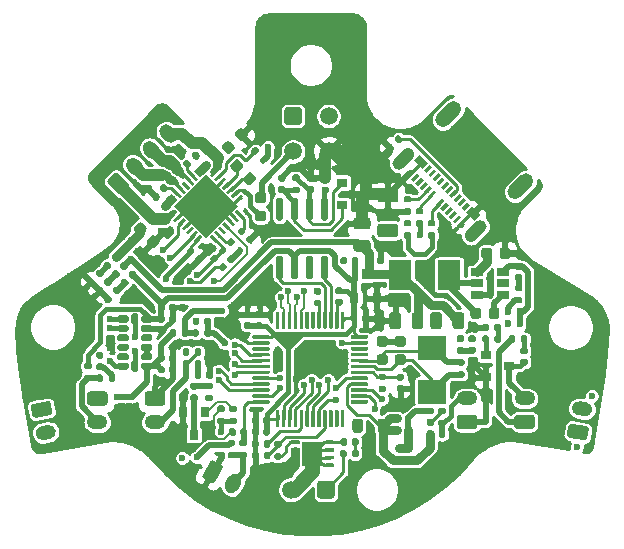
<source format=gbr>
%TF.GenerationSoftware,KiCad,Pcbnew,(5.1.10)-1*%
%TF.CreationDate,2021-12-06T16:33:20+01:00*%
%TF.ProjectId,MiniAB-CAN-Board,4d696e69-4142-42d4-9341-4e2d426f6172,rev?*%
%TF.SameCoordinates,Original*%
%TF.FileFunction,Copper,L4,Bot*%
%TF.FilePolarity,Positive*%
%FSLAX46Y46*%
G04 Gerber Fmt 4.6, Leading zero omitted, Abs format (unit mm)*
G04 Created by KiCad (PCBNEW (5.1.10)-1) date 2021-12-06 16:33:20*
%MOMM*%
%LPD*%
G01*
G04 APERTURE LIST*
%TA.AperFunction,EtchedComponent*%
%ADD10C,0.100000*%
%TD*%
%TA.AperFunction,ComponentPad*%
%ADD11C,1.500000*%
%TD*%
%TA.AperFunction,SMDPad,CuDef*%
%ADD12C,0.100000*%
%TD*%
%TA.AperFunction,SMDPad,CuDef*%
%ADD13R,1.700000X2.050000*%
%TD*%
%TA.AperFunction,SMDPad,CuDef*%
%ADD14R,2.400000X2.000000*%
%TD*%
%TA.AperFunction,SMDPad,CuDef*%
%ADD15R,0.800000X0.900000*%
%TD*%
%TA.AperFunction,SMDPad,CuDef*%
%ADD16R,1.060000X0.650000*%
%TD*%
%TA.AperFunction,SMDPad,CuDef*%
%ADD17R,0.900000X0.800000*%
%TD*%
%TA.AperFunction,SMDPad,CuDef*%
%ADD18C,0.500000*%
%TD*%
%TA.AperFunction,SMDPad,CuDef*%
%ADD19R,1.900000X2.500000*%
%TD*%
%TA.AperFunction,ComponentPad*%
%ADD20O,1.750000X1.200000*%
%TD*%
%TA.AperFunction,ViaPad*%
%ADD21C,0.600000*%
%TD*%
%TA.AperFunction,ViaPad*%
%ADD22C,0.800000*%
%TD*%
%TA.AperFunction,Conductor*%
%ADD23C,0.250000*%
%TD*%
%TA.AperFunction,Conductor*%
%ADD24C,0.500000*%
%TD*%
%TA.AperFunction,Conductor*%
%ADD25C,1.000000*%
%TD*%
%TA.AperFunction,Conductor*%
%ADD26C,0.400000*%
%TD*%
%TA.AperFunction,Conductor*%
%ADD27C,0.200000*%
%TD*%
%TA.AperFunction,Conductor*%
%ADD28C,0.127000*%
%TD*%
%TA.AperFunction,Conductor*%
%ADD29C,0.750000*%
%TD*%
%TA.AperFunction,Conductor*%
%ADD30C,0.381000*%
%TD*%
%TA.AperFunction,Conductor*%
%ADD31C,1.300000*%
%TD*%
%TA.AperFunction,Conductor*%
%ADD32C,0.254000*%
%TD*%
%TA.AperFunction,Conductor*%
%ADD33C,0.100000*%
%TD*%
G04 APERTURE END LIST*
D10*
%TO.C,NT1*%
G36*
X-8233600Y-63644400D02*
G01*
X-8233600Y-62644400D01*
X-8733600Y-62644400D01*
X-8733600Y-63644400D01*
X-8233600Y-63644400D01*
G37*
%TD*%
D11*
%TO.P,J6,2*%
%TO.N,Net-(D5-Pad1)*%
X-24996400Y-69392800D03*
%TO.P,J6,1*%
%TO.N,+24V*%
%TA.AperFunction,ComponentPad*%
G36*
G01*
X-22496400Y-68642800D02*
X-21496400Y-68642800D01*
G75*
G02*
X-21246400Y-68892800I0J-250000D01*
G01*
X-21246400Y-69892800D01*
G75*
G02*
X-21496400Y-70142800I-250000J0D01*
G01*
X-22496400Y-70142800D01*
G75*
G02*
X-22746400Y-69892800I0J250000D01*
G01*
X-22746400Y-68892800D01*
G75*
G02*
X-22496400Y-68642800I250000J0D01*
G01*
G37*
%TD.AperFunction*%
%TD*%
%TO.P,R12,2*%
%TO.N,Net-(J4-Pad2)*%
%TA.AperFunction,SMDPad,CuDef*%
G36*
G01*
X-33564800Y-58539800D02*
X-33564800Y-58909800D01*
G75*
G02*
X-33699800Y-59044800I-135000J0D01*
G01*
X-33969800Y-59044800D01*
G75*
G02*
X-34104800Y-58909800I0J135000D01*
G01*
X-34104800Y-58539800D01*
G75*
G02*
X-33969800Y-58404800I135000J0D01*
G01*
X-33699800Y-58404800D01*
G75*
G02*
X-33564800Y-58539800I0J-135000D01*
G01*
G37*
%TD.AperFunction*%
%TO.P,R12,1*%
%TO.N,ENDSTOP2*%
%TA.AperFunction,SMDPad,CuDef*%
G36*
G01*
X-32544800Y-58539800D02*
X-32544800Y-58909800D01*
G75*
G02*
X-32679800Y-59044800I-135000J0D01*
G01*
X-32949800Y-59044800D01*
G75*
G02*
X-33084800Y-58909800I0J135000D01*
G01*
X-33084800Y-58539800D01*
G75*
G02*
X-32949800Y-58404800I135000J0D01*
G01*
X-32679800Y-58404800D01*
G75*
G02*
X-32544800Y-58539800I0J-135000D01*
G01*
G37*
%TD.AperFunction*%
%TD*%
%TA.AperFunction,SMDPad,CuDef*%
D12*
%TO.P,U4,29*%
%TO.N,GND*%
G36*
X-32143700Y-42670323D02*
G01*
X-29449623Y-45364400D01*
X-32143700Y-48058477D01*
X-34837777Y-45364400D01*
X-32143700Y-42670323D01*
G37*
%TD.AperFunction*%
%TA.AperFunction,SMDPad,CuDef*%
%TO.P,U4,28*%
%TO.N,+24V*%
G36*
X-32977874Y-42229301D02*
G01*
X-32439059Y-42768116D01*
X-32618664Y-42947721D01*
X-33157479Y-42408906D01*
X-32977874Y-42229301D01*
G37*
%TD.AperFunction*%
%TA.AperFunction,SMDPad,CuDef*%
%TO.P,U4,27*%
%TO.N,Net-(R41-Pad2)*%
G36*
X-33331426Y-42582854D02*
G01*
X-32792611Y-43121669D01*
X-32972216Y-43301274D01*
X-33511031Y-42762459D01*
X-33331426Y-42582854D01*
G37*
%TD.AperFunction*%
%TA.AperFunction,SMDPad,CuDef*%
%TO.P,U4,26*%
%TO.N,B1*%
G36*
X-33684981Y-42936408D02*
G01*
X-33146166Y-43475223D01*
X-33325771Y-43654828D01*
X-33864586Y-43116013D01*
X-33684981Y-42936408D01*
G37*
%TD.AperFunction*%
%TA.AperFunction,SMDPad,CuDef*%
%TO.P,U4,25*%
%TO.N,Net-(U4-Pad25)*%
G36*
X-34038534Y-43289961D02*
G01*
X-33499719Y-43828776D01*
X-33679324Y-44008381D01*
X-34218139Y-43469566D01*
X-34038534Y-43289961D01*
G37*
%TD.AperFunction*%
%TA.AperFunction,SMDPad,CuDef*%
%TO.P,U4,24*%
%TO.N,A1*%
G36*
X-34392087Y-43643514D02*
G01*
X-33853272Y-44182329D01*
X-34032877Y-44361934D01*
X-34571692Y-43823119D01*
X-34392087Y-43643514D01*
G37*
%TD.AperFunction*%
%TA.AperFunction,SMDPad,CuDef*%
%TO.P,U4,23*%
%TO.N,Net-(R42-Pad2)*%
G36*
X-34745641Y-43997069D02*
G01*
X-34206826Y-44535884D01*
X-34386431Y-44715489D01*
X-34925246Y-44176674D01*
X-34745641Y-43997069D01*
G37*
%TD.AperFunction*%
%TA.AperFunction,SMDPad,CuDef*%
%TO.P,U4,22*%
%TO.N,+24V*%
G36*
X-35099194Y-44350621D02*
G01*
X-34560379Y-44889436D01*
X-34739984Y-45069041D01*
X-35278799Y-44530226D01*
X-35099194Y-44350621D01*
G37*
%TD.AperFunction*%
%TA.AperFunction,SMDPad,CuDef*%
%TO.P,U4,21*%
%TO.N,A2*%
G36*
X-34560379Y-45839364D02*
G01*
X-35099194Y-46378179D01*
X-35278799Y-46198574D01*
X-34739984Y-45659759D01*
X-34560379Y-45839364D01*
G37*
%TD.AperFunction*%
%TA.AperFunction,SMDPad,CuDef*%
%TO.P,U4,20*%
%TO.N,GND*%
G36*
X-34206826Y-46192916D02*
G01*
X-34745641Y-46731731D01*
X-34925246Y-46552126D01*
X-34386431Y-46013311D01*
X-34206826Y-46192916D01*
G37*
%TD.AperFunction*%
%TA.AperFunction,SMDPad,CuDef*%
%TO.P,U4,19*%
%TO.N,ST_DIR*%
G36*
X-33853272Y-46546471D02*
G01*
X-34392087Y-47085286D01*
X-34571692Y-46905681D01*
X-34032877Y-46366866D01*
X-33853272Y-46546471D01*
G37*
%TD.AperFunction*%
%TA.AperFunction,SMDPad,CuDef*%
%TO.P,U4,18*%
%TO.N,GND*%
G36*
X-33499719Y-46900024D02*
G01*
X-34038534Y-47438839D01*
X-34218139Y-47259234D01*
X-33679324Y-46720419D01*
X-33499719Y-46900024D01*
G37*
%TD.AperFunction*%
%TA.AperFunction,SMDPad,CuDef*%
%TO.P,U4,17*%
%TO.N,Net-(U4-Pad17)*%
G36*
X-33146166Y-47253577D02*
G01*
X-33684981Y-47792392D01*
X-33864586Y-47612787D01*
X-33325771Y-47073972D01*
X-33146166Y-47253577D01*
G37*
%TD.AperFunction*%
%TA.AperFunction,SMDPad,CuDef*%
%TO.P,U4,16*%
%TO.N,ST_STEP*%
G36*
X-32792611Y-47607131D02*
G01*
X-33331426Y-48145946D01*
X-33511031Y-47966341D01*
X-32972216Y-47427526D01*
X-32792611Y-47607131D01*
G37*
%TD.AperFunction*%
%TA.AperFunction,SMDPad,CuDef*%
%TO.P,U4,15*%
%TO.N,+3V3*%
G36*
X-32439059Y-47960684D02*
G01*
X-32977874Y-48499499D01*
X-33157479Y-48319894D01*
X-32618664Y-47781079D01*
X-32439059Y-47960684D01*
G37*
%TD.AperFunction*%
%TA.AperFunction,SMDPad,CuDef*%
%TO.P,U4,14*%
%TO.N,ST_UART_RX*%
G36*
X-31668736Y-47781079D02*
G01*
X-31129921Y-48319894D01*
X-31309526Y-48499499D01*
X-31848341Y-47960684D01*
X-31668736Y-47781079D01*
G37*
%TD.AperFunction*%
%TA.AperFunction,SMDPad,CuDef*%
%TO.P,U4,13*%
%TO.N,Net-(R32-Pad1)*%
G36*
X-31315184Y-47427526D02*
G01*
X-30776369Y-47966341D01*
X-30955974Y-48145946D01*
X-31494789Y-47607131D01*
X-31315184Y-47427526D01*
G37*
%TD.AperFunction*%
%TA.AperFunction,SMDPad,CuDef*%
%TO.P,U4,12*%
%TO.N,Net-(U4-Pad12)*%
G36*
X-30961629Y-47073972D02*
G01*
X-30422814Y-47612787D01*
X-30602419Y-47792392D01*
X-31141234Y-47253577D01*
X-30961629Y-47073972D01*
G37*
%TD.AperFunction*%
%TA.AperFunction,SMDPad,CuDef*%
%TO.P,U4,11*%
%TO.N,ST_DIAG*%
G36*
X-30608076Y-46720419D02*
G01*
X-30069261Y-47259234D01*
X-30248866Y-47438839D01*
X-30787681Y-46900024D01*
X-30608076Y-46720419D01*
G37*
%TD.AperFunction*%
%TA.AperFunction,SMDPad,CuDef*%
%TO.P,U4,10*%
%TO.N,GND*%
G36*
X-30254523Y-46366866D02*
G01*
X-29715708Y-46905681D01*
X-29895313Y-47085286D01*
X-30434128Y-46546471D01*
X-30254523Y-46366866D01*
G37*
%TD.AperFunction*%
%TA.AperFunction,SMDPad,CuDef*%
%TO.P,U4,9*%
G36*
X-29900969Y-46013311D02*
G01*
X-29362154Y-46552126D01*
X-29541759Y-46731731D01*
X-30080574Y-46192916D01*
X-29900969Y-46013311D01*
G37*
%TD.AperFunction*%
%TA.AperFunction,SMDPad,CuDef*%
%TO.P,U4,8*%
%TO.N,Net-(C29-Pad2)*%
G36*
X-29547416Y-45659759D02*
G01*
X-29008601Y-46198574D01*
X-29188206Y-46378179D01*
X-29727021Y-45839364D01*
X-29547416Y-45659759D01*
G37*
%TD.AperFunction*%
%TA.AperFunction,SMDPad,CuDef*%
%TO.P,U4,7*%
%TO.N,GND*%
G36*
X-29008601Y-44530226D02*
G01*
X-29547416Y-45069041D01*
X-29727021Y-44889436D01*
X-29188206Y-44350621D01*
X-29008601Y-44530226D01*
G37*
%TD.AperFunction*%
%TA.AperFunction,SMDPad,CuDef*%
%TO.P,U4,6*%
%TO.N,Net-(C28-Pad1)*%
G36*
X-29362154Y-44176674D02*
G01*
X-29900969Y-44715489D01*
X-30080574Y-44535884D01*
X-29541759Y-43997069D01*
X-29362154Y-44176674D01*
G37*
%TD.AperFunction*%
%TA.AperFunction,SMDPad,CuDef*%
%TO.P,U4,5*%
%TO.N,Net-(C27-Pad2)*%
G36*
X-29715708Y-43823119D02*
G01*
X-30254523Y-44361934D01*
X-30434128Y-44182329D01*
X-29895313Y-43643514D01*
X-29715708Y-43823119D01*
G37*
%TD.AperFunction*%
%TA.AperFunction,SMDPad,CuDef*%
%TO.P,U4,4*%
%TO.N,Net-(C27-Pad1)*%
G36*
X-30069261Y-43469566D02*
G01*
X-30608076Y-44008381D01*
X-30787681Y-43828776D01*
X-30248866Y-43289961D01*
X-30069261Y-43469566D01*
G37*
%TD.AperFunction*%
%TA.AperFunction,SMDPad,CuDef*%
%TO.P,U4,3*%
%TO.N,GND*%
G36*
X-30422814Y-43116013D02*
G01*
X-30961629Y-43654828D01*
X-31141234Y-43475223D01*
X-30602419Y-42936408D01*
X-30422814Y-43116013D01*
G37*
%TD.AperFunction*%
%TA.AperFunction,SMDPad,CuDef*%
%TO.P,U4,2*%
%TO.N,ST_EN*%
G36*
X-30776369Y-42762459D02*
G01*
X-31315184Y-43301274D01*
X-31494789Y-43121669D01*
X-30955974Y-42582854D01*
X-30776369Y-42762459D01*
G37*
%TD.AperFunction*%
%TA.AperFunction,SMDPad,CuDef*%
%TO.P,U4,1*%
%TO.N,B2*%
G36*
X-31129921Y-42408906D02*
G01*
X-31668736Y-42947721D01*
X-31848341Y-42768116D01*
X-31309526Y-42229301D01*
X-31129921Y-42408906D01*
G37*
%TD.AperFunction*%
%TD*%
D13*
%TO.P,Q1,3*%
%TO.N,Net-(D5-Pad1)*%
X-23139400Y-66344800D03*
%TA.AperFunction,SMDPad,CuDef*%
G36*
G01*
X-22089400Y-67394800D02*
X-22089400Y-67244800D01*
G75*
G02*
X-22014400Y-67169800I75000J0D01*
G01*
X-21364400Y-67169800D01*
G75*
G02*
X-21289400Y-67244800I0J-75000D01*
G01*
X-21289400Y-67394800D01*
G75*
G02*
X-21364400Y-67469800I-75000J0D01*
G01*
X-22014400Y-67469800D01*
G75*
G02*
X-22089400Y-67394800I0J75000D01*
G01*
G37*
%TD.AperFunction*%
%TA.AperFunction,SMDPad,CuDef*%
G36*
G01*
X-22089400Y-66744800D02*
X-22089400Y-66594800D01*
G75*
G02*
X-22014400Y-66519800I75000J0D01*
G01*
X-21364400Y-66519800D01*
G75*
G02*
X-21289400Y-66594800I0J-75000D01*
G01*
X-21289400Y-66744800D01*
G75*
G02*
X-21364400Y-66819800I-75000J0D01*
G01*
X-22014400Y-66819800D01*
G75*
G02*
X-22089400Y-66744800I0J75000D01*
G01*
G37*
%TD.AperFunction*%
%TA.AperFunction,SMDPad,CuDef*%
G36*
G01*
X-22089400Y-66094800D02*
X-22089400Y-65944800D01*
G75*
G02*
X-22014400Y-65869800I75000J0D01*
G01*
X-21364400Y-65869800D01*
G75*
G02*
X-21289400Y-65944800I0J-75000D01*
G01*
X-21289400Y-66094800D01*
G75*
G02*
X-21364400Y-66169800I-75000J0D01*
G01*
X-22014400Y-66169800D01*
G75*
G02*
X-22089400Y-66094800I0J75000D01*
G01*
G37*
%TD.AperFunction*%
%TA.AperFunction,SMDPad,CuDef*%
G36*
G01*
X-22089400Y-65444800D02*
X-22089400Y-65294800D01*
G75*
G02*
X-22014400Y-65219800I75000J0D01*
G01*
X-21364400Y-65219800D01*
G75*
G02*
X-21289400Y-65294800I0J-75000D01*
G01*
X-21289400Y-65444800D01*
G75*
G02*
X-21364400Y-65519800I-75000J0D01*
G01*
X-22014400Y-65519800D01*
G75*
G02*
X-22089400Y-65444800I0J75000D01*
G01*
G37*
%TD.AperFunction*%
%TO.P,Q1,2*%
%TO.N,Net-(Q1-Pad2)*%
%TA.AperFunction,SMDPad,CuDef*%
G36*
G01*
X-24989400Y-65444800D02*
X-24989400Y-65294800D01*
G75*
G02*
X-24914400Y-65219800I75000J0D01*
G01*
X-24264400Y-65219800D01*
G75*
G02*
X-24189400Y-65294800I0J-75000D01*
G01*
X-24189400Y-65444800D01*
G75*
G02*
X-24264400Y-65519800I-75000J0D01*
G01*
X-24914400Y-65519800D01*
G75*
G02*
X-24989400Y-65444800I0J75000D01*
G01*
G37*
%TD.AperFunction*%
%TO.P,Q1,1*%
%TO.N,GND*%
%TA.AperFunction,SMDPad,CuDef*%
G36*
G01*
X-24989400Y-66094800D02*
X-24989400Y-65944800D01*
G75*
G02*
X-24914400Y-65869800I75000J0D01*
G01*
X-24264400Y-65869800D01*
G75*
G02*
X-24189400Y-65944800I0J-75000D01*
G01*
X-24189400Y-66094800D01*
G75*
G02*
X-24264400Y-66169800I-75000J0D01*
G01*
X-24914400Y-66169800D01*
G75*
G02*
X-24989400Y-66094800I0J75000D01*
G01*
G37*
%TD.AperFunction*%
%TA.AperFunction,SMDPad,CuDef*%
G36*
G01*
X-24989400Y-66744800D02*
X-24989400Y-66594800D01*
G75*
G02*
X-24914400Y-66519800I75000J0D01*
G01*
X-24264400Y-66519800D01*
G75*
G02*
X-24189400Y-66594800I0J-75000D01*
G01*
X-24189400Y-66744800D01*
G75*
G02*
X-24264400Y-66819800I-75000J0D01*
G01*
X-24914400Y-66819800D01*
G75*
G02*
X-24989400Y-66744800I0J75000D01*
G01*
G37*
%TD.AperFunction*%
%TA.AperFunction,SMDPad,CuDef*%
G36*
G01*
X-24989400Y-67394800D02*
X-24989400Y-67244800D01*
G75*
G02*
X-24914400Y-67169800I75000J0D01*
G01*
X-24264400Y-67169800D01*
G75*
G02*
X-24189400Y-67244800I0J-75000D01*
G01*
X-24189400Y-67394800D01*
G75*
G02*
X-24264400Y-67469800I-75000J0D01*
G01*
X-24914400Y-67469800D01*
G75*
G02*
X-24989400Y-67394800I0J75000D01*
G01*
G37*
%TD.AperFunction*%
%TD*%
D14*
%TO.P,Y1,2*%
%TO.N,PD0*%
X-13004800Y-57382800D03*
%TO.P,Y1,1*%
%TO.N,PD1*%
X-13004800Y-61082800D03*
%TD*%
%TO.P,U5,8*%
%TO.N,Net-(R43-Pad1)*%
%TA.AperFunction,SMDPad,CuDef*%
G36*
G01*
X-21973400Y-46607600D02*
X-22273400Y-46607600D01*
G75*
G02*
X-22423400Y-46457600I0J150000D01*
G01*
X-22423400Y-44807600D01*
G75*
G02*
X-22273400Y-44657600I150000J0D01*
G01*
X-21973400Y-44657600D01*
G75*
G02*
X-21823400Y-44807600I0J-150000D01*
G01*
X-21823400Y-46457600D01*
G75*
G02*
X-21973400Y-46607600I-150000J0D01*
G01*
G37*
%TD.AperFunction*%
%TO.P,U5,7*%
%TO.N,CANH*%
%TA.AperFunction,SMDPad,CuDef*%
G36*
G01*
X-23243400Y-46607600D02*
X-23543400Y-46607600D01*
G75*
G02*
X-23693400Y-46457600I0J150000D01*
G01*
X-23693400Y-44807600D01*
G75*
G02*
X-23543400Y-44657600I150000J0D01*
G01*
X-23243400Y-44657600D01*
G75*
G02*
X-23093400Y-44807600I0J-150000D01*
G01*
X-23093400Y-46457600D01*
G75*
G02*
X-23243400Y-46607600I-150000J0D01*
G01*
G37*
%TD.AperFunction*%
%TO.P,U5,6*%
%TO.N,CANL*%
%TA.AperFunction,SMDPad,CuDef*%
G36*
G01*
X-24513400Y-46607600D02*
X-24813400Y-46607600D01*
G75*
G02*
X-24963400Y-46457600I0J150000D01*
G01*
X-24963400Y-44807600D01*
G75*
G02*
X-24813400Y-44657600I150000J0D01*
G01*
X-24513400Y-44657600D01*
G75*
G02*
X-24363400Y-44807600I0J-150000D01*
G01*
X-24363400Y-46457600D01*
G75*
G02*
X-24513400Y-46607600I-150000J0D01*
G01*
G37*
%TD.AperFunction*%
%TO.P,U5,5*%
%TO.N,Net-(U5-Pad5)*%
%TA.AperFunction,SMDPad,CuDef*%
G36*
G01*
X-25783400Y-46607600D02*
X-26083400Y-46607600D01*
G75*
G02*
X-26233400Y-46457600I0J150000D01*
G01*
X-26233400Y-44807600D01*
G75*
G02*
X-26083400Y-44657600I150000J0D01*
G01*
X-25783400Y-44657600D01*
G75*
G02*
X-25633400Y-44807600I0J-150000D01*
G01*
X-25633400Y-46457600D01*
G75*
G02*
X-25783400Y-46607600I-150000J0D01*
G01*
G37*
%TD.AperFunction*%
%TO.P,U5,4*%
%TO.N,CAN_RX*%
%TA.AperFunction,SMDPad,CuDef*%
G36*
G01*
X-25783400Y-51557600D02*
X-26083400Y-51557600D01*
G75*
G02*
X-26233400Y-51407600I0J150000D01*
G01*
X-26233400Y-49757600D01*
G75*
G02*
X-26083400Y-49607600I150000J0D01*
G01*
X-25783400Y-49607600D01*
G75*
G02*
X-25633400Y-49757600I0J-150000D01*
G01*
X-25633400Y-51407600D01*
G75*
G02*
X-25783400Y-51557600I-150000J0D01*
G01*
G37*
%TD.AperFunction*%
%TO.P,U5,3*%
%TO.N,+3V3*%
%TA.AperFunction,SMDPad,CuDef*%
G36*
G01*
X-24513400Y-51557600D02*
X-24813400Y-51557600D01*
G75*
G02*
X-24963400Y-51407600I0J150000D01*
G01*
X-24963400Y-49757600D01*
G75*
G02*
X-24813400Y-49607600I150000J0D01*
G01*
X-24513400Y-49607600D01*
G75*
G02*
X-24363400Y-49757600I0J-150000D01*
G01*
X-24363400Y-51407600D01*
G75*
G02*
X-24513400Y-51557600I-150000J0D01*
G01*
G37*
%TD.AperFunction*%
%TO.P,U5,2*%
%TO.N,GND*%
%TA.AperFunction,SMDPad,CuDef*%
G36*
G01*
X-23243400Y-51557600D02*
X-23543400Y-51557600D01*
G75*
G02*
X-23693400Y-51407600I0J150000D01*
G01*
X-23693400Y-49757600D01*
G75*
G02*
X-23543400Y-49607600I150000J0D01*
G01*
X-23243400Y-49607600D01*
G75*
G02*
X-23093400Y-49757600I0J-150000D01*
G01*
X-23093400Y-51407600D01*
G75*
G02*
X-23243400Y-51557600I-150000J0D01*
G01*
G37*
%TD.AperFunction*%
%TO.P,U5,1*%
%TO.N,CAN_TX*%
%TA.AperFunction,SMDPad,CuDef*%
G36*
G01*
X-21973400Y-51557600D02*
X-22273400Y-51557600D01*
G75*
G02*
X-22423400Y-51407600I0J150000D01*
G01*
X-22423400Y-49757600D01*
G75*
G02*
X-22273400Y-49607600I150000J0D01*
G01*
X-21973400Y-49607600D01*
G75*
G02*
X-21823400Y-49757600I0J-150000D01*
G01*
X-21823400Y-51407600D01*
G75*
G02*
X-21973400Y-51557600I-150000J0D01*
G01*
G37*
%TD.AperFunction*%
%TD*%
D15*
%TO.P,U3,3*%
%TO.N,+5V*%
X-18643600Y-51171600D03*
%TO.P,U3,2*%
%TO.N,+3V3*%
X-19593600Y-53171600D03*
%TO.P,U3,1*%
%TO.N,GND*%
X-17693600Y-53171600D03*
%TD*%
D16*
%TO.P,U2,5*%
%TO.N,Net-(U2-Pad5)*%
X-7028000Y-51917600D03*
%TO.P,U2,6*%
%TO.N,Net-(C16-Pad1)*%
X-7028000Y-52867600D03*
%TO.P,U2,4*%
%TO.N,Net-(C17-Pad2)*%
X-7028000Y-50967600D03*
%TO.P,U2,3*%
%TO.N,+24V*%
X-9228000Y-50967600D03*
%TO.P,U2,2*%
%TO.N,Net-(C16-Pad2)*%
X-9228000Y-51917600D03*
%TO.P,U2,1*%
%TO.N,GND*%
X-9228000Y-52867600D03*
%TD*%
%TO.P,U1,48*%
%TO.N,+3V3*%
%TA.AperFunction,SMDPad,CuDef*%
G36*
G01*
X-20429900Y-54382400D02*
X-20429900Y-55707400D01*
G75*
G02*
X-20504900Y-55782400I-75000J0D01*
G01*
X-20654900Y-55782400D01*
G75*
G02*
X-20729900Y-55707400I0J75000D01*
G01*
X-20729900Y-54382400D01*
G75*
G02*
X-20654900Y-54307400I75000J0D01*
G01*
X-20504900Y-54307400D01*
G75*
G02*
X-20429900Y-54382400I0J-75000D01*
G01*
G37*
%TD.AperFunction*%
%TO.P,U1,47*%
%TO.N,GND*%
%TA.AperFunction,SMDPad,CuDef*%
G36*
G01*
X-20929900Y-54382400D02*
X-20929900Y-55707400D01*
G75*
G02*
X-21004900Y-55782400I-75000J0D01*
G01*
X-21154900Y-55782400D01*
G75*
G02*
X-21229900Y-55707400I0J75000D01*
G01*
X-21229900Y-54382400D01*
G75*
G02*
X-21154900Y-54307400I75000J0D01*
G01*
X-21004900Y-54307400D01*
G75*
G02*
X-20929900Y-54382400I0J-75000D01*
G01*
G37*
%TD.AperFunction*%
%TO.P,U1,46*%
%TO.N,CAN_TX*%
%TA.AperFunction,SMDPad,CuDef*%
G36*
G01*
X-21429900Y-54382400D02*
X-21429900Y-55707400D01*
G75*
G02*
X-21504900Y-55782400I-75000J0D01*
G01*
X-21654900Y-55782400D01*
G75*
G02*
X-21729900Y-55707400I0J75000D01*
G01*
X-21729900Y-54382400D01*
G75*
G02*
X-21654900Y-54307400I75000J0D01*
G01*
X-21504900Y-54307400D01*
G75*
G02*
X-21429900Y-54382400I0J-75000D01*
G01*
G37*
%TD.AperFunction*%
%TO.P,U1,45*%
%TO.N,CAN_RX*%
%TA.AperFunction,SMDPad,CuDef*%
G36*
G01*
X-21929900Y-54382400D02*
X-21929900Y-55707400D01*
G75*
G02*
X-22004900Y-55782400I-75000J0D01*
G01*
X-22154900Y-55782400D01*
G75*
G02*
X-22229900Y-55707400I0J75000D01*
G01*
X-22229900Y-54382400D01*
G75*
G02*
X-22154900Y-54307400I75000J0D01*
G01*
X-22004900Y-54307400D01*
G75*
G02*
X-21929900Y-54382400I0J-75000D01*
G01*
G37*
%TD.AperFunction*%
%TO.P,U1,44*%
%TO.N,/BOOT0*%
%TA.AperFunction,SMDPad,CuDef*%
G36*
G01*
X-22429900Y-54382400D02*
X-22429900Y-55707400D01*
G75*
G02*
X-22504900Y-55782400I-75000J0D01*
G01*
X-22654900Y-55782400D01*
G75*
G02*
X-22729900Y-55707400I0J75000D01*
G01*
X-22729900Y-54382400D01*
G75*
G02*
X-22654900Y-54307400I75000J0D01*
G01*
X-22504900Y-54307400D01*
G75*
G02*
X-22429900Y-54382400I0J-75000D01*
G01*
G37*
%TD.AperFunction*%
%TO.P,U1,43*%
%TO.N,UART_RX*%
%TA.AperFunction,SMDPad,CuDef*%
G36*
G01*
X-22929900Y-54382400D02*
X-22929900Y-55707400D01*
G75*
G02*
X-23004900Y-55782400I-75000J0D01*
G01*
X-23154900Y-55782400D01*
G75*
G02*
X-23229900Y-55707400I0J75000D01*
G01*
X-23229900Y-54382400D01*
G75*
G02*
X-23154900Y-54307400I75000J0D01*
G01*
X-23004900Y-54307400D01*
G75*
G02*
X-22929900Y-54382400I0J-75000D01*
G01*
G37*
%TD.AperFunction*%
%TO.P,U1,42*%
%TO.N,UART_TX*%
%TA.AperFunction,SMDPad,CuDef*%
G36*
G01*
X-23429900Y-54382400D02*
X-23429900Y-55707400D01*
G75*
G02*
X-23504900Y-55782400I-75000J0D01*
G01*
X-23654900Y-55782400D01*
G75*
G02*
X-23729900Y-55707400I0J75000D01*
G01*
X-23729900Y-54382400D01*
G75*
G02*
X-23654900Y-54307400I75000J0D01*
G01*
X-23504900Y-54307400D01*
G75*
G02*
X-23429900Y-54382400I0J-75000D01*
G01*
G37*
%TD.AperFunction*%
%TO.P,U1,41*%
%TO.N,ST_EN*%
%TA.AperFunction,SMDPad,CuDef*%
G36*
G01*
X-23929900Y-54382400D02*
X-23929900Y-55707400D01*
G75*
G02*
X-24004900Y-55782400I-75000J0D01*
G01*
X-24154900Y-55782400D01*
G75*
G02*
X-24229900Y-55707400I0J75000D01*
G01*
X-24229900Y-54382400D01*
G75*
G02*
X-24154900Y-54307400I75000J0D01*
G01*
X-24004900Y-54307400D01*
G75*
G02*
X-23929900Y-54382400I0J-75000D01*
G01*
G37*
%TD.AperFunction*%
%TO.P,U1,40*%
%TO.N,ST_DIR*%
%TA.AperFunction,SMDPad,CuDef*%
G36*
G01*
X-24429900Y-54382400D02*
X-24429900Y-55707400D01*
G75*
G02*
X-24504900Y-55782400I-75000J0D01*
G01*
X-24654900Y-55782400D01*
G75*
G02*
X-24729900Y-55707400I0J75000D01*
G01*
X-24729900Y-54382400D01*
G75*
G02*
X-24654900Y-54307400I75000J0D01*
G01*
X-24504900Y-54307400D01*
G75*
G02*
X-24429900Y-54382400I0J-75000D01*
G01*
G37*
%TD.AperFunction*%
%TO.P,U1,39*%
%TO.N,ST_STEP*%
%TA.AperFunction,SMDPad,CuDef*%
G36*
G01*
X-24929900Y-54382400D02*
X-24929900Y-55707400D01*
G75*
G02*
X-25004900Y-55782400I-75000J0D01*
G01*
X-25154900Y-55782400D01*
G75*
G02*
X-25229900Y-55707400I0J75000D01*
G01*
X-25229900Y-54382400D01*
G75*
G02*
X-25154900Y-54307400I75000J0D01*
G01*
X-25004900Y-54307400D01*
G75*
G02*
X-24929900Y-54382400I0J-75000D01*
G01*
G37*
%TD.AperFunction*%
%TO.P,U1,38*%
%TO.N,ST_DIAG*%
%TA.AperFunction,SMDPad,CuDef*%
G36*
G01*
X-25429900Y-54382400D02*
X-25429900Y-55707400D01*
G75*
G02*
X-25504900Y-55782400I-75000J0D01*
G01*
X-25654900Y-55782400D01*
G75*
G02*
X-25729900Y-55707400I0J75000D01*
G01*
X-25729900Y-54382400D01*
G75*
G02*
X-25654900Y-54307400I75000J0D01*
G01*
X-25504900Y-54307400D01*
G75*
G02*
X-25429900Y-54382400I0J-75000D01*
G01*
G37*
%TD.AperFunction*%
%TO.P,U1,37*%
%TO.N,SWCLK*%
%TA.AperFunction,SMDPad,CuDef*%
G36*
G01*
X-25929900Y-54382400D02*
X-25929900Y-55707400D01*
G75*
G02*
X-26004900Y-55782400I-75000J0D01*
G01*
X-26154900Y-55782400D01*
G75*
G02*
X-26229900Y-55707400I0J75000D01*
G01*
X-26229900Y-54382400D01*
G75*
G02*
X-26154900Y-54307400I75000J0D01*
G01*
X-26004900Y-54307400D01*
G75*
G02*
X-25929900Y-54382400I0J-75000D01*
G01*
G37*
%TD.AperFunction*%
%TO.P,U1,36*%
%TO.N,+3V3*%
%TA.AperFunction,SMDPad,CuDef*%
G36*
G01*
X-26754900Y-56382400D02*
X-26754900Y-56532400D01*
G75*
G02*
X-26829900Y-56607400I-75000J0D01*
G01*
X-28154900Y-56607400D01*
G75*
G02*
X-28229900Y-56532400I0J75000D01*
G01*
X-28229900Y-56382400D01*
G75*
G02*
X-28154900Y-56307400I75000J0D01*
G01*
X-26829900Y-56307400D01*
G75*
G02*
X-26754900Y-56382400I0J-75000D01*
G01*
G37*
%TD.AperFunction*%
%TO.P,U1,35*%
%TO.N,GND*%
%TA.AperFunction,SMDPad,CuDef*%
G36*
G01*
X-26754900Y-56882400D02*
X-26754900Y-57032400D01*
G75*
G02*
X-26829900Y-57107400I-75000J0D01*
G01*
X-28154900Y-57107400D01*
G75*
G02*
X-28229900Y-57032400I0J75000D01*
G01*
X-28229900Y-56882400D01*
G75*
G02*
X-28154900Y-56807400I75000J0D01*
G01*
X-26829900Y-56807400D01*
G75*
G02*
X-26754900Y-56882400I0J-75000D01*
G01*
G37*
%TD.AperFunction*%
%TO.P,U1,34*%
%TO.N,SWDIO*%
%TA.AperFunction,SMDPad,CuDef*%
G36*
G01*
X-26754900Y-57382400D02*
X-26754900Y-57532400D01*
G75*
G02*
X-26829900Y-57607400I-75000J0D01*
G01*
X-28154900Y-57607400D01*
G75*
G02*
X-28229900Y-57532400I0J75000D01*
G01*
X-28229900Y-57382400D01*
G75*
G02*
X-28154900Y-57307400I75000J0D01*
G01*
X-26829900Y-57307400D01*
G75*
G02*
X-26754900Y-57382400I0J-75000D01*
G01*
G37*
%TD.AperFunction*%
%TO.P,U1,33*%
%TO.N,USBDP*%
%TA.AperFunction,SMDPad,CuDef*%
G36*
G01*
X-26754900Y-57882400D02*
X-26754900Y-58032400D01*
G75*
G02*
X-26829900Y-58107400I-75000J0D01*
G01*
X-28154900Y-58107400D01*
G75*
G02*
X-28229900Y-58032400I0J75000D01*
G01*
X-28229900Y-57882400D01*
G75*
G02*
X-28154900Y-57807400I75000J0D01*
G01*
X-26829900Y-57807400D01*
G75*
G02*
X-26754900Y-57882400I0J-75000D01*
G01*
G37*
%TD.AperFunction*%
%TO.P,U1,32*%
%TO.N,USBDM*%
%TA.AperFunction,SMDPad,CuDef*%
G36*
G01*
X-26754900Y-58382400D02*
X-26754900Y-58532400D01*
G75*
G02*
X-26829900Y-58607400I-75000J0D01*
G01*
X-28154900Y-58607400D01*
G75*
G02*
X-28229900Y-58532400I0J75000D01*
G01*
X-28229900Y-58382400D01*
G75*
G02*
X-28154900Y-58307400I75000J0D01*
G01*
X-26829900Y-58307400D01*
G75*
G02*
X-26754900Y-58382400I0J-75000D01*
G01*
G37*
%TD.AperFunction*%
%TO.P,U1,31*%
%TO.N,ST_UART_RX*%
%TA.AperFunction,SMDPad,CuDef*%
G36*
G01*
X-26754900Y-58882400D02*
X-26754900Y-59032400D01*
G75*
G02*
X-26829900Y-59107400I-75000J0D01*
G01*
X-28154900Y-59107400D01*
G75*
G02*
X-28229900Y-59032400I0J75000D01*
G01*
X-28229900Y-58882400D01*
G75*
G02*
X-28154900Y-58807400I75000J0D01*
G01*
X-26829900Y-58807400D01*
G75*
G02*
X-26754900Y-58882400I0J-75000D01*
G01*
G37*
%TD.AperFunction*%
%TO.P,U1,30*%
%TO.N,ST_UART_TX*%
%TA.AperFunction,SMDPad,CuDef*%
G36*
G01*
X-26754900Y-59382400D02*
X-26754900Y-59532400D01*
G75*
G02*
X-26829900Y-59607400I-75000J0D01*
G01*
X-28154900Y-59607400D01*
G75*
G02*
X-28229900Y-59532400I0J75000D01*
G01*
X-28229900Y-59382400D01*
G75*
G02*
X-28154900Y-59307400I75000J0D01*
G01*
X-26829900Y-59307400D01*
G75*
G02*
X-26754900Y-59382400I0J-75000D01*
G01*
G37*
%TD.AperFunction*%
%TO.P,U1,29*%
%TO.N,HE-FAN*%
%TA.AperFunction,SMDPad,CuDef*%
G36*
G01*
X-26754900Y-59882400D02*
X-26754900Y-60032400D01*
G75*
G02*
X-26829900Y-60107400I-75000J0D01*
G01*
X-28154900Y-60107400D01*
G75*
G02*
X-28229900Y-60032400I0J75000D01*
G01*
X-28229900Y-59882400D01*
G75*
G02*
X-28154900Y-59807400I75000J0D01*
G01*
X-26829900Y-59807400D01*
G75*
G02*
X-26754900Y-59882400I0J-75000D01*
G01*
G37*
%TD.AperFunction*%
%TO.P,U1,28*%
%TO.N,SDI*%
%TA.AperFunction,SMDPad,CuDef*%
G36*
G01*
X-26754900Y-60382400D02*
X-26754900Y-60532400D01*
G75*
G02*
X-26829900Y-60607400I-75000J0D01*
G01*
X-28154900Y-60607400D01*
G75*
G02*
X-28229900Y-60532400I0J75000D01*
G01*
X-28229900Y-60382400D01*
G75*
G02*
X-28154900Y-60307400I75000J0D01*
G01*
X-26829900Y-60307400D01*
G75*
G02*
X-26754900Y-60382400I0J-75000D01*
G01*
G37*
%TD.AperFunction*%
%TO.P,U1,27*%
%TO.N,SDO*%
%TA.AperFunction,SMDPad,CuDef*%
G36*
G01*
X-26754900Y-60882400D02*
X-26754900Y-61032400D01*
G75*
G02*
X-26829900Y-61107400I-75000J0D01*
G01*
X-28154900Y-61107400D01*
G75*
G02*
X-28229900Y-61032400I0J75000D01*
G01*
X-28229900Y-60882400D01*
G75*
G02*
X-28154900Y-60807400I75000J0D01*
G01*
X-26829900Y-60807400D01*
G75*
G02*
X-26754900Y-60882400I0J-75000D01*
G01*
G37*
%TD.AperFunction*%
%TO.P,U1,26*%
%TO.N,SCLK*%
%TA.AperFunction,SMDPad,CuDef*%
G36*
G01*
X-26754900Y-61382400D02*
X-26754900Y-61532400D01*
G75*
G02*
X-26829900Y-61607400I-75000J0D01*
G01*
X-28154900Y-61607400D01*
G75*
G02*
X-28229900Y-61532400I0J75000D01*
G01*
X-28229900Y-61382400D01*
G75*
G02*
X-28154900Y-61307400I75000J0D01*
G01*
X-26829900Y-61307400D01*
G75*
G02*
X-26754900Y-61382400I0J-75000D01*
G01*
G37*
%TD.AperFunction*%
%TO.P,U1,25*%
%TO.N,PROBE*%
%TA.AperFunction,SMDPad,CuDef*%
G36*
G01*
X-26754900Y-61882400D02*
X-26754900Y-62032400D01*
G75*
G02*
X-26829900Y-62107400I-75000J0D01*
G01*
X-28154900Y-62107400D01*
G75*
G02*
X-28229900Y-62032400I0J75000D01*
G01*
X-28229900Y-61882400D01*
G75*
G02*
X-28154900Y-61807400I75000J0D01*
G01*
X-26829900Y-61807400D01*
G75*
G02*
X-26754900Y-61882400I0J-75000D01*
G01*
G37*
%TD.AperFunction*%
%TO.P,U1,24*%
%TO.N,+3V3*%
%TA.AperFunction,SMDPad,CuDef*%
G36*
G01*
X-25929900Y-62707400D02*
X-25929900Y-64032400D01*
G75*
G02*
X-26004900Y-64107400I-75000J0D01*
G01*
X-26154900Y-64107400D01*
G75*
G02*
X-26229900Y-64032400I0J75000D01*
G01*
X-26229900Y-62707400D01*
G75*
G02*
X-26154900Y-62632400I75000J0D01*
G01*
X-26004900Y-62632400D01*
G75*
G02*
X-25929900Y-62707400I0J-75000D01*
G01*
G37*
%TD.AperFunction*%
%TO.P,U1,23*%
%TO.N,GND*%
%TA.AperFunction,SMDPad,CuDef*%
G36*
G01*
X-25429900Y-62707400D02*
X-25429900Y-64032400D01*
G75*
G02*
X-25504900Y-64107400I-75000J0D01*
G01*
X-25654900Y-64107400D01*
G75*
G02*
X-25729900Y-64032400I0J75000D01*
G01*
X-25729900Y-62707400D01*
G75*
G02*
X-25654900Y-62632400I75000J0D01*
G01*
X-25504900Y-62632400D01*
G75*
G02*
X-25429900Y-62707400I0J-75000D01*
G01*
G37*
%TD.AperFunction*%
%TO.P,U1,22*%
%TO.N,ENDSTOP2*%
%TA.AperFunction,SMDPad,CuDef*%
G36*
G01*
X-24929900Y-62707400D02*
X-24929900Y-64032400D01*
G75*
G02*
X-25004900Y-64107400I-75000J0D01*
G01*
X-25154900Y-64107400D01*
G75*
G02*
X-25229900Y-64032400I0J75000D01*
G01*
X-25229900Y-62707400D01*
G75*
G02*
X-25154900Y-62632400I75000J0D01*
G01*
X-25004900Y-62632400D01*
G75*
G02*
X-24929900Y-62707400I0J-75000D01*
G01*
G37*
%TD.AperFunction*%
%TO.P,U1,21*%
%TO.N,ENDSTOP1*%
%TA.AperFunction,SMDPad,CuDef*%
G36*
G01*
X-24429900Y-62707400D02*
X-24429900Y-64032400D01*
G75*
G02*
X-24504900Y-64107400I-75000J0D01*
G01*
X-24654900Y-64107400D01*
G75*
G02*
X-24729900Y-64032400I0J75000D01*
G01*
X-24729900Y-62707400D01*
G75*
G02*
X-24654900Y-62632400I75000J0D01*
G01*
X-24504900Y-62632400D01*
G75*
G02*
X-24429900Y-62707400I0J-75000D01*
G01*
G37*
%TD.AperFunction*%
%TO.P,U1,20*%
%TO.N,/BOOT1*%
%TA.AperFunction,SMDPad,CuDef*%
G36*
G01*
X-23929900Y-62707400D02*
X-23929900Y-64032400D01*
G75*
G02*
X-24004900Y-64107400I-75000J0D01*
G01*
X-24154900Y-64107400D01*
G75*
G02*
X-24229900Y-64032400I0J75000D01*
G01*
X-24229900Y-62707400D01*
G75*
G02*
X-24154900Y-62632400I75000J0D01*
G01*
X-24004900Y-62632400D01*
G75*
G02*
X-23929900Y-62707400I0J-75000D01*
G01*
G37*
%TD.AperFunction*%
%TO.P,U1,19*%
%TO.N,ADXL-CS*%
%TA.AperFunction,SMDPad,CuDef*%
G36*
G01*
X-23429900Y-62707400D02*
X-23429900Y-64032400D01*
G75*
G02*
X-23504900Y-64107400I-75000J0D01*
G01*
X-23654900Y-64107400D01*
G75*
G02*
X-23729900Y-64032400I0J75000D01*
G01*
X-23729900Y-62707400D01*
G75*
G02*
X-23654900Y-62632400I75000J0D01*
G01*
X-23504900Y-62632400D01*
G75*
G02*
X-23429900Y-62707400I0J-75000D01*
G01*
G37*
%TD.AperFunction*%
%TO.P,U1,18*%
%TO.N,ADXL-INT1*%
%TA.AperFunction,SMDPad,CuDef*%
G36*
G01*
X-22929900Y-62707400D02*
X-22929900Y-64032400D01*
G75*
G02*
X-23004900Y-64107400I-75000J0D01*
G01*
X-23154900Y-64107400D01*
G75*
G02*
X-23229900Y-64032400I0J75000D01*
G01*
X-23229900Y-62707400D01*
G75*
G02*
X-23154900Y-62632400I75000J0D01*
G01*
X-23004900Y-62632400D01*
G75*
G02*
X-22929900Y-62707400I0J-75000D01*
G01*
G37*
%TD.AperFunction*%
%TO.P,U1,17*%
%TO.N,PC-FAN*%
%TA.AperFunction,SMDPad,CuDef*%
G36*
G01*
X-22429900Y-62707400D02*
X-22429900Y-64032400D01*
G75*
G02*
X-22504900Y-64107400I-75000J0D01*
G01*
X-22654900Y-64107400D01*
G75*
G02*
X-22729900Y-64032400I0J75000D01*
G01*
X-22729900Y-62707400D01*
G75*
G02*
X-22654900Y-62632400I75000J0D01*
G01*
X-22504900Y-62632400D01*
G75*
G02*
X-22429900Y-62707400I0J-75000D01*
G01*
G37*
%TD.AperFunction*%
%TO.P,U1,16*%
%TO.N,HEATER*%
%TA.AperFunction,SMDPad,CuDef*%
G36*
G01*
X-21929900Y-62707400D02*
X-21929900Y-64032400D01*
G75*
G02*
X-22004900Y-64107400I-75000J0D01*
G01*
X-22154900Y-64107400D01*
G75*
G02*
X-22229900Y-64032400I0J75000D01*
G01*
X-22229900Y-62707400D01*
G75*
G02*
X-22154900Y-62632400I75000J0D01*
G01*
X-22004900Y-62632400D01*
G75*
G02*
X-21929900Y-62707400I0J-75000D01*
G01*
G37*
%TD.AperFunction*%
%TO.P,U1,15*%
%TO.N,Net-(U1-Pad15)*%
%TA.AperFunction,SMDPad,CuDef*%
G36*
G01*
X-21429900Y-62707400D02*
X-21429900Y-64032400D01*
G75*
G02*
X-21504900Y-64107400I-75000J0D01*
G01*
X-21654900Y-64107400D01*
G75*
G02*
X-21729900Y-64032400I0J75000D01*
G01*
X-21729900Y-62707400D01*
G75*
G02*
X-21654900Y-62632400I75000J0D01*
G01*
X-21504900Y-62632400D01*
G75*
G02*
X-21429900Y-62707400I0J-75000D01*
G01*
G37*
%TD.AperFunction*%
%TO.P,U1,14*%
%TO.N,Net-(U1-Pad14)*%
%TA.AperFunction,SMDPad,CuDef*%
G36*
G01*
X-20929900Y-62707400D02*
X-20929900Y-64032400D01*
G75*
G02*
X-21004900Y-64107400I-75000J0D01*
G01*
X-21154900Y-64107400D01*
G75*
G02*
X-21229900Y-64032400I0J75000D01*
G01*
X-21229900Y-62707400D01*
G75*
G02*
X-21154900Y-62632400I75000J0D01*
G01*
X-21004900Y-62632400D01*
G75*
G02*
X-20929900Y-62707400I0J-75000D01*
G01*
G37*
%TD.AperFunction*%
%TO.P,U1,13*%
%TO.N,Net-(U1-Pad13)*%
%TA.AperFunction,SMDPad,CuDef*%
G36*
G01*
X-20429900Y-62707400D02*
X-20429900Y-64032400D01*
G75*
G02*
X-20504900Y-64107400I-75000J0D01*
G01*
X-20654900Y-64107400D01*
G75*
G02*
X-20729900Y-64032400I0J75000D01*
G01*
X-20729900Y-62707400D01*
G75*
G02*
X-20654900Y-62632400I75000J0D01*
G01*
X-20504900Y-62632400D01*
G75*
G02*
X-20429900Y-62707400I0J-75000D01*
G01*
G37*
%TD.AperFunction*%
%TO.P,U1,12*%
%TO.N,Net-(U1-Pad12)*%
%TA.AperFunction,SMDPad,CuDef*%
G36*
G01*
X-18429900Y-61882400D02*
X-18429900Y-62032400D01*
G75*
G02*
X-18504900Y-62107400I-75000J0D01*
G01*
X-19829900Y-62107400D01*
G75*
G02*
X-19904900Y-62032400I0J75000D01*
G01*
X-19904900Y-61882400D01*
G75*
G02*
X-19829900Y-61807400I75000J0D01*
G01*
X-18504900Y-61807400D01*
G75*
G02*
X-18429900Y-61882400I0J-75000D01*
G01*
G37*
%TD.AperFunction*%
%TO.P,U1,11*%
%TO.N,TH1*%
%TA.AperFunction,SMDPad,CuDef*%
G36*
G01*
X-18429900Y-61382400D02*
X-18429900Y-61532400D01*
G75*
G02*
X-18504900Y-61607400I-75000J0D01*
G01*
X-19829900Y-61607400D01*
G75*
G02*
X-19904900Y-61532400I0J75000D01*
G01*
X-19904900Y-61382400D01*
G75*
G02*
X-19829900Y-61307400I75000J0D01*
G01*
X-18504900Y-61307400D01*
G75*
G02*
X-18429900Y-61382400I0J-75000D01*
G01*
G37*
%TD.AperFunction*%
%TO.P,U1,10*%
%TO.N,TH0*%
%TA.AperFunction,SMDPad,CuDef*%
G36*
G01*
X-18429900Y-60882400D02*
X-18429900Y-61032400D01*
G75*
G02*
X-18504900Y-61107400I-75000J0D01*
G01*
X-19829900Y-61107400D01*
G75*
G02*
X-19904900Y-61032400I0J75000D01*
G01*
X-19904900Y-60882400D01*
G75*
G02*
X-19829900Y-60807400I75000J0D01*
G01*
X-18504900Y-60807400D01*
G75*
G02*
X-18429900Y-60882400I0J-75000D01*
G01*
G37*
%TD.AperFunction*%
%TO.P,U1,9*%
%TO.N,AREF*%
%TA.AperFunction,SMDPad,CuDef*%
G36*
G01*
X-18429900Y-60382400D02*
X-18429900Y-60532400D01*
G75*
G02*
X-18504900Y-60607400I-75000J0D01*
G01*
X-19829900Y-60607400D01*
G75*
G02*
X-19904900Y-60532400I0J75000D01*
G01*
X-19904900Y-60382400D01*
G75*
G02*
X-19829900Y-60307400I75000J0D01*
G01*
X-18504900Y-60307400D01*
G75*
G02*
X-18429900Y-60382400I0J-75000D01*
G01*
G37*
%TD.AperFunction*%
%TO.P,U1,8*%
%TO.N,GNDA*%
%TA.AperFunction,SMDPad,CuDef*%
G36*
G01*
X-18429900Y-59882400D02*
X-18429900Y-60032400D01*
G75*
G02*
X-18504900Y-60107400I-75000J0D01*
G01*
X-19829900Y-60107400D01*
G75*
G02*
X-19904900Y-60032400I0J75000D01*
G01*
X-19904900Y-59882400D01*
G75*
G02*
X-19829900Y-59807400I75000J0D01*
G01*
X-18504900Y-59807400D01*
G75*
G02*
X-18429900Y-59882400I0J-75000D01*
G01*
G37*
%TD.AperFunction*%
%TO.P,U1,7*%
%TO.N,/NRST*%
%TA.AperFunction,SMDPad,CuDef*%
G36*
G01*
X-18429900Y-59382400D02*
X-18429900Y-59532400D01*
G75*
G02*
X-18504900Y-59607400I-75000J0D01*
G01*
X-19829900Y-59607400D01*
G75*
G02*
X-19904900Y-59532400I0J75000D01*
G01*
X-19904900Y-59382400D01*
G75*
G02*
X-19829900Y-59307400I75000J0D01*
G01*
X-18504900Y-59307400D01*
G75*
G02*
X-18429900Y-59382400I0J-75000D01*
G01*
G37*
%TD.AperFunction*%
%TO.P,U1,6*%
%TO.N,PD1*%
%TA.AperFunction,SMDPad,CuDef*%
G36*
G01*
X-18429900Y-58882400D02*
X-18429900Y-59032400D01*
G75*
G02*
X-18504900Y-59107400I-75000J0D01*
G01*
X-19829900Y-59107400D01*
G75*
G02*
X-19904900Y-59032400I0J75000D01*
G01*
X-19904900Y-58882400D01*
G75*
G02*
X-19829900Y-58807400I75000J0D01*
G01*
X-18504900Y-58807400D01*
G75*
G02*
X-18429900Y-58882400I0J-75000D01*
G01*
G37*
%TD.AperFunction*%
%TO.P,U1,5*%
%TO.N,PD0*%
%TA.AperFunction,SMDPad,CuDef*%
G36*
G01*
X-18429900Y-58382400D02*
X-18429900Y-58532400D01*
G75*
G02*
X-18504900Y-58607400I-75000J0D01*
G01*
X-19829900Y-58607400D01*
G75*
G02*
X-19904900Y-58532400I0J75000D01*
G01*
X-19904900Y-58382400D01*
G75*
G02*
X-19829900Y-58307400I75000J0D01*
G01*
X-18504900Y-58307400D01*
G75*
G02*
X-18429900Y-58382400I0J-75000D01*
G01*
G37*
%TD.AperFunction*%
%TO.P,U1,4*%
%TO.N,Net-(U1-Pad4)*%
%TA.AperFunction,SMDPad,CuDef*%
G36*
G01*
X-18429900Y-57882400D02*
X-18429900Y-58032400D01*
G75*
G02*
X-18504900Y-58107400I-75000J0D01*
G01*
X-19829900Y-58107400D01*
G75*
G02*
X-19904900Y-58032400I0J75000D01*
G01*
X-19904900Y-57882400D01*
G75*
G02*
X-19829900Y-57807400I75000J0D01*
G01*
X-18504900Y-57807400D01*
G75*
G02*
X-18429900Y-57882400I0J-75000D01*
G01*
G37*
%TD.AperFunction*%
%TO.P,U1,3*%
%TO.N,Net-(U1-Pad3)*%
%TA.AperFunction,SMDPad,CuDef*%
G36*
G01*
X-18429900Y-57382400D02*
X-18429900Y-57532400D01*
G75*
G02*
X-18504900Y-57607400I-75000J0D01*
G01*
X-19829900Y-57607400D01*
G75*
G02*
X-19904900Y-57532400I0J75000D01*
G01*
X-19904900Y-57382400D01*
G75*
G02*
X-19829900Y-57307400I75000J0D01*
G01*
X-18504900Y-57307400D01*
G75*
G02*
X-18429900Y-57382400I0J-75000D01*
G01*
G37*
%TD.AperFunction*%
%TO.P,U1,2*%
%TO.N,LED0*%
%TA.AperFunction,SMDPad,CuDef*%
G36*
G01*
X-18429900Y-56882400D02*
X-18429900Y-57032400D01*
G75*
G02*
X-18504900Y-57107400I-75000J0D01*
G01*
X-19829900Y-57107400D01*
G75*
G02*
X-19904900Y-57032400I0J75000D01*
G01*
X-19904900Y-56882400D01*
G75*
G02*
X-19829900Y-56807400I75000J0D01*
G01*
X-18504900Y-56807400D01*
G75*
G02*
X-18429900Y-56882400I0J-75000D01*
G01*
G37*
%TD.AperFunction*%
%TO.P,U1,1*%
%TO.N,+3V3*%
%TA.AperFunction,SMDPad,CuDef*%
G36*
G01*
X-18429900Y-56382400D02*
X-18429900Y-56532400D01*
G75*
G02*
X-18504900Y-56607400I-75000J0D01*
G01*
X-19829900Y-56607400D01*
G75*
G02*
X-19904900Y-56532400I0J75000D01*
G01*
X-19904900Y-56382400D01*
G75*
G02*
X-19829900Y-56307400I75000J0D01*
G01*
X-18504900Y-56307400D01*
G75*
G02*
X-18429900Y-56382400I0J-75000D01*
G01*
G37*
%TD.AperFunction*%
%TD*%
%TO.P,R43,2*%
%TO.N,GND*%
%TA.AperFunction,SMDPad,CuDef*%
G36*
G01*
X-21862200Y-43244800D02*
X-22232200Y-43244800D01*
G75*
G02*
X-22367200Y-43109800I0J135000D01*
G01*
X-22367200Y-42839800D01*
G75*
G02*
X-22232200Y-42704800I135000J0D01*
G01*
X-21862200Y-42704800D01*
G75*
G02*
X-21727200Y-42839800I0J-135000D01*
G01*
X-21727200Y-43109800D01*
G75*
G02*
X-21862200Y-43244800I-135000J0D01*
G01*
G37*
%TD.AperFunction*%
%TO.P,R43,1*%
%TO.N,Net-(R43-Pad1)*%
%TA.AperFunction,SMDPad,CuDef*%
G36*
G01*
X-21862200Y-44264800D02*
X-22232200Y-44264800D01*
G75*
G02*
X-22367200Y-44129800I0J135000D01*
G01*
X-22367200Y-43859800D01*
G75*
G02*
X-22232200Y-43724800I135000J0D01*
G01*
X-21862200Y-43724800D01*
G75*
G02*
X-21727200Y-43859800I0J-135000D01*
G01*
X-21727200Y-44129800D01*
G75*
G02*
X-21862200Y-44264800I-135000J0D01*
G01*
G37*
%TD.AperFunction*%
%TD*%
%TO.P,R42,2*%
%TO.N,Net-(R42-Pad2)*%
%TA.AperFunction,SMDPad,CuDef*%
G36*
G01*
X-35767480Y-44157109D02*
X-36029109Y-43895480D01*
G75*
G02*
X-36029109Y-43704562I95459J95459D01*
G01*
X-35838190Y-43513643D01*
G75*
G02*
X-35647272Y-43513643I95459J-95459D01*
G01*
X-35385643Y-43775272D01*
G75*
G02*
X-35385643Y-43966190I-95459J-95459D01*
G01*
X-35576562Y-44157109D01*
G75*
G02*
X-35767480Y-44157109I-95459J95459D01*
G01*
G37*
%TD.AperFunction*%
%TO.P,R42,1*%
%TO.N,GND*%
%TA.AperFunction,SMDPad,CuDef*%
G36*
G01*
X-36488728Y-44878357D02*
X-36750357Y-44616728D01*
G75*
G02*
X-36750357Y-44425810I95459J95459D01*
G01*
X-36559438Y-44234891D01*
G75*
G02*
X-36368520Y-44234891I95459J-95459D01*
G01*
X-36106891Y-44496520D01*
G75*
G02*
X-36106891Y-44687438I-95459J-95459D01*
G01*
X-36297810Y-44878357D01*
G75*
G02*
X-36488728Y-44878357I-95459J95459D01*
G01*
G37*
%TD.AperFunction*%
%TD*%
%TO.P,R41,2*%
%TO.N,Net-(R41-Pad2)*%
%TA.AperFunction,SMDPad,CuDef*%
G36*
G01*
X-33676120Y-41491691D02*
X-33414491Y-41753320D01*
G75*
G02*
X-33414491Y-41944238I-95459J-95459D01*
G01*
X-33605410Y-42135157D01*
G75*
G02*
X-33796328Y-42135157I-95459J95459D01*
G01*
X-34057957Y-41873528D01*
G75*
G02*
X-34057957Y-41682610I95459J95459D01*
G01*
X-33867038Y-41491691D01*
G75*
G02*
X-33676120Y-41491691I95459J-95459D01*
G01*
G37*
%TD.AperFunction*%
%TO.P,R41,1*%
%TO.N,GND*%
%TA.AperFunction,SMDPad,CuDef*%
G36*
G01*
X-32954872Y-40770443D02*
X-32693243Y-41032072D01*
G75*
G02*
X-32693243Y-41222990I-95459J-95459D01*
G01*
X-32884162Y-41413909D01*
G75*
G02*
X-33075080Y-41413909I-95459J95459D01*
G01*
X-33336709Y-41152280D01*
G75*
G02*
X-33336709Y-40961362I95459J95459D01*
G01*
X-33145790Y-40770443D01*
G75*
G02*
X-32954872Y-40770443I95459J-95459D01*
G01*
G37*
%TD.AperFunction*%
%TD*%
%TO.P,R40,2*%
%TO.N,TH1*%
%TA.AperFunction,SMDPad,CuDef*%
G36*
G01*
X-32285000Y-56310000D02*
X-32285000Y-55940000D01*
G75*
G02*
X-32150000Y-55805000I135000J0D01*
G01*
X-31880000Y-55805000D01*
G75*
G02*
X-31745000Y-55940000I0J-135000D01*
G01*
X-31745000Y-56310000D01*
G75*
G02*
X-31880000Y-56445000I-135000J0D01*
G01*
X-32150000Y-56445000D01*
G75*
G02*
X-32285000Y-56310000I0J135000D01*
G01*
G37*
%TD.AperFunction*%
%TO.P,R40,1*%
%TO.N,Net-(R39-Pad1)*%
%TA.AperFunction,SMDPad,CuDef*%
G36*
G01*
X-33305000Y-56310000D02*
X-33305000Y-55940000D01*
G75*
G02*
X-33170000Y-55805000I135000J0D01*
G01*
X-32900000Y-55805000D01*
G75*
G02*
X-32765000Y-55940000I0J-135000D01*
G01*
X-32765000Y-56310000D01*
G75*
G02*
X-32900000Y-56445000I-135000J0D01*
G01*
X-33170000Y-56445000D01*
G75*
G02*
X-33305000Y-56310000I0J135000D01*
G01*
G37*
%TD.AperFunction*%
%TD*%
%TO.P,R39,2*%
%TO.N,AREF*%
%TA.AperFunction,SMDPad,CuDef*%
G36*
G01*
X-34690000Y-55940000D02*
X-34690000Y-56310000D01*
G75*
G02*
X-34825000Y-56445000I-135000J0D01*
G01*
X-35095000Y-56445000D01*
G75*
G02*
X-35230000Y-56310000I0J135000D01*
G01*
X-35230000Y-55940000D01*
G75*
G02*
X-35095000Y-55805000I135000J0D01*
G01*
X-34825000Y-55805000D01*
G75*
G02*
X-34690000Y-55940000I0J-135000D01*
G01*
G37*
%TD.AperFunction*%
%TO.P,R39,1*%
%TO.N,Net-(R39-Pad1)*%
%TA.AperFunction,SMDPad,CuDef*%
G36*
G01*
X-33670000Y-55940000D02*
X-33670000Y-56310000D01*
G75*
G02*
X-33805000Y-56445000I-135000J0D01*
G01*
X-34075000Y-56445000D01*
G75*
G02*
X-34210000Y-56310000I0J135000D01*
G01*
X-34210000Y-55940000D01*
G75*
G02*
X-34075000Y-55805000I135000J0D01*
G01*
X-33805000Y-55805000D01*
G75*
G02*
X-33670000Y-55940000I0J-135000D01*
G01*
G37*
%TD.AperFunction*%
%TD*%
%TO.P,R38,2*%
%TO.N,CANH*%
%TA.AperFunction,SMDPad,CuDef*%
G36*
G01*
X-24351400Y-43244800D02*
X-24721400Y-43244800D01*
G75*
G02*
X-24856400Y-43109800I0J135000D01*
G01*
X-24856400Y-42839800D01*
G75*
G02*
X-24721400Y-42704800I135000J0D01*
G01*
X-24351400Y-42704800D01*
G75*
G02*
X-24216400Y-42839800I0J-135000D01*
G01*
X-24216400Y-43109800D01*
G75*
G02*
X-24351400Y-43244800I-135000J0D01*
G01*
G37*
%TD.AperFunction*%
%TO.P,R38,1*%
%TO.N,CANL*%
%TA.AperFunction,SMDPad,CuDef*%
G36*
G01*
X-24351400Y-44264800D02*
X-24721400Y-44264800D01*
G75*
G02*
X-24856400Y-44129800I0J135000D01*
G01*
X-24856400Y-43859800D01*
G75*
G02*
X-24721400Y-43724800I135000J0D01*
G01*
X-24351400Y-43724800D01*
G75*
G02*
X-24216400Y-43859800I0J-135000D01*
G01*
X-24216400Y-44129800D01*
G75*
G02*
X-24351400Y-44264800I-135000J0D01*
G01*
G37*
%TD.AperFunction*%
%TD*%
%TO.P,R37,2*%
%TO.N,TH0*%
%TA.AperFunction,SMDPad,CuDef*%
G36*
G01*
X-11994300Y-63006000D02*
X-12364300Y-63006000D01*
G75*
G02*
X-12499300Y-62871000I0J135000D01*
G01*
X-12499300Y-62601000D01*
G75*
G02*
X-12364300Y-62466000I135000J0D01*
G01*
X-11994300Y-62466000D01*
G75*
G02*
X-11859300Y-62601000I0J-135000D01*
G01*
X-11859300Y-62871000D01*
G75*
G02*
X-11994300Y-63006000I-135000J0D01*
G01*
G37*
%TD.AperFunction*%
%TO.P,R37,1*%
%TO.N,Net-(J10-Pad2)*%
%TA.AperFunction,SMDPad,CuDef*%
G36*
G01*
X-11994300Y-64026000D02*
X-12364300Y-64026000D01*
G75*
G02*
X-12499300Y-63891000I0J135000D01*
G01*
X-12499300Y-63621000D01*
G75*
G02*
X-12364300Y-63486000I135000J0D01*
G01*
X-11994300Y-63486000D01*
G75*
G02*
X-11859300Y-63621000I0J-135000D01*
G01*
X-11859300Y-63891000D01*
G75*
G02*
X-11994300Y-64026000I-135000J0D01*
G01*
G37*
%TD.AperFunction*%
%TD*%
%TO.P,R36,2*%
%TO.N,AREF*%
%TA.AperFunction,SMDPad,CuDef*%
G36*
G01*
X-12927300Y-64508800D02*
X-12927300Y-64878800D01*
G75*
G02*
X-13062300Y-65013800I-135000J0D01*
G01*
X-13332300Y-65013800D01*
G75*
G02*
X-13467300Y-64878800I0J135000D01*
G01*
X-13467300Y-64508800D01*
G75*
G02*
X-13332300Y-64373800I135000J0D01*
G01*
X-13062300Y-64373800D01*
G75*
G02*
X-12927300Y-64508800I0J-135000D01*
G01*
G37*
%TD.AperFunction*%
%TO.P,R36,1*%
%TO.N,Net-(J10-Pad2)*%
%TA.AperFunction,SMDPad,CuDef*%
G36*
G01*
X-11907300Y-64508800D02*
X-11907300Y-64878800D01*
G75*
G02*
X-12042300Y-65013800I-135000J0D01*
G01*
X-12312300Y-65013800D01*
G75*
G02*
X-12447300Y-64878800I0J135000D01*
G01*
X-12447300Y-64508800D01*
G75*
G02*
X-12312300Y-64373800I135000J0D01*
G01*
X-12042300Y-64373800D01*
G75*
G02*
X-11907300Y-64508800I0J-135000D01*
G01*
G37*
%TD.AperFunction*%
%TD*%
%TO.P,R35,2*%
%TO.N,ST_UART_TX*%
%TA.AperFunction,SMDPad,CuDef*%
G36*
G01*
X-31050709Y-50490920D02*
X-30789080Y-50229291D01*
G75*
G02*
X-30598162Y-50229291I95459J-95459D01*
G01*
X-30407243Y-50420210D01*
G75*
G02*
X-30407243Y-50611128I-95459J-95459D01*
G01*
X-30668872Y-50872757D01*
G75*
G02*
X-30859790Y-50872757I-95459J95459D01*
G01*
X-31050709Y-50681838D01*
G75*
G02*
X-31050709Y-50490920I95459J95459D01*
G01*
G37*
%TD.AperFunction*%
%TO.P,R35,1*%
%TO.N,ST_UART_RX*%
%TA.AperFunction,SMDPad,CuDef*%
G36*
G01*
X-31771957Y-49769672D02*
X-31510328Y-49508043D01*
G75*
G02*
X-31319410Y-49508043I95459J-95459D01*
G01*
X-31128491Y-49698962D01*
G75*
G02*
X-31128491Y-49889880I-95459J-95459D01*
G01*
X-31390120Y-50151509D01*
G75*
G02*
X-31581038Y-50151509I-95459J95459D01*
G01*
X-31771957Y-49960590D01*
G75*
G02*
X-31771957Y-49769672I95459J95459D01*
G01*
G37*
%TD.AperFunction*%
%TD*%
%TO.P,R34,2*%
%TO.N,+3V3*%
%TA.AperFunction,SMDPad,CuDef*%
G36*
G01*
X-27596309Y-41397720D02*
X-27334680Y-41136091D01*
G75*
G02*
X-27143762Y-41136091I95459J-95459D01*
G01*
X-26952843Y-41327010D01*
G75*
G02*
X-26952843Y-41517928I-95459J-95459D01*
G01*
X-27214472Y-41779557D01*
G75*
G02*
X-27405390Y-41779557I-95459J95459D01*
G01*
X-27596309Y-41588638D01*
G75*
G02*
X-27596309Y-41397720I95459J95459D01*
G01*
G37*
%TD.AperFunction*%
%TO.P,R34,1*%
%TO.N,ST_EN*%
%TA.AperFunction,SMDPad,CuDef*%
G36*
G01*
X-28317557Y-40676472D02*
X-28055928Y-40414843D01*
G75*
G02*
X-27865010Y-40414843I95459J-95459D01*
G01*
X-27674091Y-40605762D01*
G75*
G02*
X-27674091Y-40796680I-95459J-95459D01*
G01*
X-27935720Y-41058309D01*
G75*
G02*
X-28126638Y-41058309I-95459J95459D01*
G01*
X-28317557Y-40867390D01*
G75*
G02*
X-28317557Y-40676472I95459J95459D01*
G01*
G37*
%TD.AperFunction*%
%TD*%
%TO.P,R33,2*%
%TO.N,GND*%
%TA.AperFunction,SMDPad,CuDef*%
G36*
G01*
X-30352209Y-49792420D02*
X-30090580Y-49530791D01*
G75*
G02*
X-29899662Y-49530791I95459J-95459D01*
G01*
X-29708743Y-49721710D01*
G75*
G02*
X-29708743Y-49912628I-95459J-95459D01*
G01*
X-29970372Y-50174257D01*
G75*
G02*
X-30161290Y-50174257I-95459J95459D01*
G01*
X-30352209Y-49983338D01*
G75*
G02*
X-30352209Y-49792420I95459J95459D01*
G01*
G37*
%TD.AperFunction*%
%TO.P,R33,1*%
%TO.N,ST_UART_RX*%
%TA.AperFunction,SMDPad,CuDef*%
G36*
G01*
X-31073457Y-49071172D02*
X-30811828Y-48809543D01*
G75*
G02*
X-30620910Y-48809543I95459J-95459D01*
G01*
X-30429991Y-49000462D01*
G75*
G02*
X-30429991Y-49191380I-95459J-95459D01*
G01*
X-30691620Y-49453009D01*
G75*
G02*
X-30882538Y-49453009I-95459J95459D01*
G01*
X-31073457Y-49262090D01*
G75*
G02*
X-31073457Y-49071172I95459J95459D01*
G01*
G37*
%TD.AperFunction*%
%TD*%
%TO.P,R32,2*%
%TO.N,GND*%
%TA.AperFunction,SMDPad,CuDef*%
G36*
G01*
X-29653709Y-49093920D02*
X-29392080Y-48832291D01*
G75*
G02*
X-29201162Y-48832291I95459J-95459D01*
G01*
X-29010243Y-49023210D01*
G75*
G02*
X-29010243Y-49214128I-95459J-95459D01*
G01*
X-29271872Y-49475757D01*
G75*
G02*
X-29462790Y-49475757I-95459J95459D01*
G01*
X-29653709Y-49284838D01*
G75*
G02*
X-29653709Y-49093920I95459J95459D01*
G01*
G37*
%TD.AperFunction*%
%TO.P,R32,1*%
%TO.N,Net-(R32-Pad1)*%
%TA.AperFunction,SMDPad,CuDef*%
G36*
G01*
X-30374957Y-48372672D02*
X-30113328Y-48111043D01*
G75*
G02*
X-29922410Y-48111043I95459J-95459D01*
G01*
X-29731491Y-48301962D01*
G75*
G02*
X-29731491Y-48492880I-95459J-95459D01*
G01*
X-29993120Y-48754509D01*
G75*
G02*
X-30184038Y-48754509I-95459J95459D01*
G01*
X-30374957Y-48563590D01*
G75*
G02*
X-30374957Y-48372672I95459J95459D01*
G01*
G37*
%TD.AperFunction*%
%TD*%
%TO.P,R31,2*%
%TO.N,Net-(D7-Pad2)*%
%TA.AperFunction,SMDPad,CuDef*%
G36*
G01*
X-31715000Y-60885000D02*
X-32085000Y-60885000D01*
G75*
G02*
X-32220000Y-60750000I0J135000D01*
G01*
X-32220000Y-60480000D01*
G75*
G02*
X-32085000Y-60345000I135000J0D01*
G01*
X-31715000Y-60345000D01*
G75*
G02*
X-31580000Y-60480000I0J-135000D01*
G01*
X-31580000Y-60750000D01*
G75*
G02*
X-31715000Y-60885000I-135000J0D01*
G01*
G37*
%TD.AperFunction*%
%TO.P,R31,1*%
%TO.N,Net-(J8-Pad1)*%
%TA.AperFunction,SMDPad,CuDef*%
G36*
G01*
X-31715000Y-61905000D02*
X-32085000Y-61905000D01*
G75*
G02*
X-32220000Y-61770000I0J135000D01*
G01*
X-32220000Y-61500000D01*
G75*
G02*
X-32085000Y-61365000I135000J0D01*
G01*
X-31715000Y-61365000D01*
G75*
G02*
X-31580000Y-61500000I0J-135000D01*
G01*
X-31580000Y-61770000D01*
G75*
G02*
X-31715000Y-61905000I-135000J0D01*
G01*
G37*
%TD.AperFunction*%
%TD*%
%TO.P,R30,2*%
%TO.N,Net-(D6-Pad2)*%
%TA.AperFunction,SMDPad,CuDef*%
G36*
G01*
X-5497860Y-56811760D02*
X-5497860Y-56441760D01*
G75*
G02*
X-5362860Y-56306760I135000J0D01*
G01*
X-5092860Y-56306760D01*
G75*
G02*
X-4957860Y-56441760I0J-135000D01*
G01*
X-4957860Y-56811760D01*
G75*
G02*
X-5092860Y-56946760I-135000J0D01*
G01*
X-5362860Y-56946760D01*
G75*
G02*
X-5497860Y-56811760I0J135000D01*
G01*
G37*
%TD.AperFunction*%
%TO.P,R30,1*%
%TO.N,Net-(J7-Pad1)*%
%TA.AperFunction,SMDPad,CuDef*%
G36*
G01*
X-6517860Y-56811760D02*
X-6517860Y-56441760D01*
G75*
G02*
X-6382860Y-56306760I135000J0D01*
G01*
X-6112860Y-56306760D01*
G75*
G02*
X-5977860Y-56441760I0J-135000D01*
G01*
X-5977860Y-56811760D01*
G75*
G02*
X-6112860Y-56946760I-135000J0D01*
G01*
X-6382860Y-56946760D01*
G75*
G02*
X-6517860Y-56811760I0J135000D01*
G01*
G37*
%TD.AperFunction*%
%TD*%
%TO.P,R29,2*%
%TO.N,Net-(D5-Pad2)*%
%TA.AperFunction,SMDPad,CuDef*%
G36*
G01*
X-19775200Y-66529800D02*
X-19775200Y-66159800D01*
G75*
G02*
X-19640200Y-66024800I135000J0D01*
G01*
X-19370200Y-66024800D01*
G75*
G02*
X-19235200Y-66159800I0J-135000D01*
G01*
X-19235200Y-66529800D01*
G75*
G02*
X-19370200Y-66664800I-135000J0D01*
G01*
X-19640200Y-66664800D01*
G75*
G02*
X-19775200Y-66529800I0J135000D01*
G01*
G37*
%TD.AperFunction*%
%TO.P,R29,1*%
%TO.N,+24V*%
%TA.AperFunction,SMDPad,CuDef*%
G36*
G01*
X-20795200Y-66529800D02*
X-20795200Y-66159800D01*
G75*
G02*
X-20660200Y-66024800I135000J0D01*
G01*
X-20390200Y-66024800D01*
G75*
G02*
X-20255200Y-66159800I0J-135000D01*
G01*
X-20255200Y-66529800D01*
G75*
G02*
X-20390200Y-66664800I-135000J0D01*
G01*
X-20660200Y-66664800D01*
G75*
G02*
X-20795200Y-66529800I0J135000D01*
G01*
G37*
%TD.AperFunction*%
%TD*%
%TO.P,R28,2*%
%TO.N,GND*%
%TA.AperFunction,SMDPad,CuDef*%
G36*
G01*
X-6336000Y-55136200D02*
X-6336000Y-55506200D01*
G75*
G02*
X-6471000Y-55641200I-135000J0D01*
G01*
X-6741000Y-55641200D01*
G75*
G02*
X-6876000Y-55506200I0J135000D01*
G01*
X-6876000Y-55136200D01*
G75*
G02*
X-6741000Y-55001200I135000J0D01*
G01*
X-6471000Y-55001200D01*
G75*
G02*
X-6336000Y-55136200I0J-135000D01*
G01*
G37*
%TD.AperFunction*%
%TO.P,R28,1*%
%TO.N,Net-(C17-Pad2)*%
%TA.AperFunction,SMDPad,CuDef*%
G36*
G01*
X-5316000Y-55136200D02*
X-5316000Y-55506200D01*
G75*
G02*
X-5451000Y-55641200I-135000J0D01*
G01*
X-5721000Y-55641200D01*
G75*
G02*
X-5856000Y-55506200I0J135000D01*
G01*
X-5856000Y-55136200D01*
G75*
G02*
X-5721000Y-55001200I135000J0D01*
G01*
X-5451000Y-55001200D01*
G75*
G02*
X-5316000Y-55136200I0J-135000D01*
G01*
G37*
%TD.AperFunction*%
%TD*%
%TO.P,R27,2*%
%TO.N,Net-(C17-Pad2)*%
%TA.AperFunction,SMDPad,CuDef*%
G36*
G01*
X-5856000Y-54490200D02*
X-5856000Y-54120200D01*
G75*
G02*
X-5721000Y-53985200I135000J0D01*
G01*
X-5451000Y-53985200D01*
G75*
G02*
X-5316000Y-54120200I0J-135000D01*
G01*
X-5316000Y-54490200D01*
G75*
G02*
X-5451000Y-54625200I-135000J0D01*
G01*
X-5721000Y-54625200D01*
G75*
G02*
X-5856000Y-54490200I0J135000D01*
G01*
G37*
%TD.AperFunction*%
%TO.P,R27,1*%
%TO.N,+5V*%
%TA.AperFunction,SMDPad,CuDef*%
G36*
G01*
X-6876000Y-54490200D02*
X-6876000Y-54120200D01*
G75*
G02*
X-6741000Y-53985200I135000J0D01*
G01*
X-6471000Y-53985200D01*
G75*
G02*
X-6336000Y-54120200I0J-135000D01*
G01*
X-6336000Y-54490200D01*
G75*
G02*
X-6471000Y-54625200I-135000J0D01*
G01*
X-6741000Y-54625200D01*
G75*
G02*
X-6876000Y-54490200I0J135000D01*
G01*
G37*
%TD.AperFunction*%
%TD*%
%TO.P,R26,2*%
%TO.N,PC-FAN*%
%TA.AperFunction,SMDPad,CuDef*%
G36*
G01*
X-31071400Y-63282800D02*
X-30701400Y-63282800D01*
G75*
G02*
X-30566400Y-63417800I0J-135000D01*
G01*
X-30566400Y-63687800D01*
G75*
G02*
X-30701400Y-63822800I-135000J0D01*
G01*
X-31071400Y-63822800D01*
G75*
G02*
X-31206400Y-63687800I0J135000D01*
G01*
X-31206400Y-63417800D01*
G75*
G02*
X-31071400Y-63282800I135000J0D01*
G01*
G37*
%TD.AperFunction*%
%TO.P,R26,1*%
%TO.N,GND*%
%TA.AperFunction,SMDPad,CuDef*%
G36*
G01*
X-31071400Y-62262800D02*
X-30701400Y-62262800D01*
G75*
G02*
X-30566400Y-62397800I0J-135000D01*
G01*
X-30566400Y-62667800D01*
G75*
G02*
X-30701400Y-62802800I-135000J0D01*
G01*
X-31071400Y-62802800D01*
G75*
G02*
X-31206400Y-62667800I0J135000D01*
G01*
X-31206400Y-62397800D01*
G75*
G02*
X-31071400Y-62262800I135000J0D01*
G01*
G37*
%TD.AperFunction*%
%TD*%
%TO.P,R25,2*%
%TO.N,PC-FAN*%
%TA.AperFunction,SMDPad,CuDef*%
G36*
G01*
X-30055400Y-63308200D02*
X-29685400Y-63308200D01*
G75*
G02*
X-29550400Y-63443200I0J-135000D01*
G01*
X-29550400Y-63713200D01*
G75*
G02*
X-29685400Y-63848200I-135000J0D01*
G01*
X-30055400Y-63848200D01*
G75*
G02*
X-30190400Y-63713200I0J135000D01*
G01*
X-30190400Y-63443200D01*
G75*
G02*
X-30055400Y-63308200I135000J0D01*
G01*
G37*
%TD.AperFunction*%
%TO.P,R25,1*%
%TO.N,Net-(Q3-Pad2)*%
%TA.AperFunction,SMDPad,CuDef*%
G36*
G01*
X-30055400Y-62288200D02*
X-29685400Y-62288200D01*
G75*
G02*
X-29550400Y-62423200I0J-135000D01*
G01*
X-29550400Y-62693200D01*
G75*
G02*
X-29685400Y-62828200I-135000J0D01*
G01*
X-30055400Y-62828200D01*
G75*
G02*
X-30190400Y-62693200I0J135000D01*
G01*
X-30190400Y-62423200D01*
G75*
G02*
X-30055400Y-62288200I135000J0D01*
G01*
G37*
%TD.AperFunction*%
%TD*%
%TO.P,R24,2*%
%TO.N,HE-FAN*%
%TA.AperFunction,SMDPad,CuDef*%
G36*
G01*
X-7735600Y-55861800D02*
X-7735600Y-55491800D01*
G75*
G02*
X-7600600Y-55356800I135000J0D01*
G01*
X-7330600Y-55356800D01*
G75*
G02*
X-7195600Y-55491800I0J-135000D01*
G01*
X-7195600Y-55861800D01*
G75*
G02*
X-7330600Y-55996800I-135000J0D01*
G01*
X-7600600Y-55996800D01*
G75*
G02*
X-7735600Y-55861800I0J135000D01*
G01*
G37*
%TD.AperFunction*%
%TO.P,R24,1*%
%TO.N,GND*%
%TA.AperFunction,SMDPad,CuDef*%
G36*
G01*
X-8755600Y-55861800D02*
X-8755600Y-55491800D01*
G75*
G02*
X-8620600Y-55356800I135000J0D01*
G01*
X-8350600Y-55356800D01*
G75*
G02*
X-8215600Y-55491800I0J-135000D01*
G01*
X-8215600Y-55861800D01*
G75*
G02*
X-8350600Y-55996800I-135000J0D01*
G01*
X-8620600Y-55996800D01*
G75*
G02*
X-8755600Y-55861800I0J135000D01*
G01*
G37*
%TD.AperFunction*%
%TD*%
%TO.P,R23,2*%
%TO.N,HE-FAN*%
%TA.AperFunction,SMDPad,CuDef*%
G36*
G01*
X-7735600Y-56827000D02*
X-7735600Y-56457000D01*
G75*
G02*
X-7600600Y-56322000I135000J0D01*
G01*
X-7330600Y-56322000D01*
G75*
G02*
X-7195600Y-56457000I0J-135000D01*
G01*
X-7195600Y-56827000D01*
G75*
G02*
X-7330600Y-56962000I-135000J0D01*
G01*
X-7600600Y-56962000D01*
G75*
G02*
X-7735600Y-56827000I0J135000D01*
G01*
G37*
%TD.AperFunction*%
%TO.P,R23,1*%
%TO.N,Net-(Q2-Pad2)*%
%TA.AperFunction,SMDPad,CuDef*%
G36*
G01*
X-8755600Y-56827000D02*
X-8755600Y-56457000D01*
G75*
G02*
X-8620600Y-56322000I135000J0D01*
G01*
X-8350600Y-56322000D01*
G75*
G02*
X-8215600Y-56457000I0J-135000D01*
G01*
X-8215600Y-56827000D01*
G75*
G02*
X-8350600Y-56962000I-135000J0D01*
G01*
X-8620600Y-56962000D01*
G75*
G02*
X-8755600Y-56827000I0J135000D01*
G01*
G37*
%TD.AperFunction*%
%TD*%
%TO.P,R22,2*%
%TO.N,HEATER*%
%TA.AperFunction,SMDPad,CuDef*%
G36*
G01*
X-27244800Y-66682200D02*
X-27244800Y-66312200D01*
G75*
G02*
X-27109800Y-66177200I135000J0D01*
G01*
X-26839800Y-66177200D01*
G75*
G02*
X-26704800Y-66312200I0J-135000D01*
G01*
X-26704800Y-66682200D01*
G75*
G02*
X-26839800Y-66817200I-135000J0D01*
G01*
X-27109800Y-66817200D01*
G75*
G02*
X-27244800Y-66682200I0J135000D01*
G01*
G37*
%TD.AperFunction*%
%TO.P,R22,1*%
%TO.N,GND*%
%TA.AperFunction,SMDPad,CuDef*%
G36*
G01*
X-28264800Y-66682200D02*
X-28264800Y-66312200D01*
G75*
G02*
X-28129800Y-66177200I135000J0D01*
G01*
X-27859800Y-66177200D01*
G75*
G02*
X-27724800Y-66312200I0J-135000D01*
G01*
X-27724800Y-66682200D01*
G75*
G02*
X-27859800Y-66817200I-135000J0D01*
G01*
X-28129800Y-66817200D01*
G75*
G02*
X-28264800Y-66682200I0J135000D01*
G01*
G37*
%TD.AperFunction*%
%TD*%
%TO.P,R21,2*%
%TO.N,HEATER*%
%TA.AperFunction,SMDPad,CuDef*%
G36*
G01*
X-25875400Y-65825400D02*
X-26245400Y-65825400D01*
G75*
G02*
X-26380400Y-65690400I0J135000D01*
G01*
X-26380400Y-65420400D01*
G75*
G02*
X-26245400Y-65285400I135000J0D01*
G01*
X-25875400Y-65285400D01*
G75*
G02*
X-25740400Y-65420400I0J-135000D01*
G01*
X-25740400Y-65690400D01*
G75*
G02*
X-25875400Y-65825400I-135000J0D01*
G01*
G37*
%TD.AperFunction*%
%TO.P,R21,1*%
%TO.N,Net-(Q1-Pad2)*%
%TA.AperFunction,SMDPad,CuDef*%
G36*
G01*
X-25875400Y-66845400D02*
X-26245400Y-66845400D01*
G75*
G02*
X-26380400Y-66710400I0J135000D01*
G01*
X-26380400Y-66440400D01*
G75*
G02*
X-26245400Y-66305400I135000J0D01*
G01*
X-25875400Y-66305400D01*
G75*
G02*
X-25740400Y-66440400I0J-135000D01*
G01*
X-25740400Y-66710400D01*
G75*
G02*
X-25875400Y-66845400I-135000J0D01*
G01*
G37*
%TD.AperFunction*%
%TD*%
%TO.P,R20,2*%
%TO.N,Net-(C17-Pad1)*%
%TA.AperFunction,SMDPad,CuDef*%
G36*
G01*
X-5504600Y-52592000D02*
X-5874600Y-52592000D01*
G75*
G02*
X-6009600Y-52457000I0J135000D01*
G01*
X-6009600Y-52187000D01*
G75*
G02*
X-5874600Y-52052000I135000J0D01*
G01*
X-5504600Y-52052000D01*
G75*
G02*
X-5369600Y-52187000I0J-135000D01*
G01*
X-5369600Y-52457000D01*
G75*
G02*
X-5504600Y-52592000I-135000J0D01*
G01*
G37*
%TD.AperFunction*%
%TO.P,R20,1*%
%TO.N,+5V*%
%TA.AperFunction,SMDPad,CuDef*%
G36*
G01*
X-5504600Y-53612000D02*
X-5874600Y-53612000D01*
G75*
G02*
X-6009600Y-53477000I0J135000D01*
G01*
X-6009600Y-53207000D01*
G75*
G02*
X-5874600Y-53072000I135000J0D01*
G01*
X-5504600Y-53072000D01*
G75*
G02*
X-5369600Y-53207000I0J-135000D01*
G01*
X-5369600Y-53477000D01*
G75*
G02*
X-5504600Y-53612000I-135000J0D01*
G01*
G37*
%TD.AperFunction*%
%TD*%
%TO.P,R19,2*%
%TO.N,Net-(J5-Pad2)*%
%TA.AperFunction,SMDPad,CuDef*%
G36*
G01*
X-42349000Y-59676000D02*
X-41979000Y-59676000D01*
G75*
G02*
X-41844000Y-59811000I0J-135000D01*
G01*
X-41844000Y-60081000D01*
G75*
G02*
X-41979000Y-60216000I-135000J0D01*
G01*
X-42349000Y-60216000D01*
G75*
G02*
X-42484000Y-60081000I0J135000D01*
G01*
X-42484000Y-59811000D01*
G75*
G02*
X-42349000Y-59676000I135000J0D01*
G01*
G37*
%TD.AperFunction*%
%TO.P,R19,1*%
%TO.N,+3V3*%
%TA.AperFunction,SMDPad,CuDef*%
G36*
G01*
X-42349000Y-58656000D02*
X-41979000Y-58656000D01*
G75*
G02*
X-41844000Y-58791000I0J-135000D01*
G01*
X-41844000Y-59061000D01*
G75*
G02*
X-41979000Y-59196000I-135000J0D01*
G01*
X-42349000Y-59196000D01*
G75*
G02*
X-42484000Y-59061000I0J135000D01*
G01*
X-42484000Y-58791000D01*
G75*
G02*
X-42349000Y-58656000I135000J0D01*
G01*
G37*
%TD.AperFunction*%
%TD*%
%TO.P,R18,2*%
%TO.N,Net-(D4-Pad1)*%
%TA.AperFunction,SMDPad,CuDef*%
G36*
G01*
X-39774480Y-52861109D02*
X-40036109Y-52599480D01*
G75*
G02*
X-40036109Y-52408562I95459J95459D01*
G01*
X-39845190Y-52217643D01*
G75*
G02*
X-39654272Y-52217643I95459J-95459D01*
G01*
X-39392643Y-52479272D01*
G75*
G02*
X-39392643Y-52670190I-95459J-95459D01*
G01*
X-39583562Y-52861109D01*
G75*
G02*
X-39774480Y-52861109I-95459J95459D01*
G01*
G37*
%TD.AperFunction*%
%TO.P,R18,1*%
%TO.N,GND*%
%TA.AperFunction,SMDPad,CuDef*%
G36*
G01*
X-40495728Y-53582357D02*
X-40757357Y-53320728D01*
G75*
G02*
X-40757357Y-53129810I95459J95459D01*
G01*
X-40566438Y-52938891D01*
G75*
G02*
X-40375520Y-52938891I95459J-95459D01*
G01*
X-40113891Y-53200520D01*
G75*
G02*
X-40113891Y-53391438I-95459J-95459D01*
G01*
X-40304810Y-53582357D01*
G75*
G02*
X-40495728Y-53582357I-95459J95459D01*
G01*
G37*
%TD.AperFunction*%
%TD*%
%TO.P,R17,2*%
%TO.N,Net-(D3-Pad1)*%
%TA.AperFunction,SMDPad,CuDef*%
G36*
G01*
X-41224480Y-51411109D02*
X-41486109Y-51149480D01*
G75*
G02*
X-41486109Y-50958562I95459J95459D01*
G01*
X-41295190Y-50767643D01*
G75*
G02*
X-41104272Y-50767643I95459J-95459D01*
G01*
X-40842643Y-51029272D01*
G75*
G02*
X-40842643Y-51220190I-95459J-95459D01*
G01*
X-41033562Y-51411109D01*
G75*
G02*
X-41224480Y-51411109I-95459J95459D01*
G01*
G37*
%TD.AperFunction*%
%TO.P,R17,1*%
%TO.N,GND*%
%TA.AperFunction,SMDPad,CuDef*%
G36*
G01*
X-41945728Y-52132357D02*
X-42207357Y-51870728D01*
G75*
G02*
X-42207357Y-51679810I95459J95459D01*
G01*
X-42016438Y-51488891D01*
G75*
G02*
X-41825520Y-51488891I95459J-95459D01*
G01*
X-41563891Y-51750520D01*
G75*
G02*
X-41563891Y-51941438I-95459J-95459D01*
G01*
X-41754810Y-52132357D01*
G75*
G02*
X-41945728Y-52132357I-95459J95459D01*
G01*
G37*
%TD.AperFunction*%
%TD*%
%TO.P,R16,2*%
%TO.N,Net-(J5-Pad2)*%
%TA.AperFunction,SMDPad,CuDef*%
G36*
G01*
X-40880000Y-59765000D02*
X-40880000Y-60135000D01*
G75*
G02*
X-41015000Y-60270000I-135000J0D01*
G01*
X-41285000Y-60270000D01*
G75*
G02*
X-41420000Y-60135000I0J135000D01*
G01*
X-41420000Y-59765000D01*
G75*
G02*
X-41285000Y-59630000I135000J0D01*
G01*
X-41015000Y-59630000D01*
G75*
G02*
X-40880000Y-59765000I0J-135000D01*
G01*
G37*
%TD.AperFunction*%
%TO.P,R16,1*%
%TO.N,ENDSTOP1*%
%TA.AperFunction,SMDPad,CuDef*%
G36*
G01*
X-39860000Y-59765000D02*
X-39860000Y-60135000D01*
G75*
G02*
X-39995000Y-60270000I-135000J0D01*
G01*
X-40265000Y-60270000D01*
G75*
G02*
X-40400000Y-60135000I0J135000D01*
G01*
X-40400000Y-59765000D01*
G75*
G02*
X-40265000Y-59630000I135000J0D01*
G01*
X-39995000Y-59630000D01*
G75*
G02*
X-39860000Y-59765000I0J-135000D01*
G01*
G37*
%TD.AperFunction*%
%TD*%
%TO.P,R15,2*%
%TO.N,Net-(D2-Pad1)*%
%TA.AperFunction,SMDPad,CuDef*%
G36*
G01*
X-10802200Y-57339200D02*
X-10432200Y-57339200D01*
G75*
G02*
X-10297200Y-57474200I0J-135000D01*
G01*
X-10297200Y-57744200D01*
G75*
G02*
X-10432200Y-57879200I-135000J0D01*
G01*
X-10802200Y-57879200D01*
G75*
G02*
X-10937200Y-57744200I0J135000D01*
G01*
X-10937200Y-57474200D01*
G75*
G02*
X-10802200Y-57339200I135000J0D01*
G01*
G37*
%TD.AperFunction*%
%TO.P,R15,1*%
%TO.N,LED0*%
%TA.AperFunction,SMDPad,CuDef*%
G36*
G01*
X-10802200Y-56319200D02*
X-10432200Y-56319200D01*
G75*
G02*
X-10297200Y-56454200I0J-135000D01*
G01*
X-10297200Y-56724200D01*
G75*
G02*
X-10432200Y-56859200I-135000J0D01*
G01*
X-10802200Y-56859200D01*
G75*
G02*
X-10937200Y-56724200I0J135000D01*
G01*
X-10937200Y-56454200D01*
G75*
G02*
X-10802200Y-56319200I135000J0D01*
G01*
G37*
%TD.AperFunction*%
%TD*%
%TO.P,R14,2*%
%TO.N,Net-(D1-Pad1)*%
%TA.AperFunction,SMDPad,CuDef*%
G36*
G01*
X-40499480Y-52136109D02*
X-40761109Y-51874480D01*
G75*
G02*
X-40761109Y-51683562I95459J95459D01*
G01*
X-40570190Y-51492643D01*
G75*
G02*
X-40379272Y-51492643I95459J-95459D01*
G01*
X-40117643Y-51754272D01*
G75*
G02*
X-40117643Y-51945190I-95459J-95459D01*
G01*
X-40308562Y-52136109D01*
G75*
G02*
X-40499480Y-52136109I-95459J95459D01*
G01*
G37*
%TD.AperFunction*%
%TO.P,R14,1*%
%TO.N,GND*%
%TA.AperFunction,SMDPad,CuDef*%
G36*
G01*
X-41220728Y-52857357D02*
X-41482357Y-52595728D01*
G75*
G02*
X-41482357Y-52404810I95459J95459D01*
G01*
X-41291438Y-52213891D01*
G75*
G02*
X-41100520Y-52213891I95459J-95459D01*
G01*
X-40838891Y-52475520D01*
G75*
G02*
X-40838891Y-52666438I-95459J-95459D01*
G01*
X-41029810Y-52857357D01*
G75*
G02*
X-41220728Y-52857357I-95459J95459D01*
G01*
G37*
%TD.AperFunction*%
%TD*%
%TO.P,R13,2*%
%TO.N,Net-(J4-Pad2)*%
%TA.AperFunction,SMDPad,CuDef*%
G36*
G01*
X-33084800Y-57919200D02*
X-33084800Y-57549200D01*
G75*
G02*
X-32949800Y-57414200I135000J0D01*
G01*
X-32679800Y-57414200D01*
G75*
G02*
X-32544800Y-57549200I0J-135000D01*
G01*
X-32544800Y-57919200D01*
G75*
G02*
X-32679800Y-58054200I-135000J0D01*
G01*
X-32949800Y-58054200D01*
G75*
G02*
X-33084800Y-57919200I0J135000D01*
G01*
G37*
%TD.AperFunction*%
%TO.P,R13,1*%
%TO.N,+3V3*%
%TA.AperFunction,SMDPad,CuDef*%
G36*
G01*
X-34104800Y-57919200D02*
X-34104800Y-57549200D01*
G75*
G02*
X-33969800Y-57414200I135000J0D01*
G01*
X-33699800Y-57414200D01*
G75*
G02*
X-33564800Y-57549200I0J-135000D01*
G01*
X-33564800Y-57919200D01*
G75*
G02*
X-33699800Y-58054200I-135000J0D01*
G01*
X-33969800Y-58054200D01*
G75*
G02*
X-34104800Y-57919200I0J135000D01*
G01*
G37*
%TD.AperFunction*%
%TD*%
%TO.P,R11,2*%
%TO.N,Net-(J3-Pad2)*%
%TA.AperFunction,SMDPad,CuDef*%
G36*
G01*
X-30185000Y-66190000D02*
X-29815000Y-66190000D01*
G75*
G02*
X-29680000Y-66325000I0J-135000D01*
G01*
X-29680000Y-66595000D01*
G75*
G02*
X-29815000Y-66730000I-135000J0D01*
G01*
X-30185000Y-66730000D01*
G75*
G02*
X-30320000Y-66595000I0J135000D01*
G01*
X-30320000Y-66325000D01*
G75*
G02*
X-30185000Y-66190000I135000J0D01*
G01*
G37*
%TD.AperFunction*%
%TO.P,R11,1*%
%TO.N,+3V3*%
%TA.AperFunction,SMDPad,CuDef*%
G36*
G01*
X-30185000Y-65170000D02*
X-29815000Y-65170000D01*
G75*
G02*
X-29680000Y-65305000I0J-135000D01*
G01*
X-29680000Y-65575000D01*
G75*
G02*
X-29815000Y-65710000I-135000J0D01*
G01*
X-30185000Y-65710000D01*
G75*
G02*
X-30320000Y-65575000I0J135000D01*
G01*
X-30320000Y-65305000D01*
G75*
G02*
X-30185000Y-65170000I135000J0D01*
G01*
G37*
%TD.AperFunction*%
%TD*%
%TO.P,R10,2*%
%TO.N,Net-(J3-Pad2)*%
%TA.AperFunction,SMDPad,CuDef*%
G36*
G01*
X-29185000Y-66190000D02*
X-28815000Y-66190000D01*
G75*
G02*
X-28680000Y-66325000I0J-135000D01*
G01*
X-28680000Y-66595000D01*
G75*
G02*
X-28815000Y-66730000I-135000J0D01*
G01*
X-29185000Y-66730000D01*
G75*
G02*
X-29320000Y-66595000I0J135000D01*
G01*
X-29320000Y-66325000D01*
G75*
G02*
X-29185000Y-66190000I135000J0D01*
G01*
G37*
%TD.AperFunction*%
%TO.P,R10,1*%
%TO.N,PROBE*%
%TA.AperFunction,SMDPad,CuDef*%
G36*
G01*
X-29185000Y-65170000D02*
X-28815000Y-65170000D01*
G75*
G02*
X-28680000Y-65305000I0J-135000D01*
G01*
X-28680000Y-65575000D01*
G75*
G02*
X-28815000Y-65710000I-135000J0D01*
G01*
X-29185000Y-65710000D01*
G75*
G02*
X-29320000Y-65575000I0J135000D01*
G01*
X-29320000Y-65305000D01*
G75*
G02*
X-29185000Y-65170000I135000J0D01*
G01*
G37*
%TD.AperFunction*%
%TD*%
%TO.P,R9,2*%
%TO.N,USBDM*%
%TA.AperFunction,SMDPad,CuDef*%
G36*
G01*
X-15272600Y-47585600D02*
X-14902600Y-47585600D01*
G75*
G02*
X-14767600Y-47720600I0J-135000D01*
G01*
X-14767600Y-47990600D01*
G75*
G02*
X-14902600Y-48125600I-135000J0D01*
G01*
X-15272600Y-48125600D01*
G75*
G02*
X-15407600Y-47990600I0J135000D01*
G01*
X-15407600Y-47720600D01*
G75*
G02*
X-15272600Y-47585600I135000J0D01*
G01*
G37*
%TD.AperFunction*%
%TO.P,R9,1*%
%TO.N,+3V3*%
%TA.AperFunction,SMDPad,CuDef*%
G36*
G01*
X-15272600Y-46565600D02*
X-14902600Y-46565600D01*
G75*
G02*
X-14767600Y-46700600I0J-135000D01*
G01*
X-14767600Y-46970600D01*
G75*
G02*
X-14902600Y-47105600I-135000J0D01*
G01*
X-15272600Y-47105600D01*
G75*
G02*
X-15407600Y-46970600I0J135000D01*
G01*
X-15407600Y-46700600D01*
G75*
G02*
X-15272600Y-46565600I135000J0D01*
G01*
G37*
%TD.AperFunction*%
%TD*%
%TO.P,R8,2*%
%TO.N,USBDM*%
%TA.AperFunction,SMDPad,CuDef*%
G36*
G01*
X-13240600Y-47585600D02*
X-12870600Y-47585600D01*
G75*
G02*
X-12735600Y-47720600I0J-135000D01*
G01*
X-12735600Y-47990600D01*
G75*
G02*
X-12870600Y-48125600I-135000J0D01*
G01*
X-13240600Y-48125600D01*
G75*
G02*
X-13375600Y-47990600I0J135000D01*
G01*
X-13375600Y-47720600D01*
G75*
G02*
X-13240600Y-47585600I135000J0D01*
G01*
G37*
%TD.AperFunction*%
%TO.P,R8,1*%
%TO.N,DM*%
%TA.AperFunction,SMDPad,CuDef*%
G36*
G01*
X-13240600Y-46565600D02*
X-12870600Y-46565600D01*
G75*
G02*
X-12735600Y-46700600I0J-135000D01*
G01*
X-12735600Y-46970600D01*
G75*
G02*
X-12870600Y-47105600I-135000J0D01*
G01*
X-13240600Y-47105600D01*
G75*
G02*
X-13375600Y-46970600I0J135000D01*
G01*
X-13375600Y-46700600D01*
G75*
G02*
X-13240600Y-46565600I135000J0D01*
G01*
G37*
%TD.AperFunction*%
%TD*%
%TO.P,R7,2*%
%TO.N,USBDP*%
%TA.AperFunction,SMDPad,CuDef*%
G36*
G01*
X-14256600Y-46569600D02*
X-13886600Y-46569600D01*
G75*
G02*
X-13751600Y-46704600I0J-135000D01*
G01*
X-13751600Y-46974600D01*
G75*
G02*
X-13886600Y-47109600I-135000J0D01*
G01*
X-14256600Y-47109600D01*
G75*
G02*
X-14391600Y-46974600I0J135000D01*
G01*
X-14391600Y-46704600D01*
G75*
G02*
X-14256600Y-46569600I135000J0D01*
G01*
G37*
%TD.AperFunction*%
%TO.P,R7,1*%
%TO.N,DP*%
%TA.AperFunction,SMDPad,CuDef*%
G36*
G01*
X-14256600Y-45549600D02*
X-13886600Y-45549600D01*
G75*
G02*
X-13751600Y-45684600I0J-135000D01*
G01*
X-13751600Y-45954600D01*
G75*
G02*
X-13886600Y-46089600I-135000J0D01*
G01*
X-14256600Y-46089600D01*
G75*
G02*
X-14391600Y-45954600I0J135000D01*
G01*
X-14391600Y-45684600D01*
G75*
G02*
X-14256600Y-45549600I135000J0D01*
G01*
G37*
%TD.AperFunction*%
%TD*%
%TO.P,R6,2*%
%TO.N,GND*%
%TA.AperFunction,SMDPad,CuDef*%
G36*
G01*
X-22522600Y-52833300D02*
X-22892600Y-52833300D01*
G75*
G02*
X-23027600Y-52698300I0J135000D01*
G01*
X-23027600Y-52428300D01*
G75*
G02*
X-22892600Y-52293300I135000J0D01*
G01*
X-22522600Y-52293300D01*
G75*
G02*
X-22387600Y-52428300I0J-135000D01*
G01*
X-22387600Y-52698300D01*
G75*
G02*
X-22522600Y-52833300I-135000J0D01*
G01*
G37*
%TD.AperFunction*%
%TO.P,R6,1*%
%TO.N,/BOOT0*%
%TA.AperFunction,SMDPad,CuDef*%
G36*
G01*
X-22522600Y-53853300D02*
X-22892600Y-53853300D01*
G75*
G02*
X-23027600Y-53718300I0J135000D01*
G01*
X-23027600Y-53448300D01*
G75*
G02*
X-22892600Y-53313300I135000J0D01*
G01*
X-22522600Y-53313300D01*
G75*
G02*
X-22387600Y-53448300I0J-135000D01*
G01*
X-22387600Y-53718300D01*
G75*
G02*
X-22522600Y-53853300I-135000J0D01*
G01*
G37*
%TD.AperFunction*%
%TD*%
%TO.P,R5,1*%
%TO.N,/NRST*%
%TA.AperFunction,SMDPad,CuDef*%
G36*
G01*
X-17406200Y-59570400D02*
X-17036200Y-59570400D01*
G75*
G02*
X-16901200Y-59705400I0J-135000D01*
G01*
X-16901200Y-59975400D01*
G75*
G02*
X-17036200Y-60110400I-135000J0D01*
G01*
X-17406200Y-60110400D01*
G75*
G02*
X-17541200Y-59975400I0J135000D01*
G01*
X-17541200Y-59705400D01*
G75*
G02*
X-17406200Y-59570400I135000J0D01*
G01*
G37*
%TD.AperFunction*%
%TO.P,R5,2*%
%TO.N,+3V3*%
%TA.AperFunction,SMDPad,CuDef*%
G36*
G01*
X-17406200Y-60590400D02*
X-17036200Y-60590400D01*
G75*
G02*
X-16901200Y-60725400I0J-135000D01*
G01*
X-16901200Y-60995400D01*
G75*
G02*
X-17036200Y-61130400I-135000J0D01*
G01*
X-17406200Y-61130400D01*
G75*
G02*
X-17541200Y-60995400I0J135000D01*
G01*
X-17541200Y-60725400D01*
G75*
G02*
X-17406200Y-60590400I135000J0D01*
G01*
G37*
%TD.AperFunction*%
%TD*%
%TO.P,R4,2*%
%TO.N,GND*%
%TA.AperFunction,SMDPad,CuDef*%
G36*
G01*
X-27740000Y-65315000D02*
X-27740000Y-65685000D01*
G75*
G02*
X-27875000Y-65820000I-135000J0D01*
G01*
X-28145000Y-65820000D01*
G75*
G02*
X-28280000Y-65685000I0J135000D01*
G01*
X-28280000Y-65315000D01*
G75*
G02*
X-28145000Y-65180000I135000J0D01*
G01*
X-27875000Y-65180000D01*
G75*
G02*
X-27740000Y-65315000I0J-135000D01*
G01*
G37*
%TD.AperFunction*%
%TO.P,R4,1*%
%TO.N,/BOOT1*%
%TA.AperFunction,SMDPad,CuDef*%
G36*
G01*
X-26720000Y-65315000D02*
X-26720000Y-65685000D01*
G75*
G02*
X-26855000Y-65820000I-135000J0D01*
G01*
X-27125000Y-65820000D01*
G75*
G02*
X-27260000Y-65685000I0J135000D01*
G01*
X-27260000Y-65315000D01*
G75*
G02*
X-27125000Y-65180000I135000J0D01*
G01*
X-26855000Y-65180000D01*
G75*
G02*
X-26720000Y-65315000I0J-135000D01*
G01*
G37*
%TD.AperFunction*%
%TD*%
%TO.P,R3,2*%
%TO.N,PD0*%
%TA.AperFunction,SMDPad,CuDef*%
G36*
G01*
X-10381400Y-58891200D02*
X-10751400Y-58891200D01*
G75*
G02*
X-10886400Y-58756200I0J135000D01*
G01*
X-10886400Y-58486200D01*
G75*
G02*
X-10751400Y-58351200I135000J0D01*
G01*
X-10381400Y-58351200D01*
G75*
G02*
X-10246400Y-58486200I0J-135000D01*
G01*
X-10246400Y-58756200D01*
G75*
G02*
X-10381400Y-58891200I-135000J0D01*
G01*
G37*
%TD.AperFunction*%
%TO.P,R3,1*%
%TO.N,PD1*%
%TA.AperFunction,SMDPad,CuDef*%
G36*
G01*
X-10381400Y-59911200D02*
X-10751400Y-59911200D01*
G75*
G02*
X-10886400Y-59776200I0J135000D01*
G01*
X-10886400Y-59506200D01*
G75*
G02*
X-10751400Y-59371200I135000J0D01*
G01*
X-10381400Y-59371200D01*
G75*
G02*
X-10246400Y-59506200I0J-135000D01*
G01*
X-10246400Y-59776200D01*
G75*
G02*
X-10381400Y-59911200I-135000J0D01*
G01*
G37*
%TD.AperFunction*%
%TD*%
%TO.P,R2,2*%
%TO.N,Net-(J1-PadB5)*%
%TA.AperFunction,SMDPad,CuDef*%
G36*
G01*
X-15904680Y-40042309D02*
X-16166309Y-39780680D01*
G75*
G02*
X-16166309Y-39589762I95459J95459D01*
G01*
X-15975390Y-39398843D01*
G75*
G02*
X-15784472Y-39398843I95459J-95459D01*
G01*
X-15522843Y-39660472D01*
G75*
G02*
X-15522843Y-39851390I-95459J-95459D01*
G01*
X-15713762Y-40042309D01*
G75*
G02*
X-15904680Y-40042309I-95459J95459D01*
G01*
G37*
%TD.AperFunction*%
%TO.P,R2,1*%
%TO.N,GND*%
%TA.AperFunction,SMDPad,CuDef*%
G36*
G01*
X-16625928Y-40763557D02*
X-16887557Y-40501928D01*
G75*
G02*
X-16887557Y-40311010I95459J95459D01*
G01*
X-16696638Y-40120091D01*
G75*
G02*
X-16505720Y-40120091I95459J-95459D01*
G01*
X-16244091Y-40381720D01*
G75*
G02*
X-16244091Y-40572638I-95459J-95459D01*
G01*
X-16435010Y-40763557D01*
G75*
G02*
X-16625928Y-40763557I-95459J95459D01*
G01*
G37*
%TD.AperFunction*%
%TD*%
%TO.P,R1,2*%
%TO.N,GND*%
%TA.AperFunction,SMDPad,CuDef*%
G36*
G01*
X-15272600Y-45553600D02*
X-14902600Y-45553600D01*
G75*
G02*
X-14767600Y-45688600I0J-135000D01*
G01*
X-14767600Y-45958600D01*
G75*
G02*
X-14902600Y-46093600I-135000J0D01*
G01*
X-15272600Y-46093600D01*
G75*
G02*
X-15407600Y-45958600I0J135000D01*
G01*
X-15407600Y-45688600D01*
G75*
G02*
X-15272600Y-45553600I135000J0D01*
G01*
G37*
%TD.AperFunction*%
%TO.P,R1,1*%
%TO.N,Net-(J1-PadA5)*%
%TA.AperFunction,SMDPad,CuDef*%
G36*
G01*
X-15272600Y-44533600D02*
X-14902600Y-44533600D01*
G75*
G02*
X-14767600Y-44668600I0J-135000D01*
G01*
X-14767600Y-44938600D01*
G75*
G02*
X-14902600Y-45073600I-135000J0D01*
G01*
X-15272600Y-45073600D01*
G75*
G02*
X-15407600Y-44938600I0J135000D01*
G01*
X-15407600Y-44668600D01*
G75*
G02*
X-15272600Y-44533600I135000J0D01*
G01*
G37*
%TD.AperFunction*%
%TD*%
D15*
%TO.P,Q3,3*%
%TO.N,Net-(D7-Pad1)*%
X-33175000Y-64800000D03*
%TO.P,Q3,2*%
%TO.N,Net-(Q3-Pad2)*%
X-32225000Y-62800000D03*
%TO.P,Q3,1*%
%TO.N,GND*%
X-34125000Y-62800000D03*
%TD*%
D17*
%TO.P,Q2,3*%
%TO.N,Net-(D6-Pad1)*%
X-6482840Y-58933080D03*
%TO.P,Q2,2*%
%TO.N,Net-(Q2-Pad2)*%
X-8482840Y-57983080D03*
%TO.P,Q2,1*%
%TO.N,GND*%
X-8482840Y-59883080D03*
%TD*%
D18*
%TO.P,NT1,2*%
%TO.N,GND*%
X-8483600Y-62644400D03*
%TO.P,NT1,1*%
%TO.N,GNDA*%
X-8483600Y-63644400D03*
%TD*%
D19*
%TO.P,L2,2*%
%TO.N,+5V*%
X-15689800Y-51193700D03*
%TO.P,L2,1*%
%TO.N,Net-(C16-Pad2)*%
X-11589800Y-51193700D03*
%TD*%
%TO.P,L1,2*%
%TO.N,AREF*%
%TA.AperFunction,SMDPad,CuDef*%
G36*
G01*
X-17624900Y-64351150D02*
X-17624900Y-63588650D01*
G75*
G02*
X-17406150Y-63369900I218750J0D01*
G01*
X-16968650Y-63369900D01*
G75*
G02*
X-16749900Y-63588650I0J-218750D01*
G01*
X-16749900Y-64351150D01*
G75*
G02*
X-16968650Y-64569900I-218750J0D01*
G01*
X-17406150Y-64569900D01*
G75*
G02*
X-17624900Y-64351150I0J218750D01*
G01*
G37*
%TD.AperFunction*%
%TO.P,L1,1*%
%TO.N,+3V3*%
%TA.AperFunction,SMDPad,CuDef*%
G36*
G01*
X-19749900Y-64351150D02*
X-19749900Y-63588650D01*
G75*
G02*
X-19531150Y-63369900I218750J0D01*
G01*
X-19093650Y-63369900D01*
G75*
G02*
X-18874900Y-63588650I0J-218750D01*
G01*
X-18874900Y-64351150D01*
G75*
G02*
X-19093650Y-64569900I-218750J0D01*
G01*
X-19531150Y-64569900D01*
G75*
G02*
X-19749900Y-64351150I0J218750D01*
G01*
G37*
%TD.AperFunction*%
%TD*%
%TO.P,J11,4*%
%TO.N,B2*%
%TA.AperFunction,ComponentPad*%
G36*
G01*
X-35560369Y-39860877D02*
X-35949277Y-39471969D01*
G75*
G02*
X-35949277Y-38623441I424264J424264D01*
G01*
X-35949277Y-38623441D01*
G75*
G02*
X-35100749Y-38623441I424264J-424264D01*
G01*
X-34711841Y-39012349D01*
G75*
G02*
X-34711841Y-39860877I-424264J-424264D01*
G01*
X-34711841Y-39860877D01*
G75*
G02*
X-35560369Y-39860877I-424264J424264D01*
G01*
G37*
%TD.AperFunction*%
%TO.P,J11,3*%
%TO.N,B1*%
%TA.AperFunction,ComponentPad*%
G36*
G01*
X-36974583Y-41275091D02*
X-37363491Y-40886183D01*
G75*
G02*
X-37363491Y-40037655I424264J424264D01*
G01*
X-37363491Y-40037655D01*
G75*
G02*
X-36514963Y-40037655I424264J-424264D01*
G01*
X-36126055Y-40426563D01*
G75*
G02*
X-36126055Y-41275091I-424264J-424264D01*
G01*
X-36126055Y-41275091D01*
G75*
G02*
X-36974583Y-41275091I-424264J424264D01*
G01*
G37*
%TD.AperFunction*%
%TO.P,J11,2*%
%TO.N,A1*%
%TA.AperFunction,ComponentPad*%
G36*
G01*
X-38388796Y-42689304D02*
X-38777704Y-42300396D01*
G75*
G02*
X-38777704Y-41451868I424264J424264D01*
G01*
X-38777704Y-41451868D01*
G75*
G02*
X-37929176Y-41451868I424264J-424264D01*
G01*
X-37540268Y-41840776D01*
G75*
G02*
X-37540268Y-42689304I-424264J-424264D01*
G01*
X-37540268Y-42689304D01*
G75*
G02*
X-38388796Y-42689304I-424264J424264D01*
G01*
G37*
%TD.AperFunction*%
%TO.P,J11,1*%
%TO.N,A2*%
%TA.AperFunction,ComponentPad*%
G36*
G01*
X-39555522Y-44351007D02*
X-40439407Y-43467122D01*
G75*
G02*
X-40439407Y-43113570I176776J176776D01*
G01*
X-39944430Y-42618593D01*
G75*
G02*
X-39590878Y-42618593I176776J-176776D01*
G01*
X-38706993Y-43502478D01*
G75*
G02*
X-38706993Y-43856030I-176776J-176776D01*
G01*
X-39201970Y-44351007D01*
G75*
G02*
X-39555522Y-44351007I-176776J176776D01*
G01*
G37*
%TD.AperFunction*%
%TD*%
D20*
%TO.P,J10,2*%
%TO.N,Net-(J10-Pad2)*%
X-10058400Y-61652400D03*
%TO.P,J10,1*%
%TO.N,GNDA*%
%TA.AperFunction,ComponentPad*%
G36*
G01*
X-9433399Y-64252400D02*
X-10683401Y-64252400D01*
G75*
G02*
X-10933400Y-64002401I0J249999D01*
G01*
X-10933400Y-63302399D01*
G75*
G02*
X-10683401Y-63052400I249999J0D01*
G01*
X-9433399Y-63052400D01*
G75*
G02*
X-9183400Y-63302399I0J-249999D01*
G01*
X-9183400Y-64002401D01*
G75*
G02*
X-9433399Y-64252400I-249999J0D01*
G01*
G37*
%TD.AperFunction*%
%TD*%
%TO.P,J9,2*%
%TO.N,Net-(D7-Pad1)*%
%TA.AperFunction,ComponentPad*%
G36*
G01*
X-146471Y-63185022D02*
X-688115Y-63089516D01*
G75*
G02*
X-1174811Y-62394442I104189J590885D01*
G01*
X-1174811Y-62394442D01*
G75*
G02*
X-479737Y-61907746I590885J-104189D01*
G01*
X61907Y-62003252D01*
G75*
G02*
X548603Y-62698326I-104189J-590885D01*
G01*
X548603Y-62698326D01*
G75*
G02*
X-146471Y-63185022I-590885J104189D01*
G01*
G37*
%TD.AperFunction*%
%TO.P,J9,1*%
%TO.N,Net-(J8-Pad1)*%
%TA.AperFunction,ComponentPad*%
G36*
G01*
X-149083Y-65215415D02*
X-1380095Y-64998354D01*
G75*
G02*
X-1582884Y-64708741I43412J246201D01*
G01*
X-1461330Y-64019374D01*
G75*
G02*
X-1171717Y-63816585I246201J-43412D01*
G01*
X59295Y-64033646D01*
G75*
G02*
X262084Y-64323259I-43412J-246201D01*
G01*
X140530Y-65012626D01*
G75*
G02*
X-149083Y-65215415I-246201J43412D01*
G01*
G37*
%TD.AperFunction*%
%TD*%
%TO.P,J8,2*%
%TO.N,Net-(D7-Pad1)*%
%TA.AperFunction,ComponentPad*%
G36*
G01*
X-46103315Y-64012084D02*
X-45561671Y-63916578D01*
G75*
G02*
X-44866597Y-64403274I104189J-590885D01*
G01*
X-44866597Y-64403274D01*
G75*
G02*
X-45353293Y-65098348I-590885J-104189D01*
G01*
X-45894937Y-65193854D01*
G75*
G02*
X-46590011Y-64707158I-104189J590885D01*
G01*
X-46590011Y-64707158D01*
G75*
G02*
X-46103315Y-64012084I590885J104189D01*
G01*
G37*
%TD.AperFunction*%
%TO.P,J8,1*%
%TO.N,Net-(J8-Pad1)*%
%TA.AperFunction,ComponentPad*%
G36*
G01*
X-46795295Y-62103246D02*
X-45564283Y-61886185D01*
G75*
G02*
X-45274670Y-62088974I43412J-246201D01*
G01*
X-45153116Y-62778341D01*
G75*
G02*
X-45355905Y-63067954I-246201J-43412D01*
G01*
X-46586917Y-63285015D01*
G75*
G02*
X-46876530Y-63082226I-43412J246201D01*
G01*
X-46998084Y-62392859D01*
G75*
G02*
X-46795295Y-62103246I246201J43412D01*
G01*
G37*
%TD.AperFunction*%
%TD*%
%TO.P,J7,2*%
%TO.N,Net-(D6-Pad1)*%
X-5181600Y-61652400D03*
%TO.P,J7,1*%
%TO.N,Net-(J7-Pad1)*%
%TA.AperFunction,ComponentPad*%
G36*
G01*
X-4556599Y-64252400D02*
X-5806601Y-64252400D01*
G75*
G02*
X-6056600Y-64002401I0J249999D01*
G01*
X-6056600Y-63302399D01*
G75*
G02*
X-5806601Y-63052400I249999J0D01*
G01*
X-4556599Y-63052400D01*
G75*
G02*
X-4306600Y-63302399I0J-249999D01*
G01*
X-4306600Y-64002401D01*
G75*
G02*
X-4556599Y-64252400I-249999J0D01*
G01*
G37*
%TD.AperFunction*%
%TD*%
%TO.P,J5,2*%
%TO.N,Net-(J5-Pad2)*%
X-41351200Y-63671200D03*
%TO.P,J5,1*%
%TO.N,GND*%
%TA.AperFunction,ComponentPad*%
G36*
G01*
X-41976201Y-61071200D02*
X-40726199Y-61071200D01*
G75*
G02*
X-40476200Y-61321199I0J-249999D01*
G01*
X-40476200Y-62021201D01*
G75*
G02*
X-40726199Y-62271200I-249999J0D01*
G01*
X-41976201Y-62271200D01*
G75*
G02*
X-42226200Y-62021201I0J249999D01*
G01*
X-42226200Y-61321199D01*
G75*
G02*
X-41976201Y-61071200I249999J0D01*
G01*
G37*
%TD.AperFunction*%
%TD*%
%TO.P,J4,2*%
%TO.N,Net-(J4-Pad2)*%
X-36474400Y-63671200D03*
%TO.P,J4,1*%
%TO.N,GND*%
%TA.AperFunction,ComponentPad*%
G36*
G01*
X-37099401Y-61071200D02*
X-35849399Y-61071200D01*
G75*
G02*
X-35599400Y-61321199I0J-249999D01*
G01*
X-35599400Y-62021201D01*
G75*
G02*
X-35849399Y-62271200I-249999J0D01*
G01*
X-37099401Y-62271200D01*
G75*
G02*
X-37349400Y-62021201I0J249999D01*
G01*
X-37349400Y-61321199D01*
G75*
G02*
X-37099401Y-61071200I249999J0D01*
G01*
G37*
%TD.AperFunction*%
%TD*%
%TO.P,J3,2*%
%TO.N,Net-(J3-Pad2)*%
%TA.AperFunction,ComponentPad*%
G36*
G01*
X-30522664Y-68806957D02*
X-30247664Y-68330643D01*
G75*
G02*
X-29428049Y-68111028I519615J-300000D01*
G01*
X-29428049Y-68111028D01*
G75*
G02*
X-29208434Y-68930643I-300000J-519615D01*
G01*
X-29483434Y-69406957D01*
G75*
G02*
X-30303049Y-69626572I-519615J300000D01*
G01*
X-30303049Y-69626572D01*
G75*
G02*
X-30522664Y-68806957I300000J519615D01*
G01*
G37*
%TD.AperFunction*%
%TO.P,J3,1*%
%TO.N,GND*%
%TA.AperFunction,ComponentPad*%
G36*
G01*
X-32429715Y-68110067D02*
X-31804714Y-67027534D01*
G75*
G02*
X-31463209Y-66936028I216505J-124999D01*
G01*
X-30856990Y-67286029D01*
G75*
G02*
X-30765485Y-67627533I-125000J-216505D01*
G01*
X-31390486Y-68710066D01*
G75*
G02*
X-31731991Y-68801572I-216505J124999D01*
G01*
X-32338210Y-68451571D01*
G75*
G02*
X-32429715Y-68110067I125000J216505D01*
G01*
G37*
%TD.AperFunction*%
%TD*%
D11*
%TO.P,J2,4*%
%TO.N,GND*%
X-21777700Y-40757100D03*
%TO.P,J2,3*%
%TO.N,+24V*%
X-24777700Y-40757100D03*
%TO.P,J2,2*%
%TO.N,Net-(J2-Pad2)*%
X-21777700Y-37757100D03*
%TO.P,J2,1*%
%TO.N,Net-(J2-Pad1)*%
%TA.AperFunction,ComponentPad*%
G36*
G01*
X-25527700Y-38257100D02*
X-25527700Y-37257100D01*
G75*
G02*
X-25277700Y-37007100I250000J0D01*
G01*
X-24277700Y-37007100D01*
G75*
G02*
X-24027700Y-37257100I0J-250000D01*
G01*
X-24027700Y-38257100D01*
G75*
G02*
X-24277700Y-38507100I-250000J0D01*
G01*
X-25277700Y-38507100D01*
G75*
G02*
X-25527700Y-38257100I0J250000D01*
G01*
G37*
%TD.AperFunction*%
%TD*%
%TO.P,J1,S4*%
%TO.N,Net-(J1-PadS1)*%
%TA.AperFunction,ComponentPad*%
G36*
G01*
X-6457923Y-43702888D02*
X-5538685Y-42783650D01*
G75*
G02*
X-4619447Y-42783650I459619J-459619D01*
G01*
X-4619447Y-42783650D01*
G75*
G02*
X-4619447Y-43702888I-459619J-459619D01*
G01*
X-5538685Y-44622126D01*
G75*
G02*
X-6457923Y-44622126I-459619J459619D01*
G01*
X-6457923Y-44622126D01*
G75*
G02*
X-6457923Y-43702888I459619J459619D01*
G01*
G37*
%TD.AperFunction*%
%TO.P,J1,S3*%
%TA.AperFunction,ComponentPad*%
G36*
G01*
X-12567326Y-37593485D02*
X-11648088Y-36674247D01*
G75*
G02*
X-10728850Y-36674247I459619J-459619D01*
G01*
X-10728850Y-36674247D01*
G75*
G02*
X-10728850Y-37593485I-459619J-459619D01*
G01*
X-11648088Y-38512723D01*
G75*
G02*
X-12567326Y-38512723I-459619J459619D01*
G01*
X-12567326Y-38512723D01*
G75*
G02*
X-12567326Y-37593485I459619J459619D01*
G01*
G37*
%TD.AperFunction*%
%TO.P,J1,S2*%
%TA.AperFunction,ComponentPad*%
G36*
G01*
X-10106595Y-47492980D02*
X-9328777Y-46715162D01*
G75*
G02*
X-8550959Y-46715162I388909J-388909D01*
G01*
X-8550959Y-46715162D01*
G75*
G02*
X-8550959Y-47492980I-388909J-388909D01*
G01*
X-9328777Y-48270798D01*
G75*
G02*
X-10106595Y-48270798I-388909J388909D01*
G01*
X-10106595Y-48270798D01*
G75*
G02*
X-10106595Y-47492980I388909J388909D01*
G01*
G37*
%TD.AperFunction*%
%TO.P,J1,S1*%
%TA.AperFunction,ComponentPad*%
G36*
G01*
X-16215998Y-41383577D02*
X-15438180Y-40605759D01*
G75*
G02*
X-14660362Y-40605759I388909J-388909D01*
G01*
X-14660362Y-40605759D01*
G75*
G02*
X-14660362Y-41383577I-388909J-388909D01*
G01*
X-15438180Y-42161395D01*
G75*
G02*
X-16215998Y-42161395I-388909J388909D01*
G01*
X-16215998Y-42161395D01*
G75*
G02*
X-16215998Y-41383577I388909J388909D01*
G01*
G37*
%TD.AperFunction*%
%TA.AperFunction,SMDPad,CuDef*%
D12*
%TO.P,J1,B12*%
%TO.N,GND*%
G36*
X-14547226Y-41510857D02*
G01*
X-14052251Y-41015882D01*
X-13345144Y-41722989D01*
X-13840119Y-42217964D01*
X-14547226Y-41510857D01*
G37*
%TD.AperFunction*%
%TA.AperFunction,SMDPad,CuDef*%
%TO.P,J1,B11*%
%TO.N,Net-(J1-PadB11)*%
G36*
X-13698697Y-42359384D02*
G01*
X-13203723Y-41864410D01*
X-12991591Y-42076542D01*
X-13486565Y-42571516D01*
X-13698697Y-42359384D01*
G37*
%TD.AperFunction*%
%TA.AperFunction,SMDPad,CuDef*%
%TO.P,J1,B10*%
%TO.N,Net-(J1-PadB10)*%
G36*
X-13345144Y-42712938D02*
G01*
X-12850170Y-42217964D01*
X-12638038Y-42430096D01*
X-13133012Y-42925070D01*
X-13345144Y-42712938D01*
G37*
%TD.AperFunction*%
%TA.AperFunction,SMDPad,CuDef*%
%TO.P,J1,B9*%
%TO.N,Net-(J1-PadB9)*%
G36*
X-12991590Y-43066491D02*
G01*
X-12496616Y-42571517D01*
X-12284484Y-42783649D01*
X-12779458Y-43278623D01*
X-12991590Y-43066491D01*
G37*
%TD.AperFunction*%
%TA.AperFunction,SMDPad,CuDef*%
%TO.P,J1,B8*%
%TO.N,Net-(J1-PadB8)*%
G36*
X-12638037Y-43420045D02*
G01*
X-12143063Y-42925071D01*
X-11930931Y-43137203D01*
X-12425905Y-43632177D01*
X-12638037Y-43420045D01*
G37*
%TD.AperFunction*%
%TA.AperFunction,SMDPad,CuDef*%
%TO.P,J1,B7*%
%TO.N,Net-(J1-PadB7)*%
G36*
X-12284483Y-43773598D02*
G01*
X-11789509Y-43278624D01*
X-11577377Y-43490756D01*
X-12072351Y-43985730D01*
X-12284483Y-43773598D01*
G37*
%TD.AperFunction*%
%TA.AperFunction,SMDPad,CuDef*%
%TO.P,J1,B6*%
%TO.N,Net-(J1-PadB6)*%
G36*
X-11930930Y-44127151D02*
G01*
X-11435956Y-43632177D01*
X-11223824Y-43844309D01*
X-11718798Y-44339283D01*
X-11930930Y-44127151D01*
G37*
%TD.AperFunction*%
%TA.AperFunction,SMDPad,CuDef*%
%TO.P,J1,B5*%
%TO.N,Net-(J1-PadB5)*%
G36*
X-11577377Y-44480705D02*
G01*
X-11082403Y-43985731D01*
X-10870271Y-44197863D01*
X-11365245Y-44692837D01*
X-11577377Y-44480705D01*
G37*
%TD.AperFunction*%
%TA.AperFunction,SMDPad,CuDef*%
%TO.P,J1,B4*%
%TO.N,Net-(J1-PadB4)*%
G36*
X-11223823Y-44834258D02*
G01*
X-10728849Y-44339284D01*
X-10516717Y-44551416D01*
X-11011691Y-45046390D01*
X-11223823Y-44834258D01*
G37*
%TD.AperFunction*%
%TA.AperFunction,SMDPad,CuDef*%
%TO.P,J1,B3*%
%TO.N,Net-(J1-PadB3)*%
G36*
X-10870270Y-45187812D02*
G01*
X-10375296Y-44692838D01*
X-10163164Y-44904970D01*
X-10658138Y-45399944D01*
X-10870270Y-45187812D01*
G37*
%TD.AperFunction*%
%TA.AperFunction,SMDPad,CuDef*%
%TO.P,J1,B2*%
%TO.N,Net-(J1-PadB2)*%
G36*
X-10516716Y-45541365D02*
G01*
X-10021742Y-45046391D01*
X-9809610Y-45258523D01*
X-10304584Y-45753497D01*
X-10516716Y-45541365D01*
G37*
%TD.AperFunction*%
%TA.AperFunction,SMDPad,CuDef*%
%TO.P,J1,B1*%
%TO.N,GND*%
G36*
X-10163164Y-45894919D02*
G01*
X-9668189Y-45399944D01*
X-8961082Y-46107051D01*
X-9456057Y-46602026D01*
X-10163164Y-45894919D01*
G37*
%TD.AperFunction*%
%TA.AperFunction,SMDPad,CuDef*%
%TO.P,J1,A12*%
G36*
X-10905625Y-46990934D02*
G01*
X-10410651Y-46495960D01*
X-10198519Y-46708092D01*
X-10693493Y-47203066D01*
X-10905625Y-46990934D01*
G37*
%TD.AperFunction*%
%TA.AperFunction,SMDPad,CuDef*%
%TO.P,J1,A11*%
%TO.N,Net-(J1-PadA11)*%
G36*
X-11259179Y-46637381D02*
G01*
X-10764205Y-46142407D01*
X-10552073Y-46354539D01*
X-11047047Y-46849513D01*
X-11259179Y-46637381D01*
G37*
%TD.AperFunction*%
%TA.AperFunction,SMDPad,CuDef*%
%TO.P,J1,A10*%
%TO.N,Net-(J1-PadA10)*%
G36*
X-11612732Y-46283827D02*
G01*
X-11117758Y-45788853D01*
X-10905626Y-46000985D01*
X-11400600Y-46495959D01*
X-11612732Y-46283827D01*
G37*
%TD.AperFunction*%
%TA.AperFunction,SMDPad,CuDef*%
%TO.P,J1,A9*%
%TO.N,Net-(J1-PadA9)*%
G36*
X-11966285Y-45930274D02*
G01*
X-11471311Y-45435300D01*
X-11259179Y-45647432D01*
X-11754153Y-46142406D01*
X-11966285Y-45930274D01*
G37*
%TD.AperFunction*%
%TA.AperFunction,SMDPad,CuDef*%
%TO.P,J1,A8*%
%TO.N,Net-(J1-PadA8)*%
G36*
X-12319839Y-45576720D02*
G01*
X-11824865Y-45081746D01*
X-11612733Y-45293878D01*
X-12107707Y-45788852D01*
X-12319839Y-45576720D01*
G37*
%TD.AperFunction*%
%TA.AperFunction,SMDPad,CuDef*%
%TO.P,J1,A7*%
%TO.N,DM*%
G36*
X-12673392Y-45223167D02*
G01*
X-12178418Y-44728193D01*
X-11966286Y-44940325D01*
X-12461260Y-45435299D01*
X-12673392Y-45223167D01*
G37*
%TD.AperFunction*%
%TA.AperFunction,SMDPad,CuDef*%
%TO.P,J1,A6*%
%TO.N,DP*%
G36*
X-13380499Y-44516060D02*
G01*
X-12885525Y-44021086D01*
X-12673393Y-44233218D01*
X-13168367Y-44728192D01*
X-13380499Y-44516060D01*
G37*
%TD.AperFunction*%
%TA.AperFunction,SMDPad,CuDef*%
%TO.P,J1,A5*%
%TO.N,Net-(J1-PadA5)*%
G36*
X-13734052Y-44162507D02*
G01*
X-13239078Y-43667533D01*
X-13026946Y-43879665D01*
X-13521920Y-44374639D01*
X-13734052Y-44162507D01*
G37*
%TD.AperFunction*%
%TA.AperFunction,SMDPad,CuDef*%
%TO.P,J1,A4*%
%TO.N,Net-(J1-PadA4)*%
G36*
X-14087606Y-43808953D02*
G01*
X-13592632Y-43313979D01*
X-13380500Y-43526111D01*
X-13875474Y-44021085D01*
X-14087606Y-43808953D01*
G37*
%TD.AperFunction*%
%TA.AperFunction,SMDPad,CuDef*%
%TO.P,J1,A3*%
%TO.N,Net-(J1-PadA3)*%
G36*
X-14441159Y-43455400D02*
G01*
X-13946185Y-42960426D01*
X-13734053Y-43172558D01*
X-14229027Y-43667532D01*
X-14441159Y-43455400D01*
G37*
%TD.AperFunction*%
%TA.AperFunction,SMDPad,CuDef*%
%TO.P,J1,A2*%
%TO.N,Net-(J1-PadA2)*%
G36*
X-14794713Y-43101847D02*
G01*
X-14299739Y-42606873D01*
X-14087607Y-42819005D01*
X-14582581Y-43313979D01*
X-14794713Y-43101847D01*
G37*
%TD.AperFunction*%
%TA.AperFunction,SMDPad,CuDef*%
%TO.P,J1,A1*%
%TO.N,GND*%
G36*
X-15148266Y-42748293D02*
G01*
X-14653292Y-42253319D01*
X-14441160Y-42465451D01*
X-14936134Y-42960425D01*
X-15148266Y-42748293D01*
G37*
%TD.AperFunction*%
%TD*%
%TO.P,IC1,14*%
%TO.N,SCLK*%
%TA.AperFunction,SMDPad,CuDef*%
G36*
G01*
X-37876200Y-54614180D02*
X-37876200Y-55264180D01*
G75*
G02*
X-38026200Y-55414180I-150000J0D01*
G01*
X-38326200Y-55414180D01*
G75*
G02*
X-38476200Y-55264180I0J150000D01*
G01*
X-38476200Y-54614180D01*
G75*
G02*
X-38326200Y-54464180I150000J0D01*
G01*
X-38026200Y-54464180D01*
G75*
G02*
X-37876200Y-54614180I0J-150000D01*
G01*
G37*
%TD.AperFunction*%
%TO.P,IC1,13*%
%TO.N,SDI*%
%TA.AperFunction,SMDPad,CuDef*%
G36*
G01*
X-38701200Y-54789180D02*
X-38701200Y-55089180D01*
G75*
G02*
X-38851200Y-55239180I-150000J0D01*
G01*
X-39501200Y-55239180D01*
G75*
G02*
X-39651200Y-55089180I0J150000D01*
G01*
X-39651200Y-54789180D01*
G75*
G02*
X-39501200Y-54639180I150000J0D01*
G01*
X-38851200Y-54639180D01*
G75*
G02*
X-38701200Y-54789180I0J-150000D01*
G01*
G37*
%TD.AperFunction*%
%TO.P,IC1,12*%
%TO.N,SDO*%
%TA.AperFunction,SMDPad,CuDef*%
G36*
G01*
X-38701200Y-55589180D02*
X-38701200Y-55889180D01*
G75*
G02*
X-38851200Y-56039180I-150000J0D01*
G01*
X-39501200Y-56039180D01*
G75*
G02*
X-39651200Y-55889180I0J150000D01*
G01*
X-39651200Y-55589180D01*
G75*
G02*
X-39501200Y-55439180I150000J0D01*
G01*
X-38851200Y-55439180D01*
G75*
G02*
X-38701200Y-55589180I0J-150000D01*
G01*
G37*
%TD.AperFunction*%
%TO.P,IC1,11*%
%TO.N,Net-(IC1-Pad11)*%
%TA.AperFunction,SMDPad,CuDef*%
G36*
G01*
X-38701200Y-56389180D02*
X-38701200Y-56689180D01*
G75*
G02*
X-38851200Y-56839180I-150000J0D01*
G01*
X-39501200Y-56839180D01*
G75*
G02*
X-39651200Y-56689180I0J150000D01*
G01*
X-39651200Y-56389180D01*
G75*
G02*
X-39501200Y-56239180I150000J0D01*
G01*
X-38851200Y-56239180D01*
G75*
G02*
X-38701200Y-56389180I0J-150000D01*
G01*
G37*
%TD.AperFunction*%
%TO.P,IC1,10*%
%TO.N,Net-(IC1-Pad10)*%
%TA.AperFunction,SMDPad,CuDef*%
G36*
G01*
X-38701200Y-57189180D02*
X-38701200Y-57489180D01*
G75*
G02*
X-38851200Y-57639180I-150000J0D01*
G01*
X-39501200Y-57639180D01*
G75*
G02*
X-39651200Y-57489180I0J150000D01*
G01*
X-39651200Y-57189180D01*
G75*
G02*
X-39501200Y-57039180I150000J0D01*
G01*
X-38851200Y-57039180D01*
G75*
G02*
X-38701200Y-57189180I0J-150000D01*
G01*
G37*
%TD.AperFunction*%
%TO.P,IC1,9*%
%TO.N,Net-(IC1-Pad9)*%
%TA.AperFunction,SMDPad,CuDef*%
G36*
G01*
X-38701200Y-57989180D02*
X-38701200Y-58289180D01*
G75*
G02*
X-38851200Y-58439180I-150000J0D01*
G01*
X-39501200Y-58439180D01*
G75*
G02*
X-39651200Y-58289180I0J150000D01*
G01*
X-39651200Y-57989180D01*
G75*
G02*
X-39501200Y-57839180I150000J0D01*
G01*
X-38851200Y-57839180D01*
G75*
G02*
X-38701200Y-57989180I0J-150000D01*
G01*
G37*
%TD.AperFunction*%
%TO.P,IC1,8*%
%TO.N,ADXL-INT1*%
%TA.AperFunction,SMDPad,CuDef*%
G36*
G01*
X-38701200Y-58789180D02*
X-38701200Y-59089180D01*
G75*
G02*
X-38851200Y-59239180I-150000J0D01*
G01*
X-39501200Y-59239180D01*
G75*
G02*
X-39651200Y-59089180I0J150000D01*
G01*
X-39651200Y-58789180D01*
G75*
G02*
X-39501200Y-58639180I150000J0D01*
G01*
X-38851200Y-58639180D01*
G75*
G02*
X-38701200Y-58789180I0J-150000D01*
G01*
G37*
%TD.AperFunction*%
%TO.P,IC1,7*%
%TO.N,ADXL-CS*%
%TA.AperFunction,SMDPad,CuDef*%
G36*
G01*
X-37876200Y-58614180D02*
X-37876200Y-59264180D01*
G75*
G02*
X-38026200Y-59414180I-150000J0D01*
G01*
X-38326200Y-59414180D01*
G75*
G02*
X-38476200Y-59264180I0J150000D01*
G01*
X-38476200Y-58614180D01*
G75*
G02*
X-38326200Y-58464180I150000J0D01*
G01*
X-38026200Y-58464180D01*
G75*
G02*
X-37876200Y-58614180I0J-150000D01*
G01*
G37*
%TD.AperFunction*%
%TO.P,IC1,6*%
%TO.N,AREF*%
%TA.AperFunction,SMDPad,CuDef*%
G36*
G01*
X-36701200Y-58789180D02*
X-36701200Y-59089180D01*
G75*
G02*
X-36851200Y-59239180I-150000J0D01*
G01*
X-37501200Y-59239180D01*
G75*
G02*
X-37651200Y-59089180I0J150000D01*
G01*
X-37651200Y-58789180D01*
G75*
G02*
X-37501200Y-58639180I150000J0D01*
G01*
X-36851200Y-58639180D01*
G75*
G02*
X-36701200Y-58789180I0J-150000D01*
G01*
G37*
%TD.AperFunction*%
%TO.P,IC1,5*%
%TO.N,GND*%
%TA.AperFunction,SMDPad,CuDef*%
G36*
G01*
X-36701200Y-57989180D02*
X-36701200Y-58289180D01*
G75*
G02*
X-36851200Y-58439180I-150000J0D01*
G01*
X-37501200Y-58439180D01*
G75*
G02*
X-37651200Y-58289180I0J150000D01*
G01*
X-37651200Y-57989180D01*
G75*
G02*
X-37501200Y-57839180I150000J0D01*
G01*
X-36851200Y-57839180D01*
G75*
G02*
X-36701200Y-57989180I0J-150000D01*
G01*
G37*
%TD.AperFunction*%
%TO.P,IC1,4*%
%TA.AperFunction,SMDPad,CuDef*%
G36*
G01*
X-36701200Y-57189180D02*
X-36701200Y-57489180D01*
G75*
G02*
X-36851200Y-57639180I-150000J0D01*
G01*
X-37501200Y-57639180D01*
G75*
G02*
X-37651200Y-57489180I0J150000D01*
G01*
X-37651200Y-57189180D01*
G75*
G02*
X-37501200Y-57039180I150000J0D01*
G01*
X-36851200Y-57039180D01*
G75*
G02*
X-36701200Y-57189180I0J-150000D01*
G01*
G37*
%TD.AperFunction*%
%TO.P,IC1,3*%
%TO.N,Net-(IC1-Pad3)*%
%TA.AperFunction,SMDPad,CuDef*%
G36*
G01*
X-36701200Y-56389180D02*
X-36701200Y-56689180D01*
G75*
G02*
X-36851200Y-56839180I-150000J0D01*
G01*
X-37501200Y-56839180D01*
G75*
G02*
X-37651200Y-56689180I0J150000D01*
G01*
X-37651200Y-56389180D01*
G75*
G02*
X-37501200Y-56239180I150000J0D01*
G01*
X-36851200Y-56239180D01*
G75*
G02*
X-36701200Y-56389180I0J-150000D01*
G01*
G37*
%TD.AperFunction*%
%TO.P,IC1,2*%
%TO.N,GND*%
%TA.AperFunction,SMDPad,CuDef*%
G36*
G01*
X-36701200Y-55589180D02*
X-36701200Y-55889180D01*
G75*
G02*
X-36851200Y-56039180I-150000J0D01*
G01*
X-37501200Y-56039180D01*
G75*
G02*
X-37651200Y-55889180I0J150000D01*
G01*
X-37651200Y-55589180D01*
G75*
G02*
X-37501200Y-55439180I150000J0D01*
G01*
X-36851200Y-55439180D01*
G75*
G02*
X-36701200Y-55589180I0J-150000D01*
G01*
G37*
%TD.AperFunction*%
%TO.P,IC1,1*%
%TO.N,+3V3*%
%TA.AperFunction,SMDPad,CuDef*%
G36*
G01*
X-36701200Y-54789180D02*
X-36701200Y-55089180D01*
G75*
G02*
X-36851200Y-55239180I-150000J0D01*
G01*
X-37501200Y-55239180D01*
G75*
G02*
X-37651200Y-55089180I0J150000D01*
G01*
X-37651200Y-54789180D01*
G75*
G02*
X-37501200Y-54639180I150000J0D01*
G01*
X-36851200Y-54639180D01*
G75*
G02*
X-36701200Y-54789180I0J-150000D01*
G01*
G37*
%TD.AperFunction*%
%TD*%
D17*
%TO.P,D8,3*%
%TO.N,GND*%
X-18608800Y-44348400D03*
%TO.P,D8,2*%
%TO.N,CANH*%
X-20608800Y-43398400D03*
%TO.P,D8,1*%
%TO.N,CANL*%
X-20608800Y-45298400D03*
%TD*%
%TO.P,D7,2*%
%TO.N,Net-(D7-Pad2)*%
%TA.AperFunction,SMDPad,CuDef*%
G36*
G01*
X-33002500Y-60935000D02*
X-33347500Y-60935000D01*
G75*
G02*
X-33495000Y-60787500I0J147500D01*
G01*
X-33495000Y-60492500D01*
G75*
G02*
X-33347500Y-60345000I147500J0D01*
G01*
X-33002500Y-60345000D01*
G75*
G02*
X-32855000Y-60492500I0J-147500D01*
G01*
X-32855000Y-60787500D01*
G75*
G02*
X-33002500Y-60935000I-147500J0D01*
G01*
G37*
%TD.AperFunction*%
%TO.P,D7,1*%
%TO.N,Net-(D7-Pad1)*%
%TA.AperFunction,SMDPad,CuDef*%
G36*
G01*
X-33002500Y-61905000D02*
X-33347500Y-61905000D01*
G75*
G02*
X-33495000Y-61757500I0J147500D01*
G01*
X-33495000Y-61462500D01*
G75*
G02*
X-33347500Y-61315000I147500J0D01*
G01*
X-33002500Y-61315000D01*
G75*
G02*
X-32855000Y-61462500I0J-147500D01*
G01*
X-32855000Y-61757500D01*
G75*
G02*
X-33002500Y-61905000I-147500J0D01*
G01*
G37*
%TD.AperFunction*%
%TD*%
%TO.P,D6,2*%
%TO.N,Net-(D6-Pad2)*%
%TA.AperFunction,SMDPad,CuDef*%
G36*
G01*
X-5052280Y-57917580D02*
X-5397280Y-57917580D01*
G75*
G02*
X-5544780Y-57770080I0J147500D01*
G01*
X-5544780Y-57475080D01*
G75*
G02*
X-5397280Y-57327580I147500J0D01*
G01*
X-5052280Y-57327580D01*
G75*
G02*
X-4904780Y-57475080I0J-147500D01*
G01*
X-4904780Y-57770080D01*
G75*
G02*
X-5052280Y-57917580I-147500J0D01*
G01*
G37*
%TD.AperFunction*%
%TO.P,D6,1*%
%TO.N,Net-(D6-Pad1)*%
%TA.AperFunction,SMDPad,CuDef*%
G36*
G01*
X-5052280Y-58887580D02*
X-5397280Y-58887580D01*
G75*
G02*
X-5544780Y-58740080I0J147500D01*
G01*
X-5544780Y-58445080D01*
G75*
G02*
X-5397280Y-58297580I147500J0D01*
G01*
X-5052280Y-58297580D01*
G75*
G02*
X-4904780Y-58445080I0J-147500D01*
G01*
X-4904780Y-58740080D01*
G75*
G02*
X-5052280Y-58887580I-147500J0D01*
G01*
G37*
%TD.AperFunction*%
%TD*%
%TO.P,D5,2*%
%TO.N,Net-(D5-Pad2)*%
%TA.AperFunction,SMDPad,CuDef*%
G36*
G01*
X-19825200Y-65526700D02*
X-19825200Y-65181700D01*
G75*
G02*
X-19677700Y-65034200I147500J0D01*
G01*
X-19382700Y-65034200D01*
G75*
G02*
X-19235200Y-65181700I0J-147500D01*
G01*
X-19235200Y-65526700D01*
G75*
G02*
X-19382700Y-65674200I-147500J0D01*
G01*
X-19677700Y-65674200D01*
G75*
G02*
X-19825200Y-65526700I0J147500D01*
G01*
G37*
%TD.AperFunction*%
%TO.P,D5,1*%
%TO.N,Net-(D5-Pad1)*%
%TA.AperFunction,SMDPad,CuDef*%
G36*
G01*
X-20795200Y-65526700D02*
X-20795200Y-65181700D01*
G75*
G02*
X-20647700Y-65034200I147500J0D01*
G01*
X-20352700Y-65034200D01*
G75*
G02*
X-20205200Y-65181700I0J-147500D01*
G01*
X-20205200Y-65526700D01*
G75*
G02*
X-20352700Y-65674200I-147500J0D01*
G01*
X-20647700Y-65674200D01*
G75*
G02*
X-20795200Y-65526700I0J147500D01*
G01*
G37*
%TD.AperFunction*%
%TD*%
%TO.P,D4,2*%
%TO.N,+3V3*%
%TA.AperFunction,SMDPad,CuDef*%
G36*
G01*
X-38443673Y-51512625D02*
X-38687625Y-51268673D01*
G75*
G02*
X-38687625Y-51060077I104298J104298D01*
G01*
X-38479029Y-50851481D01*
G75*
G02*
X-38270433Y-50851481I104298J-104298D01*
G01*
X-38026481Y-51095433D01*
G75*
G02*
X-38026481Y-51304029I-104298J-104298D01*
G01*
X-38235077Y-51512625D01*
G75*
G02*
X-38443673Y-51512625I-104298J104298D01*
G01*
G37*
%TD.AperFunction*%
%TO.P,D4,1*%
%TO.N,Net-(D4-Pad1)*%
%TA.AperFunction,SMDPad,CuDef*%
G36*
G01*
X-39129567Y-52198519D02*
X-39373519Y-51954567D01*
G75*
G02*
X-39373519Y-51745971I104298J104298D01*
G01*
X-39164923Y-51537375D01*
G75*
G02*
X-38956327Y-51537375I104298J-104298D01*
G01*
X-38712375Y-51781327D01*
G75*
G02*
X-38712375Y-51989923I-104298J-104298D01*
G01*
X-38920971Y-52198519D01*
G75*
G02*
X-39129567Y-52198519I-104298J104298D01*
G01*
G37*
%TD.AperFunction*%
%TD*%
%TO.P,D3,2*%
%TO.N,+24V*%
%TA.AperFunction,SMDPad,CuDef*%
G36*
G01*
X-39893673Y-50062625D02*
X-40137625Y-49818673D01*
G75*
G02*
X-40137625Y-49610077I104298J104298D01*
G01*
X-39929029Y-49401481D01*
G75*
G02*
X-39720433Y-49401481I104298J-104298D01*
G01*
X-39476481Y-49645433D01*
G75*
G02*
X-39476481Y-49854029I-104298J-104298D01*
G01*
X-39685077Y-50062625D01*
G75*
G02*
X-39893673Y-50062625I-104298J104298D01*
G01*
G37*
%TD.AperFunction*%
%TO.P,D3,1*%
%TO.N,Net-(D3-Pad1)*%
%TA.AperFunction,SMDPad,CuDef*%
G36*
G01*
X-40579567Y-50748519D02*
X-40823519Y-50504567D01*
G75*
G02*
X-40823519Y-50295971I104298J104298D01*
G01*
X-40614923Y-50087375D01*
G75*
G02*
X-40406327Y-50087375I104298J-104298D01*
G01*
X-40162375Y-50331327D01*
G75*
G02*
X-40162375Y-50539923I-104298J-104298D01*
G01*
X-40370971Y-50748519D01*
G75*
G02*
X-40579567Y-50748519I-104298J104298D01*
G01*
G37*
%TD.AperFunction*%
%TD*%
%TO.P,D2,2*%
%TO.N,+3V3*%
%TA.AperFunction,SMDPad,CuDef*%
G36*
G01*
X-9479500Y-56909200D02*
X-9824500Y-56909200D01*
G75*
G02*
X-9972000Y-56761700I0J147500D01*
G01*
X-9972000Y-56466700D01*
G75*
G02*
X-9824500Y-56319200I147500J0D01*
G01*
X-9479500Y-56319200D01*
G75*
G02*
X-9332000Y-56466700I0J-147500D01*
G01*
X-9332000Y-56761700D01*
G75*
G02*
X-9479500Y-56909200I-147500J0D01*
G01*
G37*
%TD.AperFunction*%
%TO.P,D2,1*%
%TO.N,Net-(D2-Pad1)*%
%TA.AperFunction,SMDPad,CuDef*%
G36*
G01*
X-9479500Y-57879200D02*
X-9824500Y-57879200D01*
G75*
G02*
X-9972000Y-57731700I0J147500D01*
G01*
X-9972000Y-57436700D01*
G75*
G02*
X-9824500Y-57289200I147500J0D01*
G01*
X-9479500Y-57289200D01*
G75*
G02*
X-9332000Y-57436700I0J-147500D01*
G01*
X-9332000Y-57731700D01*
G75*
G02*
X-9479500Y-57879200I-147500J0D01*
G01*
G37*
%TD.AperFunction*%
%TD*%
%TO.P,D1,2*%
%TO.N,+5V*%
%TA.AperFunction,SMDPad,CuDef*%
G36*
G01*
X-39168673Y-50787625D02*
X-39412625Y-50543673D01*
G75*
G02*
X-39412625Y-50335077I104298J104298D01*
G01*
X-39204029Y-50126481D01*
G75*
G02*
X-38995433Y-50126481I104298J-104298D01*
G01*
X-38751481Y-50370433D01*
G75*
G02*
X-38751481Y-50579029I-104298J-104298D01*
G01*
X-38960077Y-50787625D01*
G75*
G02*
X-39168673Y-50787625I-104298J104298D01*
G01*
G37*
%TD.AperFunction*%
%TO.P,D1,1*%
%TO.N,Net-(D1-Pad1)*%
%TA.AperFunction,SMDPad,CuDef*%
G36*
G01*
X-39854567Y-51473519D02*
X-40098519Y-51229567D01*
G75*
G02*
X-40098519Y-51020971I104298J104298D01*
G01*
X-39889923Y-50812375D01*
G75*
G02*
X-39681327Y-50812375I104298J-104298D01*
G01*
X-39437375Y-51056327D01*
G75*
G02*
X-39437375Y-51264923I-104298J-104298D01*
G01*
X-39645971Y-51473519D01*
G75*
G02*
X-39854567Y-51473519I-104298J104298D01*
G01*
G37*
%TD.AperFunction*%
%TD*%
%TO.P,C38,2*%
%TO.N,+3V3*%
%TA.AperFunction,SMDPad,CuDef*%
G36*
G01*
X-19815200Y-50169900D02*
X-19815200Y-49829900D01*
G75*
G02*
X-19675200Y-49689900I140000J0D01*
G01*
X-19395200Y-49689900D01*
G75*
G02*
X-19255200Y-49829900I0J-140000D01*
G01*
X-19255200Y-50169900D01*
G75*
G02*
X-19395200Y-50309900I-140000J0D01*
G01*
X-19675200Y-50309900D01*
G75*
G02*
X-19815200Y-50169900I0J140000D01*
G01*
G37*
%TD.AperFunction*%
%TO.P,C38,1*%
%TO.N,GND*%
%TA.AperFunction,SMDPad,CuDef*%
G36*
G01*
X-20775200Y-50169900D02*
X-20775200Y-49829900D01*
G75*
G02*
X-20635200Y-49689900I140000J0D01*
G01*
X-20355200Y-49689900D01*
G75*
G02*
X-20215200Y-49829900I0J-140000D01*
G01*
X-20215200Y-50169900D01*
G75*
G02*
X-20355200Y-50309900I-140000J0D01*
G01*
X-20635200Y-50309900D01*
G75*
G02*
X-20775200Y-50169900I0J140000D01*
G01*
G37*
%TD.AperFunction*%
%TD*%
%TO.P,C37,2*%
%TO.N,GNDA*%
%TA.AperFunction,SMDPad,CuDef*%
G36*
G01*
X-32725000Y-54955000D02*
X-32725000Y-55295000D01*
G75*
G02*
X-32865000Y-55435000I-140000J0D01*
G01*
X-33145000Y-55435000D01*
G75*
G02*
X-33285000Y-55295000I0J140000D01*
G01*
X-33285000Y-54955000D01*
G75*
G02*
X-33145000Y-54815000I140000J0D01*
G01*
X-32865000Y-54815000D01*
G75*
G02*
X-32725000Y-54955000I0J-140000D01*
G01*
G37*
%TD.AperFunction*%
%TO.P,C37,1*%
%TO.N,TH1*%
%TA.AperFunction,SMDPad,CuDef*%
G36*
G01*
X-31765000Y-54955000D02*
X-31765000Y-55295000D01*
G75*
G02*
X-31905000Y-55435000I-140000J0D01*
G01*
X-32185000Y-55435000D01*
G75*
G02*
X-32325000Y-55295000I0J140000D01*
G01*
X-32325000Y-54955000D01*
G75*
G02*
X-32185000Y-54815000I140000J0D01*
G01*
X-31905000Y-54815000D01*
G75*
G02*
X-31765000Y-54955000I0J-140000D01*
G01*
G37*
%TD.AperFunction*%
%TD*%
%TO.P,C36,2*%
%TO.N,GND*%
%TA.AperFunction,SMDPad,CuDef*%
G36*
G01*
X-33100387Y-49791629D02*
X-32859971Y-49551213D01*
G75*
G02*
X-32661981Y-49551213I98995J-98995D01*
G01*
X-32463991Y-49749203D01*
G75*
G02*
X-32463991Y-49947193I-98995J-98995D01*
G01*
X-32704407Y-50187609D01*
G75*
G02*
X-32902397Y-50187609I-98995J98995D01*
G01*
X-33100387Y-49989619D01*
G75*
G02*
X-33100387Y-49791629I98995J98995D01*
G01*
G37*
%TD.AperFunction*%
%TO.P,C36,1*%
%TO.N,+3V3*%
%TA.AperFunction,SMDPad,CuDef*%
G36*
G01*
X-33779209Y-49112807D02*
X-33538793Y-48872391D01*
G75*
G02*
X-33340803Y-48872391I98995J-98995D01*
G01*
X-33142813Y-49070381D01*
G75*
G02*
X-33142813Y-49268371I-98995J-98995D01*
G01*
X-33383229Y-49508787D01*
G75*
G02*
X-33581219Y-49508787I-98995J98995D01*
G01*
X-33779209Y-49310797D01*
G75*
G02*
X-33779209Y-49112807I98995J98995D01*
G01*
G37*
%TD.AperFunction*%
%TD*%
%TO.P,C35,2*%
%TO.N,GND*%
%TA.AperFunction,SMDPad,CuDef*%
G36*
G01*
X-23147200Y-43284800D02*
X-23487200Y-43284800D01*
G75*
G02*
X-23627200Y-43144800I0J140000D01*
G01*
X-23627200Y-42864800D01*
G75*
G02*
X-23487200Y-42724800I140000J0D01*
G01*
X-23147200Y-42724800D01*
G75*
G02*
X-23007200Y-42864800I0J-140000D01*
G01*
X-23007200Y-43144800D01*
G75*
G02*
X-23147200Y-43284800I-140000J0D01*
G01*
G37*
%TD.AperFunction*%
%TO.P,C35,1*%
%TO.N,CANH*%
%TA.AperFunction,SMDPad,CuDef*%
G36*
G01*
X-23147200Y-44244800D02*
X-23487200Y-44244800D01*
G75*
G02*
X-23627200Y-44104800I0J140000D01*
G01*
X-23627200Y-43824800D01*
G75*
G02*
X-23487200Y-43684800I140000J0D01*
G01*
X-23147200Y-43684800D01*
G75*
G02*
X-23007200Y-43824800I0J-140000D01*
G01*
X-23007200Y-44104800D01*
G75*
G02*
X-23147200Y-44244800I-140000J0D01*
G01*
G37*
%TD.AperFunction*%
%TD*%
%TO.P,C34,2*%
%TO.N,CANL*%
%TA.AperFunction,SMDPad,CuDef*%
G36*
G01*
X-25925600Y-43684800D02*
X-25585600Y-43684800D01*
G75*
G02*
X-25445600Y-43824800I0J-140000D01*
G01*
X-25445600Y-44104800D01*
G75*
G02*
X-25585600Y-44244800I-140000J0D01*
G01*
X-25925600Y-44244800D01*
G75*
G02*
X-26065600Y-44104800I0J140000D01*
G01*
X-26065600Y-43824800D01*
G75*
G02*
X-25925600Y-43684800I140000J0D01*
G01*
G37*
%TD.AperFunction*%
%TO.P,C34,1*%
%TO.N,GND*%
%TA.AperFunction,SMDPad,CuDef*%
G36*
G01*
X-25925600Y-42724800D02*
X-25585600Y-42724800D01*
G75*
G02*
X-25445600Y-42864800I0J-140000D01*
G01*
X-25445600Y-43144800D01*
G75*
G02*
X-25585600Y-43284800I-140000J0D01*
G01*
X-25925600Y-43284800D01*
G75*
G02*
X-26065600Y-43144800I0J140000D01*
G01*
X-26065600Y-42864800D01*
G75*
G02*
X-25925600Y-42724800I140000J0D01*
G01*
G37*
%TD.AperFunction*%
%TD*%
%TO.P,C32,2*%
%TO.N,GND*%
%TA.AperFunction,SMDPad,CuDef*%
G36*
G01*
X-29311413Y-39824967D02*
X-29664967Y-39471413D01*
G75*
G02*
X-29664967Y-39153215I159099J159099D01*
G01*
X-29346769Y-38835017D01*
G75*
G02*
X-29028571Y-38835017I159099J-159099D01*
G01*
X-28675017Y-39188571D01*
G75*
G02*
X-28675017Y-39506769I-159099J-159099D01*
G01*
X-28993215Y-39824967D01*
G75*
G02*
X-29311413Y-39824967I-159099J159099D01*
G01*
G37*
%TD.AperFunction*%
%TO.P,C32,1*%
%TO.N,+24V*%
%TA.AperFunction,SMDPad,CuDef*%
G36*
G01*
X-30407429Y-40920983D02*
X-30760983Y-40567429D01*
G75*
G02*
X-30760983Y-40249231I159099J159099D01*
G01*
X-30442785Y-39931033D01*
G75*
G02*
X-30124587Y-39931033I159099J-159099D01*
G01*
X-29771033Y-40284587D01*
G75*
G02*
X-29771033Y-40602785I-159099J-159099D01*
G01*
X-30089231Y-40920983D01*
G75*
G02*
X-30407429Y-40920983I-159099J159099D01*
G01*
G37*
%TD.AperFunction*%
%TD*%
%TO.P,C31,2*%
%TO.N,GNDA*%
%TA.AperFunction,SMDPad,CuDef*%
G36*
G01*
X-12987200Y-63020600D02*
X-13327200Y-63020600D01*
G75*
G02*
X-13467200Y-62880600I0J140000D01*
G01*
X-13467200Y-62600600D01*
G75*
G02*
X-13327200Y-62460600I140000J0D01*
G01*
X-12987200Y-62460600D01*
G75*
G02*
X-12847200Y-62600600I0J-140000D01*
G01*
X-12847200Y-62880600D01*
G75*
G02*
X-12987200Y-63020600I-140000J0D01*
G01*
G37*
%TD.AperFunction*%
%TO.P,C31,1*%
%TO.N,TH0*%
%TA.AperFunction,SMDPad,CuDef*%
G36*
G01*
X-12987200Y-63980600D02*
X-13327200Y-63980600D01*
G75*
G02*
X-13467200Y-63840600I0J140000D01*
G01*
X-13467200Y-63560600D01*
G75*
G02*
X-13327200Y-63420600I140000J0D01*
G01*
X-12987200Y-63420600D01*
G75*
G02*
X-12847200Y-63560600I0J-140000D01*
G01*
X-12847200Y-63840600D01*
G75*
G02*
X-12987200Y-63980600I-140000J0D01*
G01*
G37*
%TD.AperFunction*%
%TD*%
%TO.P,C30,2*%
%TO.N,+24V*%
%TA.AperFunction,SMDPad,CuDef*%
G36*
G01*
X-37238633Y-47447013D02*
X-37592187Y-47800567D01*
G75*
G02*
X-37910385Y-47800567I-159099J159099D01*
G01*
X-38228583Y-47482369D01*
G75*
G02*
X-38228583Y-47164171I159099J159099D01*
G01*
X-37875029Y-46810617D01*
G75*
G02*
X-37556831Y-46810617I159099J-159099D01*
G01*
X-37238633Y-47128815D01*
G75*
G02*
X-37238633Y-47447013I-159099J-159099D01*
G01*
G37*
%TD.AperFunction*%
%TO.P,C30,1*%
%TO.N,GND*%
%TA.AperFunction,SMDPad,CuDef*%
G36*
G01*
X-36142617Y-48543029D02*
X-36496171Y-48896583D01*
G75*
G02*
X-36814369Y-48896583I-159099J159099D01*
G01*
X-37132567Y-48578385D01*
G75*
G02*
X-37132567Y-48260187I159099J159099D01*
G01*
X-36779013Y-47906633D01*
G75*
G02*
X-36460815Y-47906633I159099J-159099D01*
G01*
X-36142617Y-48224831D01*
G75*
G02*
X-36142617Y-48543029I-159099J-159099D01*
G01*
G37*
%TD.AperFunction*%
%TD*%
%TO.P,C29,2*%
%TO.N,Net-(C29-Pad2)*%
%TA.AperFunction,SMDPad,CuDef*%
G36*
G01*
X-28824813Y-47591971D02*
X-29065229Y-47832387D01*
G75*
G02*
X-29263219Y-47832387I-98995J98995D01*
G01*
X-29461209Y-47634397D01*
G75*
G02*
X-29461209Y-47436407I98995J98995D01*
G01*
X-29220793Y-47195991D01*
G75*
G02*
X-29022803Y-47195991I98995J-98995D01*
G01*
X-28824813Y-47393981D01*
G75*
G02*
X-28824813Y-47591971I-98995J-98995D01*
G01*
G37*
%TD.AperFunction*%
%TO.P,C29,1*%
%TO.N,GND*%
%TA.AperFunction,SMDPad,CuDef*%
G36*
G01*
X-28145991Y-48270793D02*
X-28386407Y-48511209D01*
G75*
G02*
X-28584397Y-48511209I-98995J98995D01*
G01*
X-28782387Y-48313219D01*
G75*
G02*
X-28782387Y-48115229I98995J98995D01*
G01*
X-28541971Y-47874813D01*
G75*
G02*
X-28343981Y-47874813I98995J-98995D01*
G01*
X-28145991Y-48072803D01*
G75*
G02*
X-28145991Y-48270793I-98995J-98995D01*
G01*
G37*
%TD.AperFunction*%
%TD*%
%TO.P,C28,2*%
%TO.N,+24V*%
%TA.AperFunction,SMDPad,CuDef*%
G36*
G01*
X-27283600Y-45115600D02*
X-27783600Y-45115600D01*
G75*
G02*
X-28008600Y-44890600I0J225000D01*
G01*
X-28008600Y-44440600D01*
G75*
G02*
X-27783600Y-44215600I225000J0D01*
G01*
X-27283600Y-44215600D01*
G75*
G02*
X-27058600Y-44440600I0J-225000D01*
G01*
X-27058600Y-44890600D01*
G75*
G02*
X-27283600Y-45115600I-225000J0D01*
G01*
G37*
%TD.AperFunction*%
%TO.P,C28,1*%
%TO.N,Net-(C28-Pad1)*%
%TA.AperFunction,SMDPad,CuDef*%
G36*
G01*
X-27283600Y-46665600D02*
X-27783600Y-46665600D01*
G75*
G02*
X-28008600Y-46440600I0J225000D01*
G01*
X-28008600Y-45990600D01*
G75*
G02*
X-27783600Y-45765600I225000J0D01*
G01*
X-27283600Y-45765600D01*
G75*
G02*
X-27058600Y-45990600I0J-225000D01*
G01*
X-27058600Y-46440600D01*
G75*
G02*
X-27283600Y-46665600I-225000J0D01*
G01*
G37*
%TD.AperFunction*%
%TD*%
%TO.P,C27,2*%
%TO.N,Net-(C27-Pad2)*%
%TA.AperFunction,SMDPad,CuDef*%
G36*
G01*
X-28953767Y-42926187D02*
X-28600213Y-42572633D01*
G75*
G02*
X-28282015Y-42572633I159099J-159099D01*
G01*
X-27963817Y-42890831D01*
G75*
G02*
X-27963817Y-43209029I-159099J-159099D01*
G01*
X-28317371Y-43562583D01*
G75*
G02*
X-28635569Y-43562583I-159099J159099D01*
G01*
X-28953767Y-43244385D01*
G75*
G02*
X-28953767Y-42926187I159099J159099D01*
G01*
G37*
%TD.AperFunction*%
%TO.P,C27,1*%
%TO.N,Net-(C27-Pad1)*%
%TA.AperFunction,SMDPad,CuDef*%
G36*
G01*
X-30049783Y-41830171D02*
X-29696229Y-41476617D01*
G75*
G02*
X-29378031Y-41476617I159099J-159099D01*
G01*
X-29059833Y-41794815D01*
G75*
G02*
X-29059833Y-42113013I-159099J-159099D01*
G01*
X-29413387Y-42466567D01*
G75*
G02*
X-29731585Y-42466567I-159099J159099D01*
G01*
X-30049783Y-42148369D01*
G75*
G02*
X-30049783Y-41830171I159099J159099D01*
G01*
G37*
%TD.AperFunction*%
%TD*%
%TO.P,C26,2*%
%TO.N,+3V3*%
%TA.AperFunction,SMDPad,CuDef*%
G36*
G01*
X-20734200Y-52809800D02*
X-21074200Y-52809800D01*
G75*
G02*
X-21214200Y-52669800I0J140000D01*
G01*
X-21214200Y-52389800D01*
G75*
G02*
X-21074200Y-52249800I140000J0D01*
G01*
X-20734200Y-52249800D01*
G75*
G02*
X-20594200Y-52389800I0J-140000D01*
G01*
X-20594200Y-52669800D01*
G75*
G02*
X-20734200Y-52809800I-140000J0D01*
G01*
G37*
%TD.AperFunction*%
%TO.P,C26,1*%
%TO.N,GND*%
%TA.AperFunction,SMDPad,CuDef*%
G36*
G01*
X-20734200Y-53769800D02*
X-21074200Y-53769800D01*
G75*
G02*
X-21214200Y-53629800I0J140000D01*
G01*
X-21214200Y-53349800D01*
G75*
G02*
X-21074200Y-53209800I140000J0D01*
G01*
X-20734200Y-53209800D01*
G75*
G02*
X-20594200Y-53349800I0J-140000D01*
G01*
X-20594200Y-53629800D01*
G75*
G02*
X-20734200Y-53769800I-140000J0D01*
G01*
G37*
%TD.AperFunction*%
%TD*%
%TO.P,C25,2*%
%TO.N,+5V*%
%TA.AperFunction,SMDPad,CuDef*%
G36*
G01*
X-18056200Y-49829900D02*
X-18056200Y-50169900D01*
G75*
G02*
X-18196200Y-50309900I-140000J0D01*
G01*
X-18476200Y-50309900D01*
G75*
G02*
X-18616200Y-50169900I0J140000D01*
G01*
X-18616200Y-49829900D01*
G75*
G02*
X-18476200Y-49689900I140000J0D01*
G01*
X-18196200Y-49689900D01*
G75*
G02*
X-18056200Y-49829900I0J-140000D01*
G01*
G37*
%TD.AperFunction*%
%TO.P,C25,1*%
%TO.N,GND*%
%TA.AperFunction,SMDPad,CuDef*%
G36*
G01*
X-17096200Y-49829900D02*
X-17096200Y-50169900D01*
G75*
G02*
X-17236200Y-50309900I-140000J0D01*
G01*
X-17516200Y-50309900D01*
G75*
G02*
X-17656200Y-50169900I0J140000D01*
G01*
X-17656200Y-49829900D01*
G75*
G02*
X-17516200Y-49689900I140000J0D01*
G01*
X-17236200Y-49689900D01*
G75*
G02*
X-17096200Y-49829900I0J-140000D01*
G01*
G37*
%TD.AperFunction*%
%TD*%
%TO.P,C24,2*%
%TO.N,+3V3*%
%TA.AperFunction,SMDPad,CuDef*%
G36*
G01*
X-35660940Y-53794840D02*
X-35660940Y-54134840D01*
G75*
G02*
X-35800940Y-54274840I-140000J0D01*
G01*
X-36080940Y-54274840D01*
G75*
G02*
X-36220940Y-54134840I0J140000D01*
G01*
X-36220940Y-53794840D01*
G75*
G02*
X-36080940Y-53654840I140000J0D01*
G01*
X-35800940Y-53654840D01*
G75*
G02*
X-35660940Y-53794840I0J-140000D01*
G01*
G37*
%TD.AperFunction*%
%TO.P,C24,1*%
%TO.N,GND*%
%TA.AperFunction,SMDPad,CuDef*%
G36*
G01*
X-34700940Y-53794840D02*
X-34700940Y-54134840D01*
G75*
G02*
X-34840940Y-54274840I-140000J0D01*
G01*
X-35120940Y-54274840D01*
G75*
G02*
X-35260940Y-54134840I0J140000D01*
G01*
X-35260940Y-53794840D01*
G75*
G02*
X-35120940Y-53654840I140000J0D01*
G01*
X-34840940Y-53654840D01*
G75*
G02*
X-34700940Y-53794840I0J-140000D01*
G01*
G37*
%TD.AperFunction*%
%TD*%
%TO.P,C23,2*%
%TO.N,GND*%
%TA.AperFunction,SMDPad,CuDef*%
G36*
G01*
X-35266020Y-58432520D02*
X-35266020Y-58092520D01*
G75*
G02*
X-35126020Y-57952520I140000J0D01*
G01*
X-34846020Y-57952520D01*
G75*
G02*
X-34706020Y-58092520I0J-140000D01*
G01*
X-34706020Y-58432520D01*
G75*
G02*
X-34846020Y-58572520I-140000J0D01*
G01*
X-35126020Y-58572520D01*
G75*
G02*
X-35266020Y-58432520I0J140000D01*
G01*
G37*
%TD.AperFunction*%
%TO.P,C23,1*%
%TO.N,AREF*%
%TA.AperFunction,SMDPad,CuDef*%
G36*
G01*
X-36226020Y-58432520D02*
X-36226020Y-58092520D01*
G75*
G02*
X-36086020Y-57952520I140000J0D01*
G01*
X-35806020Y-57952520D01*
G75*
G02*
X-35666020Y-58092520I0J-140000D01*
G01*
X-35666020Y-58432520D01*
G75*
G02*
X-35806020Y-58572520I-140000J0D01*
G01*
X-36086020Y-58572520D01*
G75*
G02*
X-36226020Y-58432520I0J140000D01*
G01*
G37*
%TD.AperFunction*%
%TD*%
%TO.P,C22,2*%
%TO.N,GND*%
%TA.AperFunction,SMDPad,CuDef*%
G36*
G01*
X-18473400Y-47352800D02*
X-19423400Y-47352800D01*
G75*
G02*
X-19673400Y-47102800I0J250000D01*
G01*
X-19673400Y-46602800D01*
G75*
G02*
X-19423400Y-46352800I250000J0D01*
G01*
X-18473400Y-46352800D01*
G75*
G02*
X-18223400Y-46602800I0J-250000D01*
G01*
X-18223400Y-47102800D01*
G75*
G02*
X-18473400Y-47352800I-250000J0D01*
G01*
G37*
%TD.AperFunction*%
%TO.P,C22,1*%
%TO.N,+5V*%
%TA.AperFunction,SMDPad,CuDef*%
G36*
G01*
X-18473400Y-49252800D02*
X-19423400Y-49252800D01*
G75*
G02*
X-19673400Y-49002800I0J250000D01*
G01*
X-19673400Y-48502800D01*
G75*
G02*
X-19423400Y-48252800I250000J0D01*
G01*
X-18473400Y-48252800D01*
G75*
G02*
X-18223400Y-48502800I0J-250000D01*
G01*
X-18223400Y-49002800D01*
G75*
G02*
X-18473400Y-49252800I-250000J0D01*
G01*
G37*
%TD.AperFunction*%
%TD*%
%TO.P,C21,2*%
%TO.N,GND*%
%TA.AperFunction,SMDPad,CuDef*%
G36*
G01*
X-35263480Y-55107660D02*
X-35263480Y-54767660D01*
G75*
G02*
X-35123480Y-54627660I140000J0D01*
G01*
X-34843480Y-54627660D01*
G75*
G02*
X-34703480Y-54767660I0J-140000D01*
G01*
X-34703480Y-55107660D01*
G75*
G02*
X-34843480Y-55247660I-140000J0D01*
G01*
X-35123480Y-55247660D01*
G75*
G02*
X-35263480Y-55107660I0J140000D01*
G01*
G37*
%TD.AperFunction*%
%TO.P,C21,1*%
%TO.N,+3V3*%
%TA.AperFunction,SMDPad,CuDef*%
G36*
G01*
X-36223480Y-55107660D02*
X-36223480Y-54767660D01*
G75*
G02*
X-36083480Y-54627660I140000J0D01*
G01*
X-35803480Y-54627660D01*
G75*
G02*
X-35663480Y-54767660I0J-140000D01*
G01*
X-35663480Y-55107660D01*
G75*
G02*
X-35803480Y-55247660I-140000J0D01*
G01*
X-36083480Y-55247660D01*
G75*
G02*
X-36223480Y-55107660I0J140000D01*
G01*
G37*
%TD.AperFunction*%
%TD*%
%TO.P,C20,2*%
%TO.N,AREF*%
%TA.AperFunction,SMDPad,CuDef*%
G36*
G01*
X-35666020Y-59062800D02*
X-35666020Y-59402800D01*
G75*
G02*
X-35806020Y-59542800I-140000J0D01*
G01*
X-36086020Y-59542800D01*
G75*
G02*
X-36226020Y-59402800I0J140000D01*
G01*
X-36226020Y-59062800D01*
G75*
G02*
X-36086020Y-58922800I140000J0D01*
G01*
X-35806020Y-58922800D01*
G75*
G02*
X-35666020Y-59062800I0J-140000D01*
G01*
G37*
%TD.AperFunction*%
%TO.P,C20,1*%
%TO.N,GND*%
%TA.AperFunction,SMDPad,CuDef*%
G36*
G01*
X-34706020Y-59062800D02*
X-34706020Y-59402800D01*
G75*
G02*
X-34846020Y-59542800I-140000J0D01*
G01*
X-35126020Y-59542800D01*
G75*
G02*
X-35266020Y-59402800I0J140000D01*
G01*
X-35266020Y-59062800D01*
G75*
G02*
X-35126020Y-58922800I140000J0D01*
G01*
X-34846020Y-58922800D01*
G75*
G02*
X-34706020Y-59062800I0J-140000D01*
G01*
G37*
%TD.AperFunction*%
%TD*%
%TO.P,C19,2*%
%TO.N,GND*%
%TA.AperFunction,SMDPad,CuDef*%
G36*
G01*
X-12184800Y-54604900D02*
X-12184800Y-55554900D01*
G75*
G02*
X-12434800Y-55804900I-250000J0D01*
G01*
X-12934800Y-55804900D01*
G75*
G02*
X-13184800Y-55554900I0J250000D01*
G01*
X-13184800Y-54604900D01*
G75*
G02*
X-12934800Y-54354900I250000J0D01*
G01*
X-12434800Y-54354900D01*
G75*
G02*
X-12184800Y-54604900I0J-250000D01*
G01*
G37*
%TD.AperFunction*%
%TO.P,C19,1*%
%TO.N,+5V*%
%TA.AperFunction,SMDPad,CuDef*%
G36*
G01*
X-10284800Y-54604900D02*
X-10284800Y-55554900D01*
G75*
G02*
X-10534800Y-55804900I-250000J0D01*
G01*
X-11034800Y-55804900D01*
G75*
G02*
X-11284800Y-55554900I0J250000D01*
G01*
X-11284800Y-54604900D01*
G75*
G02*
X-11034800Y-54354900I250000J0D01*
G01*
X-10534800Y-54354900D01*
G75*
G02*
X-10284800Y-54604900I0J-250000D01*
G01*
G37*
%TD.AperFunction*%
%TD*%
%TO.P,C18,2*%
%TO.N,GND*%
%TA.AperFunction,SMDPad,CuDef*%
G36*
G01*
X-15639200Y-54604900D02*
X-15639200Y-55554900D01*
G75*
G02*
X-15889200Y-55804900I-250000J0D01*
G01*
X-16389200Y-55804900D01*
G75*
G02*
X-16639200Y-55554900I0J250000D01*
G01*
X-16639200Y-54604900D01*
G75*
G02*
X-16389200Y-54354900I250000J0D01*
G01*
X-15889200Y-54354900D01*
G75*
G02*
X-15639200Y-54604900I0J-250000D01*
G01*
G37*
%TD.AperFunction*%
%TO.P,C18,1*%
%TO.N,+5V*%
%TA.AperFunction,SMDPad,CuDef*%
G36*
G01*
X-13739200Y-54604900D02*
X-13739200Y-55554900D01*
G75*
G02*
X-13989200Y-55804900I-250000J0D01*
G01*
X-14489200Y-55804900D01*
G75*
G02*
X-14739200Y-55554900I0J250000D01*
G01*
X-14739200Y-54604900D01*
G75*
G02*
X-14489200Y-54354900I250000J0D01*
G01*
X-13989200Y-54354900D01*
G75*
G02*
X-13739200Y-54604900I0J-250000D01*
G01*
G37*
%TD.AperFunction*%
%TD*%
%TO.P,C17,2*%
%TO.N,Net-(C17-Pad2)*%
%TA.AperFunction,SMDPad,CuDef*%
G36*
G01*
X-5519600Y-50752400D02*
X-5859600Y-50752400D01*
G75*
G02*
X-5999600Y-50612400I0J140000D01*
G01*
X-5999600Y-50332400D01*
G75*
G02*
X-5859600Y-50192400I140000J0D01*
G01*
X-5519600Y-50192400D01*
G75*
G02*
X-5379600Y-50332400I0J-140000D01*
G01*
X-5379600Y-50612400D01*
G75*
G02*
X-5519600Y-50752400I-140000J0D01*
G01*
G37*
%TD.AperFunction*%
%TO.P,C17,1*%
%TO.N,Net-(C17-Pad1)*%
%TA.AperFunction,SMDPad,CuDef*%
G36*
G01*
X-5519600Y-51712400D02*
X-5859600Y-51712400D01*
G75*
G02*
X-5999600Y-51572400I0J140000D01*
G01*
X-5999600Y-51292400D01*
G75*
G02*
X-5859600Y-51152400I140000J0D01*
G01*
X-5519600Y-51152400D01*
G75*
G02*
X-5379600Y-51292400I0J-140000D01*
G01*
X-5379600Y-51572400D01*
G75*
G02*
X-5519600Y-51712400I-140000J0D01*
G01*
G37*
%TD.AperFunction*%
%TD*%
%TO.P,C16,2*%
%TO.N,Net-(C16-Pad2)*%
%TA.AperFunction,SMDPad,CuDef*%
G36*
G01*
X-8859400Y-54207600D02*
X-8859400Y-54707600D01*
G75*
G02*
X-9084400Y-54932600I-225000J0D01*
G01*
X-9534400Y-54932600D01*
G75*
G02*
X-9759400Y-54707600I0J225000D01*
G01*
X-9759400Y-54207600D01*
G75*
G02*
X-9534400Y-53982600I225000J0D01*
G01*
X-9084400Y-53982600D01*
G75*
G02*
X-8859400Y-54207600I0J-225000D01*
G01*
G37*
%TD.AperFunction*%
%TO.P,C16,1*%
%TO.N,Net-(C16-Pad1)*%
%TA.AperFunction,SMDPad,CuDef*%
G36*
G01*
X-7309400Y-54207600D02*
X-7309400Y-54707600D01*
G75*
G02*
X-7534400Y-54932600I-225000J0D01*
G01*
X-7984400Y-54932600D01*
G75*
G02*
X-8209400Y-54707600I0J225000D01*
G01*
X-8209400Y-54207600D01*
G75*
G02*
X-7984400Y-53982600I225000J0D01*
G01*
X-7534400Y-53982600D01*
G75*
G02*
X-7309400Y-54207600I0J-225000D01*
G01*
G37*
%TD.AperFunction*%
%TD*%
%TO.P,C15,2*%
%TO.N,ENDSTOP1*%
%TA.AperFunction,SMDPad,CuDef*%
G36*
G01*
X-41318000Y-58700000D02*
X-40978000Y-58700000D01*
G75*
G02*
X-40838000Y-58840000I0J-140000D01*
G01*
X-40838000Y-59120000D01*
G75*
G02*
X-40978000Y-59260000I-140000J0D01*
G01*
X-41318000Y-59260000D01*
G75*
G02*
X-41458000Y-59120000I0J140000D01*
G01*
X-41458000Y-58840000D01*
G75*
G02*
X-41318000Y-58700000I140000J0D01*
G01*
G37*
%TD.AperFunction*%
%TO.P,C15,1*%
%TO.N,GND*%
%TA.AperFunction,SMDPad,CuDef*%
G36*
G01*
X-41318000Y-57740000D02*
X-40978000Y-57740000D01*
G75*
G02*
X-40838000Y-57880000I0J-140000D01*
G01*
X-40838000Y-58160000D01*
G75*
G02*
X-40978000Y-58300000I-140000J0D01*
G01*
X-41318000Y-58300000D01*
G75*
G02*
X-41458000Y-58160000I0J140000D01*
G01*
X-41458000Y-57880000D01*
G75*
G02*
X-41318000Y-57740000I140000J0D01*
G01*
G37*
%TD.AperFunction*%
%TD*%
%TO.P,C14,2*%
%TO.N,GND*%
%TA.AperFunction,SMDPad,CuDef*%
G36*
G01*
X-27695500Y-64333300D02*
X-27695500Y-64673300D01*
G75*
G02*
X-27835500Y-64813300I-140000J0D01*
G01*
X-28115500Y-64813300D01*
G75*
G02*
X-28255500Y-64673300I0J140000D01*
G01*
X-28255500Y-64333300D01*
G75*
G02*
X-28115500Y-64193300I140000J0D01*
G01*
X-27835500Y-64193300D01*
G75*
G02*
X-27695500Y-64333300I0J-140000D01*
G01*
G37*
%TD.AperFunction*%
%TO.P,C14,1*%
%TO.N,+3V3*%
%TA.AperFunction,SMDPad,CuDef*%
G36*
G01*
X-26735500Y-64333300D02*
X-26735500Y-64673300D01*
G75*
G02*
X-26875500Y-64813300I-140000J0D01*
G01*
X-27155500Y-64813300D01*
G75*
G02*
X-27295500Y-64673300I0J140000D01*
G01*
X-27295500Y-64333300D01*
G75*
G02*
X-27155500Y-64193300I140000J0D01*
G01*
X-26875500Y-64193300D01*
G75*
G02*
X-26735500Y-64333300I0J-140000D01*
G01*
G37*
%TD.AperFunction*%
%TD*%
%TO.P,C13,2*%
%TO.N,ENDSTOP2*%
%TA.AperFunction,SMDPad,CuDef*%
G36*
G01*
X-32534200Y-59520000D02*
X-32534200Y-59860000D01*
G75*
G02*
X-32674200Y-60000000I-140000J0D01*
G01*
X-32954200Y-60000000D01*
G75*
G02*
X-33094200Y-59860000I0J140000D01*
G01*
X-33094200Y-59520000D01*
G75*
G02*
X-32954200Y-59380000I140000J0D01*
G01*
X-32674200Y-59380000D01*
G75*
G02*
X-32534200Y-59520000I0J-140000D01*
G01*
G37*
%TD.AperFunction*%
%TO.P,C13,1*%
%TO.N,GND*%
%TA.AperFunction,SMDPad,CuDef*%
G36*
G01*
X-31574200Y-59520000D02*
X-31574200Y-59860000D01*
G75*
G02*
X-31714200Y-60000000I-140000J0D01*
G01*
X-31994200Y-60000000D01*
G75*
G02*
X-32134200Y-59860000I0J140000D01*
G01*
X-32134200Y-59520000D01*
G75*
G02*
X-31994200Y-59380000I140000J0D01*
G01*
X-31714200Y-59380000D01*
G75*
G02*
X-31574200Y-59520000I0J-140000D01*
G01*
G37*
%TD.AperFunction*%
%TD*%
%TO.P,C12,2*%
%TO.N,GND*%
%TA.AperFunction,SMDPad,CuDef*%
G36*
G01*
X-28468500Y-54816400D02*
X-28808500Y-54816400D01*
G75*
G02*
X-28948500Y-54676400I0J140000D01*
G01*
X-28948500Y-54396400D01*
G75*
G02*
X-28808500Y-54256400I140000J0D01*
G01*
X-28468500Y-54256400D01*
G75*
G02*
X-28328500Y-54396400I0J-140000D01*
G01*
X-28328500Y-54676400D01*
G75*
G02*
X-28468500Y-54816400I-140000J0D01*
G01*
G37*
%TD.AperFunction*%
%TO.P,C12,1*%
%TO.N,+3V3*%
%TA.AperFunction,SMDPad,CuDef*%
G36*
G01*
X-28468500Y-55776400D02*
X-28808500Y-55776400D01*
G75*
G02*
X-28948500Y-55636400I0J140000D01*
G01*
X-28948500Y-55356400D01*
G75*
G02*
X-28808500Y-55216400I140000J0D01*
G01*
X-28468500Y-55216400D01*
G75*
G02*
X-28328500Y-55356400I0J-140000D01*
G01*
X-28328500Y-55636400D01*
G75*
G02*
X-28468500Y-55776400I-140000J0D01*
G01*
G37*
%TD.AperFunction*%
%TD*%
%TO.P,C11,2*%
%TO.N,+24V*%
%TA.AperFunction,SMDPad,CuDef*%
G36*
G01*
X-7945000Y-49127600D02*
X-7945000Y-49627600D01*
G75*
G02*
X-8170000Y-49852600I-225000J0D01*
G01*
X-8620000Y-49852600D01*
G75*
G02*
X-8845000Y-49627600I0J225000D01*
G01*
X-8845000Y-49127600D01*
G75*
G02*
X-8620000Y-48902600I225000J0D01*
G01*
X-8170000Y-48902600D01*
G75*
G02*
X-7945000Y-49127600I0J-225000D01*
G01*
G37*
%TD.AperFunction*%
%TO.P,C11,1*%
%TO.N,GND*%
%TA.AperFunction,SMDPad,CuDef*%
G36*
G01*
X-6395000Y-49127600D02*
X-6395000Y-49627600D01*
G75*
G02*
X-6620000Y-49852600I-225000J0D01*
G01*
X-7070000Y-49852600D01*
G75*
G02*
X-7295000Y-49627600I0J225000D01*
G01*
X-7295000Y-49127600D01*
G75*
G02*
X-7070000Y-48902600I225000J0D01*
G01*
X-6620000Y-48902600D01*
G75*
G02*
X-6395000Y-49127600I0J-225000D01*
G01*
G37*
%TD.AperFunction*%
%TD*%
%TO.P,C10,2*%
%TO.N,GNDA*%
%TA.AperFunction,SMDPad,CuDef*%
G36*
G01*
X-15319400Y-63530300D02*
X-15319400Y-63190300D01*
G75*
G02*
X-15179400Y-63050300I140000J0D01*
G01*
X-14899400Y-63050300D01*
G75*
G02*
X-14759400Y-63190300I0J-140000D01*
G01*
X-14759400Y-63530300D01*
G75*
G02*
X-14899400Y-63670300I-140000J0D01*
G01*
X-15179400Y-63670300D01*
G75*
G02*
X-15319400Y-63530300I0J140000D01*
G01*
G37*
%TD.AperFunction*%
%TO.P,C10,1*%
%TO.N,AREF*%
%TA.AperFunction,SMDPad,CuDef*%
G36*
G01*
X-16279400Y-63530300D02*
X-16279400Y-63190300D01*
G75*
G02*
X-16139400Y-63050300I140000J0D01*
G01*
X-15859400Y-63050300D01*
G75*
G02*
X-15719400Y-63190300I0J-140000D01*
G01*
X-15719400Y-63530300D01*
G75*
G02*
X-15859400Y-63670300I-140000J0D01*
G01*
X-16139400Y-63670300D01*
G75*
G02*
X-16279400Y-63530300I0J140000D01*
G01*
G37*
%TD.AperFunction*%
%TD*%
%TO.P,C9,2*%
%TO.N,AREF*%
%TA.AperFunction,SMDPad,CuDef*%
G36*
G01*
X-15719400Y-64180900D02*
X-15719400Y-64520900D01*
G75*
G02*
X-15859400Y-64660900I-140000J0D01*
G01*
X-16139400Y-64660900D01*
G75*
G02*
X-16279400Y-64520900I0J140000D01*
G01*
X-16279400Y-64180900D01*
G75*
G02*
X-16139400Y-64040900I140000J0D01*
G01*
X-15859400Y-64040900D01*
G75*
G02*
X-15719400Y-64180900I0J-140000D01*
G01*
G37*
%TD.AperFunction*%
%TO.P,C9,1*%
%TO.N,GNDA*%
%TA.AperFunction,SMDPad,CuDef*%
G36*
G01*
X-14759400Y-64180900D02*
X-14759400Y-64520900D01*
G75*
G02*
X-14899400Y-64660900I-140000J0D01*
G01*
X-15179400Y-64660900D01*
G75*
G02*
X-15319400Y-64520900I0J140000D01*
G01*
X-15319400Y-64180900D01*
G75*
G02*
X-15179400Y-64040900I140000J0D01*
G01*
X-14899400Y-64040900D01*
G75*
G02*
X-14759400Y-64180900I0J-140000D01*
G01*
G37*
%TD.AperFunction*%
%TD*%
%TO.P,C8,2*%
%TO.N,+3V3*%
%TA.AperFunction,SMDPad,CuDef*%
G36*
G01*
X-27295500Y-63695400D02*
X-27295500Y-63355400D01*
G75*
G02*
X-27155500Y-63215400I140000J0D01*
G01*
X-26875500Y-63215400D01*
G75*
G02*
X-26735500Y-63355400I0J-140000D01*
G01*
X-26735500Y-63695400D01*
G75*
G02*
X-26875500Y-63835400I-140000J0D01*
G01*
X-27155500Y-63835400D01*
G75*
G02*
X-27295500Y-63695400I0J140000D01*
G01*
G37*
%TD.AperFunction*%
%TO.P,C8,1*%
%TO.N,GND*%
%TA.AperFunction,SMDPad,CuDef*%
G36*
G01*
X-28255500Y-63695400D02*
X-28255500Y-63355400D01*
G75*
G02*
X-28115500Y-63215400I140000J0D01*
G01*
X-27835500Y-63215400D01*
G75*
G02*
X-27695500Y-63355400I0J-140000D01*
G01*
X-27695500Y-63695400D01*
G75*
G02*
X-27835500Y-63835400I-140000J0D01*
G01*
X-28115500Y-63835400D01*
G75*
G02*
X-28255500Y-63695400I0J140000D01*
G01*
G37*
%TD.AperFunction*%
%TD*%
%TO.P,C7,2*%
%TO.N,+24V*%
%TA.AperFunction,SMDPad,CuDef*%
G36*
G01*
X-17414001Y-46874000D02*
X-16113999Y-46874000D01*
G75*
G02*
X-15864000Y-47123999I0J-249999D01*
G01*
X-15864000Y-47774001D01*
G75*
G02*
X-16113999Y-48024000I-249999J0D01*
G01*
X-17414001Y-48024000D01*
G75*
G02*
X-17664000Y-47774001I0J249999D01*
G01*
X-17664000Y-47123999D01*
G75*
G02*
X-17414001Y-46874000I249999J0D01*
G01*
G37*
%TD.AperFunction*%
%TO.P,C7,1*%
%TO.N,GND*%
%TA.AperFunction,SMDPad,CuDef*%
G36*
G01*
X-17414001Y-43924000D02*
X-16113999Y-43924000D01*
G75*
G02*
X-15864000Y-44173999I0J-249999D01*
G01*
X-15864000Y-44824001D01*
G75*
G02*
X-16113999Y-45074000I-249999J0D01*
G01*
X-17414001Y-45074000D01*
G75*
G02*
X-17664000Y-44824001I0J249999D01*
G01*
X-17664000Y-44173999D01*
G75*
G02*
X-17414001Y-43924000I249999J0D01*
G01*
G37*
%TD.AperFunction*%
%TD*%
%TO.P,C6,2*%
%TO.N,PROBE*%
%TA.AperFunction,SMDPad,CuDef*%
G36*
G01*
X-29250000Y-64670000D02*
X-29250000Y-64330000D01*
G75*
G02*
X-29110000Y-64190000I140000J0D01*
G01*
X-28830000Y-64190000D01*
G75*
G02*
X-28690000Y-64330000I0J-140000D01*
G01*
X-28690000Y-64670000D01*
G75*
G02*
X-28830000Y-64810000I-140000J0D01*
G01*
X-29110000Y-64810000D01*
G75*
G02*
X-29250000Y-64670000I0J140000D01*
G01*
G37*
%TD.AperFunction*%
%TO.P,C6,1*%
%TO.N,GND*%
%TA.AperFunction,SMDPad,CuDef*%
G36*
G01*
X-30210000Y-64670000D02*
X-30210000Y-64330000D01*
G75*
G02*
X-30070000Y-64190000I140000J0D01*
G01*
X-29790000Y-64190000D01*
G75*
G02*
X-29650000Y-64330000I0J-140000D01*
G01*
X-29650000Y-64670000D01*
G75*
G02*
X-29790000Y-64810000I-140000J0D01*
G01*
X-30070000Y-64810000D01*
G75*
G02*
X-30210000Y-64670000I0J140000D01*
G01*
G37*
%TD.AperFunction*%
%TD*%
%TO.P,C5,2*%
%TO.N,GND*%
%TA.AperFunction,SMDPad,CuDef*%
G36*
G01*
X-18964300Y-55059400D02*
X-18964300Y-54719400D01*
G75*
G02*
X-18824300Y-54579400I140000J0D01*
G01*
X-18544300Y-54579400D01*
G75*
G02*
X-18404300Y-54719400I0J-140000D01*
G01*
X-18404300Y-55059400D01*
G75*
G02*
X-18544300Y-55199400I-140000J0D01*
G01*
X-18824300Y-55199400D01*
G75*
G02*
X-18964300Y-55059400I0J140000D01*
G01*
G37*
%TD.AperFunction*%
%TO.P,C5,1*%
%TO.N,+3V3*%
%TA.AperFunction,SMDPad,CuDef*%
G36*
G01*
X-19924300Y-55059400D02*
X-19924300Y-54719400D01*
G75*
G02*
X-19784300Y-54579400I140000J0D01*
G01*
X-19504300Y-54579400D01*
G75*
G02*
X-19364300Y-54719400I0J-140000D01*
G01*
X-19364300Y-55059400D01*
G75*
G02*
X-19504300Y-55199400I-140000J0D01*
G01*
X-19784300Y-55199400D01*
G75*
G02*
X-19924300Y-55059400I0J140000D01*
G01*
G37*
%TD.AperFunction*%
%TD*%
%TO.P,C4,2*%
%TO.N,GND*%
%TA.AperFunction,SMDPad,CuDef*%
G36*
G01*
X-27490600Y-54816400D02*
X-27830600Y-54816400D01*
G75*
G02*
X-27970600Y-54676400I0J140000D01*
G01*
X-27970600Y-54396400D01*
G75*
G02*
X-27830600Y-54256400I140000J0D01*
G01*
X-27490600Y-54256400D01*
G75*
G02*
X-27350600Y-54396400I0J-140000D01*
G01*
X-27350600Y-54676400D01*
G75*
G02*
X-27490600Y-54816400I-140000J0D01*
G01*
G37*
%TD.AperFunction*%
%TO.P,C4,1*%
%TO.N,+3V3*%
%TA.AperFunction,SMDPad,CuDef*%
G36*
G01*
X-27490600Y-55776400D02*
X-27830600Y-55776400D01*
G75*
G02*
X-27970600Y-55636400I0J140000D01*
G01*
X-27970600Y-55356400D01*
G75*
G02*
X-27830600Y-55216400I140000J0D01*
G01*
X-27490600Y-55216400D01*
G75*
G02*
X-27350600Y-55356400I0J-140000D01*
G01*
X-27350600Y-55636400D01*
G75*
G02*
X-27490600Y-55776400I-140000J0D01*
G01*
G37*
%TD.AperFunction*%
%TD*%
%TO.P,C3,2*%
%TO.N,GND*%
%TA.AperFunction,SMDPad,CuDef*%
G36*
G01*
X-15867200Y-60550400D02*
X-15527200Y-60550400D01*
G75*
G02*
X-15387200Y-60690400I0J-140000D01*
G01*
X-15387200Y-60970400D01*
G75*
G02*
X-15527200Y-61110400I-140000J0D01*
G01*
X-15867200Y-61110400D01*
G75*
G02*
X-16007200Y-60970400I0J140000D01*
G01*
X-16007200Y-60690400D01*
G75*
G02*
X-15867200Y-60550400I140000J0D01*
G01*
G37*
%TD.AperFunction*%
%TO.P,C3,1*%
%TO.N,/NRST*%
%TA.AperFunction,SMDPad,CuDef*%
G36*
G01*
X-15867200Y-59590400D02*
X-15527200Y-59590400D01*
G75*
G02*
X-15387200Y-59730400I0J-140000D01*
G01*
X-15387200Y-60010400D01*
G75*
G02*
X-15527200Y-60150400I-140000J0D01*
G01*
X-15867200Y-60150400D01*
G75*
G02*
X-16007200Y-60010400I0J140000D01*
G01*
X-16007200Y-59730400D01*
G75*
G02*
X-15867200Y-59590400I140000J0D01*
G01*
G37*
%TD.AperFunction*%
%TD*%
%TO.P,C2,2*%
%TO.N,PD1*%
%TA.AperFunction,SMDPad,CuDef*%
G36*
G01*
X-15947200Y-57932200D02*
X-15447200Y-57932200D01*
G75*
G02*
X-15222200Y-58157200I0J-225000D01*
G01*
X-15222200Y-58607200D01*
G75*
G02*
X-15447200Y-58832200I-225000J0D01*
G01*
X-15947200Y-58832200D01*
G75*
G02*
X-16172200Y-58607200I0J225000D01*
G01*
X-16172200Y-58157200D01*
G75*
G02*
X-15947200Y-57932200I225000J0D01*
G01*
G37*
%TD.AperFunction*%
%TO.P,C2,1*%
%TO.N,GND*%
%TA.AperFunction,SMDPad,CuDef*%
G36*
G01*
X-15947200Y-56382200D02*
X-15447200Y-56382200D01*
G75*
G02*
X-15222200Y-56607200I0J-225000D01*
G01*
X-15222200Y-57057200D01*
G75*
G02*
X-15447200Y-57282200I-225000J0D01*
G01*
X-15947200Y-57282200D01*
G75*
G02*
X-16172200Y-57057200I0J225000D01*
G01*
X-16172200Y-56607200D01*
G75*
G02*
X-15947200Y-56382200I225000J0D01*
G01*
G37*
%TD.AperFunction*%
%TD*%
%TO.P,C1,2*%
%TO.N,PD0*%
%TA.AperFunction,SMDPad,CuDef*%
G36*
G01*
X-17471200Y-57932200D02*
X-16971200Y-57932200D01*
G75*
G02*
X-16746200Y-58157200I0J-225000D01*
G01*
X-16746200Y-58607200D01*
G75*
G02*
X-16971200Y-58832200I-225000J0D01*
G01*
X-17471200Y-58832200D01*
G75*
G02*
X-17696200Y-58607200I0J225000D01*
G01*
X-17696200Y-58157200D01*
G75*
G02*
X-17471200Y-57932200I225000J0D01*
G01*
G37*
%TD.AperFunction*%
%TO.P,C1,1*%
%TO.N,GND*%
%TA.AperFunction,SMDPad,CuDef*%
G36*
G01*
X-17471200Y-56382200D02*
X-16971200Y-56382200D01*
G75*
G02*
X-16746200Y-56607200I0J-225000D01*
G01*
X-16746200Y-57057200D01*
G75*
G02*
X-16971200Y-57282200I-225000J0D01*
G01*
X-17471200Y-57282200D01*
G75*
G02*
X-17696200Y-57057200I0J225000D01*
G01*
X-17696200Y-56607200D01*
G75*
G02*
X-17471200Y-56382200I225000J0D01*
G01*
G37*
%TD.AperFunction*%
%TD*%
D21*
%TO.N,*%
X508000Y-61468000D03*
X-762000Y-65786000D03*
%TO.N,GND*%
X-25577800Y-47599600D03*
X-4064000Y-53848000D03*
X-20320000Y-36322000D03*
X-26162000Y-36322000D03*
X-762000Y-58928000D03*
X-2032000Y-58928000D03*
X-3302000Y-58928000D03*
X-3810000Y-52578000D03*
X-3810000Y-51308000D03*
X-4318000Y-57632600D03*
X-4318000Y-56388000D03*
X-4318000Y-55118000D03*
X-32156400Y-49174400D03*
X-23241000Y-36322000D03*
X-25908000Y-72390000D03*
X-20828000Y-72390000D03*
X-23368000Y-72644000D03*
X-2921000Y-61468000D03*
X-42672000Y-57658000D03*
X-6350000Y-48006000D03*
X-17678400Y-52197000D03*
X-2540000Y-51943000D03*
X-9906000Y-42646600D03*
X-8636000Y-43942000D03*
X-7366000Y-45212000D03*
X-6096000Y-46482000D03*
X-7366000Y-42646600D03*
X-6096000Y-41402000D03*
X-7366000Y-40132000D03*
X-8636000Y-38862000D03*
X-9906000Y-37592000D03*
X-11176000Y-38862000D03*
X-19050000Y-37592000D03*
X-21590000Y-35052000D03*
X-23241000Y-31242000D03*
X-20320000Y-33782000D03*
X-26162000Y-33782000D03*
X-20320000Y-31242000D03*
X-26162000Y-31242000D03*
X-34544000Y-38227000D03*
X-34544000Y-40640000D03*
X-37338000Y-43942000D03*
X-40513000Y-44323000D03*
X-3556000Y-62484000D03*
X-2286000Y-62484000D03*
X-10668000Y-66294000D03*
X-13208000Y-67564000D03*
X-11938000Y-67564000D03*
X-11938000Y-66294000D03*
X-13208000Y-68834000D03*
X-33934400Y-68935600D03*
X-37084000Y-65659000D03*
X-35763200Y-65659000D03*
X-43688000Y-65659000D03*
X-45643800Y-65963800D03*
X-46228000Y-61468000D03*
X-47498000Y-61468000D03*
X-44958000Y-60198000D03*
X-43688000Y-62738000D03*
X-43688000Y-61468000D03*
X-41910000Y-55118000D03*
X-43688000Y-58928000D03*
X-41910000Y-56388000D03*
X-41910000Y-53848000D03*
X-43688000Y-51308000D03*
X-44958000Y-58928000D03*
X-47498000Y-58928000D03*
X-46228000Y-60198000D03*
X-34544000Y-51562000D03*
X-35941000Y-47447200D03*
X-36652200Y-48387000D03*
D22*
X-34518600Y-57048400D03*
D21*
X-40284400Y-57353200D03*
X-29819600Y-54559200D03*
X-29819600Y-53771800D03*
X-30759400Y-55041800D03*
X-40284400Y-56540400D03*
X-31877000Y-59690000D03*
X-37185600Y-57353200D03*
X-12649200Y-55067200D03*
X-17678400Y-53187600D03*
X-22758400Y-52578000D03*
X-14732000Y-59842400D03*
X-17221200Y-56845200D03*
X-15697200Y-56845200D03*
X-39674800Y-63449200D03*
X-39014400Y-63449200D03*
X-38354000Y-63449200D03*
X-37592000Y-38862000D03*
X-40132000Y-41402000D03*
X-38862000Y-40132000D03*
X-39243000Y-45847000D03*
X-27432000Y-37592000D03*
X-27432000Y-32512000D03*
X-19050000Y-29972000D03*
X-19050000Y-35052000D03*
X-33528000Y-50546000D03*
X-24714200Y-47599600D03*
X-26670000Y-53594000D03*
X-26670000Y-52476400D03*
X-23368000Y-51206400D03*
X-23368000Y-50596800D03*
X-23368000Y-49987200D03*
X-23215600Y-57150000D03*
X-23215600Y-58724800D03*
X-20472400Y-49987200D03*
X-40436800Y-53289200D03*
X-41148000Y-52527200D03*
X-41910000Y-51816000D03*
X-38303200Y-52578000D03*
X-38303200Y-53314600D03*
X-41148000Y-58013600D03*
X-34137600Y-53949600D03*
X-8483600Y-55676800D03*
X-6604000Y-55372000D03*
X-5892800Y-49377600D03*
X-29972000Y-49834800D03*
X-8483600Y-62687200D03*
X-24536400Y-59994800D03*
X-31191200Y-44450000D03*
X-32969200Y-46228000D03*
X-32156400Y-47040800D03*
X-30429200Y-45364400D03*
X-32156400Y-43688000D03*
X-33832800Y-45364400D03*
X-32969200Y-44450000D03*
X-31191200Y-46228000D03*
X-32054800Y-45313600D03*
X-33020000Y-41097200D03*
X-36423600Y-44551600D03*
X-8128000Y-51866800D03*
X-9550400Y-58674000D03*
X-8483600Y-61315600D03*
X-36957000Y-53695600D03*
X-15875000Y-49276000D03*
X-17373600Y-48768000D03*
X-17170400Y-62839600D03*
X-11988800Y-49326800D03*
X-10972800Y-49326800D03*
X-9956800Y-49326800D03*
X-11988800Y-47752000D03*
X-11988800Y-46939200D03*
X-8128000Y-48006000D03*
X-16560800Y-48768000D03*
X-17780000Y-40132000D03*
X-17780000Y-38862000D03*
X-13970000Y-38862000D03*
X-12700000Y-40132000D03*
X-8636000Y-41402000D03*
X-11176000Y-41402000D03*
X-9906000Y-40132000D03*
X-19050000Y-32512000D03*
X-24866600Y-35052000D03*
X-27432000Y-35052000D03*
X-24892000Y-29972000D03*
X-27432000Y-29972000D03*
X-21590000Y-29972000D03*
X-36322000Y-37592000D03*
X-41402000Y-42672000D03*
X-46228000Y-58928000D03*
X-47498000Y-60198000D03*
X-42418000Y-52578000D03*
X-762000Y-60198000D03*
X508000Y-60198000D03*
X508000Y-58928000D03*
X-2286000Y-63754000D03*
X-3556000Y-63754000D03*
X-14478000Y-68834000D03*
X-14478000Y-70104000D03*
X-15748000Y-71374000D03*
X-19558000Y-71374000D03*
X-22098000Y-72644000D03*
X-24638000Y-72644000D03*
X-27178000Y-71374000D03*
X-29718000Y-71374000D03*
X-34950400Y-67919600D03*
X-35763200Y-67005200D03*
X-43688000Y-64008000D03*
X-20918200Y-53503800D03*
X-16002000Y-53187600D03*
X-16764000Y-53187600D03*
X-18643600Y-53187600D03*
X-29819600Y-55321200D03*
X-31877000Y-64008000D03*
X-23901400Y-59334400D03*
X-22555200Y-57150000D03*
X-26035000Y-58369200D03*
X-26035000Y-57581800D03*
X-21844000Y-58699400D03*
X-20878800Y-58699400D03*
X-20472400Y-59182000D03*
D22*
X-26390600Y-71196200D03*
X-27025600Y-70561200D03*
X-27635200Y-69900800D03*
D21*
%TO.N,+3V3*%
X-35560000Y-51562000D03*
X-33832800Y-57708800D03*
X-9652000Y-56591200D03*
X-17221200Y-60858400D03*
X-42164000Y-58928000D03*
X-15087600Y-46837600D03*
X-32943800Y-66649600D03*
X-19593600Y-53171600D03*
X-35940940Y-53964840D03*
X-19312400Y-63969900D03*
X-20878800Y-52527200D03*
X-26924000Y-40386000D03*
%TO.N,+24V*%
X-30276800Y-40436800D03*
X-32156400Y-41859200D03*
X-35661600Y-45364400D03*
X-16408400Y-47447200D03*
X-17221200Y-47447200D03*
X-8382000Y-49377600D03*
X-9245600Y-50952400D03*
D22*
X-37733608Y-47305592D03*
X-38446100Y-48371100D03*
D21*
%TO.N,AREF*%
X-38404800Y-61518800D03*
X-39674800Y-61518800D03*
X-39014400Y-61518800D03*
X-14427200Y-66903600D03*
X-15290800Y-66903600D03*
X-16103600Y-66903600D03*
%TO.N,GNDA*%
X-32969200Y-55118000D03*
X-21183600Y-60807600D03*
X-15087600Y-65887600D03*
X-15849600Y-65887600D03*
%TO.N,ENDSTOP2*%
X-32816800Y-58724800D03*
X-23876000Y-60502800D03*
%TO.N,ENDSTOP1*%
X-23215600Y-60096400D03*
X-41148000Y-58980000D03*
%TO.N,+5V*%
X-38506400Y-49885600D03*
X-14239200Y-55079900D03*
X-10784800Y-55079900D03*
X-6606000Y-54305200D03*
%TO.N,TH0*%
X-17221200Y-61722000D03*
X-13157200Y-63700600D03*
%TO.N,CANL*%
X-20624800Y-45313600D03*
%TO.N,CANH*%
X-20624800Y-43383200D03*
%TO.N,TH1*%
X-30581600Y-56997600D03*
X-17881600Y-62585600D03*
%TO.N,Net-(D7-Pad1)*%
X-33175000Y-64800000D03*
%TO.N,SCLK*%
X-38201600Y-56438800D03*
X-25908000Y-60807600D03*
%TO.N,SDI*%
X-40284400Y-54914800D03*
X-31038800Y-59334400D03*
%TO.N,SDO*%
X-31038800Y-60096400D03*
X-40284400Y-55727600D03*
%TO.N,ADXL-INT1*%
X-40284400Y-58470800D03*
X-21793200Y-60096400D03*
%TO.N,ADXL-CS*%
X-38176200Y-57658000D03*
X-22555200Y-60502800D03*
%TO.N,DM*%
X-13055600Y-46837600D03*
%TO.N,DP*%
X-14071600Y-45821600D03*
%TO.N,Net-(J8-Pad1)*%
X-31902400Y-61620400D03*
X-34162401Y-66726399D03*
%TO.N,USBDP*%
X-29718000Y-57099200D03*
X-14071600Y-47853600D03*
%TO.N,USBDM*%
X-29718000Y-57810400D03*
X-13055600Y-47855600D03*
%TO.N,LED0*%
X-10617200Y-56591200D03*
X-20624800Y-56946800D03*
%TO.N,HE-FAN*%
X-25908000Y-59944000D03*
X-7465600Y-56629300D03*
%TO.N,PC-FAN*%
X-30886400Y-64465200D03*
X-21183600Y-61772800D03*
%TO.N,ST_UART_RX*%
X-29718000Y-58775600D03*
X-32943800Y-51181000D03*
%TO.N,ST_EN*%
X-23825200Y-52578000D03*
X-27995824Y-40736576D03*
%TO.N,ST_UART_TX*%
X-33528000Y-51714400D03*
X-29718000Y-59639200D03*
%TO.N,Net-(R39-Pad1)*%
X-30784800Y-54254400D03*
%TO.N,ST_DIR*%
X-24485600Y-53086000D03*
X-35814000Y-49098200D03*
%TO.N,ST_STEP*%
X-35179000Y-49733200D03*
X-25196800Y-52578000D03*
%TO.N,ST_DIAG*%
X-31496000Y-51739800D03*
X-25806400Y-53086000D03*
%TD*%
D23*
%TO.N,PD0*%
X-17296400Y-58457400D02*
X-17221200Y-58382200D01*
X-19167400Y-58457400D02*
X-17296400Y-58457400D01*
X-13229200Y-57607200D02*
X-13004800Y-57382800D01*
X-16896200Y-57607200D02*
X-13229200Y-57607200D01*
X-17221200Y-57932200D02*
X-16896200Y-57607200D01*
X-17221200Y-58382200D02*
X-17221200Y-57932200D01*
D24*
X-11766400Y-58621200D02*
X-13004800Y-57382800D01*
X-10566400Y-58621200D02*
X-11766400Y-58621200D01*
D23*
%TO.N,GND*%
X-33832800Y-45639285D02*
X-33832800Y-45364400D01*
X-34566036Y-46372521D02*
X-33832800Y-45639285D01*
X-33007300Y-46228000D02*
X-33858929Y-47079629D01*
X-32969200Y-46228000D02*
X-33007300Y-46228000D01*
X-30429200Y-45664685D02*
X-30429200Y-45364400D01*
X-29721364Y-46372521D02*
X-30429200Y-45664685D01*
X-30572994Y-46228000D02*
X-31191200Y-46228000D01*
X-30074918Y-46726076D02*
X-30572994Y-46228000D01*
X-31191200Y-43704794D02*
X-31191200Y-44450000D01*
X-30782024Y-43295618D02*
X-31191200Y-43704794D01*
X-24536400Y-61214478D02*
X-24536400Y-60909678D01*
X-25579900Y-62257978D02*
X-24536400Y-61214478D01*
X-25579900Y-63369900D02*
X-25579900Y-62257978D01*
X-24536400Y-60909678D02*
X-24536400Y-59994800D01*
D25*
X-16914600Y-44348400D02*
X-16764000Y-44499000D01*
X-18608800Y-44348400D02*
X-16914600Y-44348400D01*
D23*
X-9703544Y-46000985D02*
X-10552072Y-46849513D01*
X-9562123Y-46000985D02*
X-9703544Y-46000985D01*
X-13946185Y-41758344D02*
X-14794713Y-42606872D01*
X-13946185Y-41616923D02*
X-13946185Y-41758344D01*
D25*
X-18948400Y-44688000D02*
X-18608800Y-44348400D01*
X-18948400Y-46852800D02*
X-18948400Y-44688000D01*
X-18608800Y-42865340D02*
X-18608800Y-44348400D01*
X-20717040Y-40757100D02*
X-18608800Y-42865340D01*
X-21777700Y-40757100D02*
X-20717040Y-40757100D01*
X-22047200Y-41026600D02*
X-21777700Y-40757100D01*
X-22047200Y-42974800D02*
X-22047200Y-41026600D01*
D24*
X-24067210Y-42254790D02*
X-23317200Y-43004800D01*
X-25005590Y-42254790D02*
X-24067210Y-42254790D01*
X-25755600Y-43004800D02*
X-25005590Y-42254790D01*
X-22077200Y-43004800D02*
X-22047200Y-42974800D01*
X-23317200Y-43004800D02*
X-22077200Y-43004800D01*
X-16764000Y-44434722D02*
X-14865432Y-42536154D01*
X-16764000Y-44499000D02*
X-16764000Y-44434722D01*
X-16565824Y-40822364D02*
X-17462730Y-41719270D01*
X-16565824Y-40441824D02*
X-16565824Y-40822364D01*
X-5892800Y-49377600D02*
X-6845000Y-49377600D01*
X-8128000Y-52797600D02*
X-8128000Y-51866800D01*
X-8198000Y-52867600D02*
X-8128000Y-52797600D01*
X-9228000Y-52867600D02*
X-8198000Y-52867600D01*
X-8483600Y-59883840D02*
X-8482840Y-59883080D01*
X-8483600Y-61315600D02*
X-8483600Y-59883840D01*
X-9550400Y-58815520D02*
X-8482840Y-59883080D01*
X-9550400Y-58674000D02*
X-9550400Y-58815520D01*
X-8483600Y-62644400D02*
X-8483600Y-61315600D01*
D26*
X-34965700Y-53949600D02*
X-34980940Y-53964840D01*
X-34137600Y-53949600D02*
X-34965700Y-53949600D01*
X-34980940Y-54935120D02*
X-34983480Y-54937660D01*
X-34980940Y-53964840D02*
X-34980940Y-54935120D01*
X-34983480Y-55051352D02*
X-34983480Y-54937660D01*
X-35671308Y-55739180D02*
X-34983480Y-55051352D01*
X-37176200Y-55739180D02*
X-35671308Y-55739180D01*
D23*
X-32851411Y-49869411D02*
X-33528000Y-50546000D01*
X-32782189Y-49869411D02*
X-32851411Y-49869411D01*
D24*
X-17462730Y-41719270D02*
X-18608800Y-42865340D01*
D23*
X-21079900Y-53665500D02*
X-20918200Y-53503800D01*
X-21079900Y-55044900D02*
X-21079900Y-53665500D01*
X-31436594Y-45364400D02*
X-32143700Y-45364400D01*
X-30074918Y-46726076D02*
X-31436594Y-45364400D01*
X-20918200Y-53503800D02*
X-20904200Y-53489800D01*
X-29819600Y-55745464D02*
X-29819600Y-55321200D01*
X-28607664Y-56957400D02*
X-29819600Y-55745464D01*
X-27492400Y-56957400D02*
X-28607664Y-56957400D01*
D27*
X-31506410Y-63152810D02*
X-30886400Y-62532800D01*
X-31506410Y-63637410D02*
X-31506410Y-63152810D01*
X-31877000Y-64008000D02*
X-31506410Y-63637410D01*
X-31877000Y-64362602D02*
X-31877000Y-64008000D01*
X-31174401Y-65065201D02*
X-31877000Y-64362602D01*
X-30598399Y-65065201D02*
X-31174401Y-65065201D01*
X-30033198Y-64500000D02*
X-30598399Y-65065201D01*
X-29930000Y-64500000D02*
X-30033198Y-64500000D01*
D24*
X-37176200Y-57362600D02*
X-37185600Y-57353200D01*
X-37176200Y-58139180D02*
X-37176200Y-57362600D01*
X-36474400Y-61544838D02*
X-36474400Y-61671200D01*
X-34986020Y-60056458D02*
X-36474400Y-61544838D01*
X-34986020Y-59232800D02*
X-34986020Y-60056458D01*
D28*
X-34125000Y-65174302D02*
X-34125000Y-62800000D01*
X-33785801Y-65513501D02*
X-34125000Y-65174302D01*
X-32564199Y-65513501D02*
X-33785801Y-65513501D01*
X-31877000Y-64826302D02*
X-32564199Y-65513501D01*
X-31877000Y-64008000D02*
X-31877000Y-64826302D01*
X-31877000Y-64826302D02*
X-33090698Y-66040000D01*
X-34798000Y-66040000D02*
X-35763200Y-67005200D01*
X-33090698Y-66040000D02*
X-34798000Y-66040000D01*
D29*
X-24833600Y-67564000D02*
X-27533600Y-67564000D01*
X-24589400Y-67319800D02*
X-24833600Y-67564000D01*
X-24589400Y-67319800D02*
X-24589400Y-66094810D01*
X-25337399Y-68067799D02*
X-27122999Y-68067799D01*
X-27122999Y-68067799D02*
X-27533600Y-68478400D01*
X-24589400Y-67319800D02*
X-25337399Y-68067799D01*
X-25483600Y-67564000D02*
X-27533600Y-67564000D01*
X-24589400Y-66669800D02*
X-25483600Y-67564000D01*
D23*
X-30022380Y-45364400D02*
X-30429200Y-45364400D01*
X-29367811Y-44709831D02*
X-30022380Y-45364400D01*
%TO.N,PD1*%
X-16472210Y-59157210D02*
X-15697200Y-58382200D01*
D24*
X-11563200Y-59641200D02*
X-13004800Y-61082800D01*
X-10566400Y-59641200D02*
X-11563200Y-59641200D01*
D23*
X-14719000Y-58382200D02*
X-13004800Y-60096400D01*
X-13004800Y-60096400D02*
X-13004800Y-61082800D01*
X-15697200Y-58382200D02*
X-14719000Y-58382200D01*
X-17699024Y-59157210D02*
X-16472210Y-59157210D01*
X-17898834Y-58957400D02*
X-17699024Y-59157210D01*
X-19167400Y-58957400D02*
X-17898834Y-58957400D01*
%TO.N,/NRST*%
X-17652244Y-59840400D02*
X-17221200Y-59840400D01*
X-18035244Y-59457400D02*
X-17652244Y-59840400D01*
X-19167400Y-59457400D02*
X-18035244Y-59457400D01*
X-15727200Y-59840400D02*
X-15697200Y-59870400D01*
X-17221200Y-59840400D02*
X-15727200Y-59840400D01*
D24*
%TO.N,+3V3*%
X-19644300Y-53222300D02*
X-19593600Y-53171600D01*
X-19644300Y-54889400D02*
X-19644300Y-53222300D01*
X-19535200Y-49999900D02*
X-19535200Y-51640800D01*
X-19593600Y-51699200D02*
X-19593600Y-53171600D01*
X-19535200Y-51640800D02*
X-19593600Y-51699200D01*
X-35945000Y-54939180D02*
X-35943480Y-54937660D01*
X-37176200Y-54939180D02*
X-35945000Y-54939180D01*
X-35940940Y-54935120D02*
X-35943480Y-54937660D01*
X-35940940Y-53964840D02*
X-35940940Y-53964840D01*
X-27660600Y-55496400D02*
X-28638500Y-55496400D01*
X-27015500Y-64503300D02*
X-27015500Y-63525400D01*
X-19998702Y-51640800D02*
X-19535200Y-51640800D01*
X-21225210Y-50414292D02*
X-19998702Y-51640800D01*
X-21225210Y-49585508D02*
X-21225210Y-50414292D01*
X-21653128Y-49157590D02*
X-21225210Y-49585508D01*
X-24213390Y-49157590D02*
X-21653128Y-49157590D01*
X-24663400Y-49607600D02*
X-24213390Y-49157590D01*
D23*
X-20424400Y-54889400D02*
X-20579900Y-55044900D01*
X-19644300Y-54889400D02*
X-20424400Y-54889400D01*
X-26860000Y-63369900D02*
X-27015500Y-63525400D01*
X-26079900Y-63369900D02*
X-26860000Y-63369900D01*
D24*
X-35940940Y-53598166D02*
X-35940940Y-53964840D01*
X-38357053Y-51182053D02*
X-35940940Y-53598166D01*
X-35940940Y-53780438D02*
X-35348102Y-53187600D01*
X-35940940Y-53964840D02*
X-35940940Y-53780438D01*
X-25113410Y-49157590D02*
X-24663400Y-49607600D01*
X-26331934Y-49157590D02*
X-25113410Y-49157590D01*
X-24663400Y-49607600D02*
X-24663400Y-50582600D01*
X-30361944Y-53187600D02*
X-26331934Y-49157590D01*
X-35348102Y-53187600D02*
X-30361944Y-53187600D01*
X-35940940Y-53964840D02*
X-35940940Y-54935120D01*
D23*
X-33461011Y-48803031D02*
X-32798269Y-48140289D01*
X-33461011Y-49190589D02*
X-33461011Y-48803031D01*
D26*
X-19644300Y-55509100D02*
X-19644300Y-54889400D01*
X-20317610Y-56182410D02*
X-19644300Y-55509100D01*
X-27099620Y-55496400D02*
X-26413610Y-56182410D01*
X-27660600Y-55496400D02*
X-27099620Y-55496400D01*
D23*
X-19644300Y-56135700D02*
X-19644300Y-55509100D01*
X-19322600Y-56457400D02*
X-19644300Y-56135700D01*
X-19167400Y-56457400D02*
X-19322600Y-56457400D01*
X-26688600Y-56457400D02*
X-26413610Y-56182410D01*
X-27492400Y-56457400D02*
X-26688600Y-56457400D01*
X-26079900Y-63062300D02*
X-26054910Y-63037310D01*
X-26079900Y-63369900D02*
X-26079900Y-63062300D01*
D26*
X-25207999Y-57388021D02*
X-26413610Y-56182410D01*
X-25207999Y-61143601D02*
X-25207999Y-57388021D01*
X-27015500Y-62951102D02*
X-25207999Y-61143601D01*
X-27015500Y-63525400D02*
X-27015500Y-62951102D01*
X-25207999Y-56597619D02*
X-24792790Y-56182410D01*
X-25207999Y-57388021D02*
X-25207999Y-56597619D01*
X-25207999Y-56935601D02*
X-25961190Y-56182410D01*
X-25207999Y-57388021D02*
X-25207999Y-56935601D01*
X-26413610Y-56182410D02*
X-25961190Y-56182410D01*
X-25207999Y-56478401D02*
X-25503990Y-56182410D01*
X-25207999Y-56597619D02*
X-25207999Y-56478401D01*
X-25503990Y-56182410D02*
X-24792790Y-56182410D01*
X-25961190Y-56182410D02*
X-25503990Y-56182410D01*
X-25207999Y-56750019D02*
X-24640390Y-56182410D01*
X-25207999Y-57388021D02*
X-25207999Y-56750019D01*
X-24792790Y-56182410D02*
X-24640390Y-56182410D01*
X-25207999Y-57110399D02*
X-24280010Y-56182410D01*
X-25207999Y-57388021D02*
X-25207999Y-57110399D01*
X-24640390Y-56182410D02*
X-24280010Y-56182410D01*
X-25207999Y-57364399D02*
X-24026010Y-56182410D01*
X-25207999Y-57388021D02*
X-25207999Y-57364399D01*
X-24026010Y-56182410D02*
X-20317610Y-56182410D01*
X-24280010Y-56182410D02*
X-24026010Y-56182410D01*
X-42164000Y-57962308D02*
X-41097692Y-56896000D01*
X-42164000Y-58928000D02*
X-42164000Y-57962308D01*
X-37176200Y-54639180D02*
X-37176200Y-54939180D01*
X-37751210Y-54064170D02*
X-37176200Y-54639180D01*
X-40602170Y-54064170D02*
X-37751210Y-54064170D01*
X-41097692Y-54559692D02*
X-40602170Y-54064170D01*
X-41097692Y-56896000D02*
X-41097692Y-54559692D01*
X-42220620Y-58926000D02*
X-42164000Y-58926000D01*
D24*
X-31909411Y-65615211D02*
X-32943800Y-66649600D01*
X-30175211Y-65615211D02*
X-31909411Y-65615211D01*
X-30000000Y-65440000D02*
X-30175211Y-65615211D01*
X-26924000Y-41107248D02*
X-27274576Y-41457824D01*
X-26924000Y-40386000D02*
X-26924000Y-41107248D01*
D26*
X-35560000Y-51289578D02*
X-33461011Y-49190589D01*
X-35560000Y-51562000D02*
X-35560000Y-51289578D01*
X-20238000Y-52527200D02*
X-19593600Y-53171600D01*
X-20878800Y-52527200D02*
X-20238000Y-52527200D01*
D23*
%TO.N,PROBE*%
X-28970000Y-64500000D02*
X-28970000Y-62345600D01*
X-28581800Y-61957400D02*
X-27492400Y-61957400D01*
X-28970000Y-62345600D02*
X-28581800Y-61957400D01*
D24*
X-28970000Y-65410000D02*
X-29000000Y-65440000D01*
X-28970000Y-64500000D02*
X-28970000Y-65410000D01*
D29*
%TO.N,+24V*%
X-8395000Y-50101800D02*
X-9245600Y-50952400D01*
X-8395000Y-49377600D02*
X-8395000Y-50101800D01*
X-35111472Y-44814272D02*
X-35100838Y-44814272D01*
X-35661600Y-45364400D02*
X-35111472Y-44814272D01*
X-32693828Y-42396628D02*
X-32693828Y-42407262D01*
X-32156400Y-41859200D02*
X-32693828Y-42396628D01*
X-37733608Y-47658608D02*
X-38446100Y-48371100D01*
X-37733608Y-47305592D02*
X-37733608Y-47305592D01*
D23*
X-20525200Y-67921600D02*
X-21996400Y-69392800D01*
X-20525200Y-66344800D02*
X-20525200Y-67921600D01*
D29*
X-37733608Y-47305592D02*
X-37733608Y-47658608D01*
X-38446100Y-48371100D02*
X-39807053Y-49732053D01*
D24*
X-27447906Y-43427306D02*
X-24777700Y-40757100D01*
X-27447906Y-44579906D02*
X-27447906Y-43427306D01*
X-27533600Y-44665600D02*
X-27447906Y-44579906D01*
%TO.N,AREF*%
X-36239640Y-58939180D02*
X-35946020Y-59232800D01*
X-37176200Y-58939180D02*
X-36239640Y-58939180D01*
X-36622680Y-58939180D02*
X-37176200Y-58939180D01*
X-35946020Y-58262520D02*
X-36622680Y-58939180D01*
X-35946020Y-57111020D02*
X-35946020Y-58262520D01*
X-34960000Y-56125000D02*
X-35946020Y-57111020D01*
D23*
X-18347312Y-63044890D02*
X-17422302Y-63969900D01*
X-19383112Y-63044890D02*
X-18347312Y-63044890D01*
X-17422302Y-63969900D02*
X-17187400Y-63969900D01*
X-20201401Y-61688199D02*
X-20229910Y-61716708D01*
X-20229910Y-61716708D02*
X-20229910Y-62198092D01*
X-20229910Y-61659690D02*
X-20201401Y-61688199D01*
X-20229910Y-62198092D02*
X-19383112Y-63044890D01*
X-20229910Y-60716708D02*
X-20229910Y-61659690D01*
X-19970602Y-60457400D02*
X-20229910Y-60716708D01*
X-19167400Y-60457400D02*
X-19970602Y-60457400D01*
D24*
X-37176200Y-58939180D02*
X-37176200Y-60137800D01*
X-37176200Y-60137800D02*
X-37176200Y-60290200D01*
X-37176200Y-60290200D02*
X-38404800Y-61518800D01*
X-38404800Y-61518800D02*
X-39014400Y-61518800D01*
X-38404800Y-61518800D02*
X-38404800Y-61518800D01*
X-39674800Y-61518800D02*
X-39674800Y-61518800D01*
X-39014400Y-61518800D02*
X-39674800Y-61518800D01*
D29*
X-13197300Y-64693800D02*
X-13197300Y-65826100D01*
X-13197300Y-65826100D02*
X-14274800Y-66903600D01*
X-14274800Y-66903600D02*
X-14427200Y-66903600D01*
X-17187400Y-66073800D02*
X-17187400Y-63969900D01*
X-16357600Y-66903600D02*
X-17187400Y-66073800D01*
X-16806400Y-64350900D02*
X-17187400Y-63969900D01*
X-15999400Y-64350900D02*
X-16806400Y-64350900D01*
X-16577800Y-63360300D02*
X-17187400Y-63969900D01*
X-15999400Y-63360300D02*
X-16577800Y-63360300D01*
X-14427200Y-66903600D02*
X-15290800Y-66903600D01*
X-15290800Y-66903600D02*
X-16103600Y-66903600D01*
X-16103600Y-66903600D02*
X-16357600Y-66903600D01*
D24*
%TO.N,GNDA*%
X-15039400Y-64350900D02*
X-15039400Y-63360300D01*
X-14419700Y-62740600D02*
X-13157200Y-62740600D01*
X-15039400Y-63360300D02*
X-14419700Y-62740600D01*
X-10050400Y-63644400D02*
X-10058400Y-63652400D01*
X-8483600Y-63644400D02*
X-10050400Y-63644400D01*
D29*
X-15039400Y-64350900D02*
X-15039400Y-65885000D01*
X-15039400Y-65885000D02*
X-15042000Y-65887600D01*
X-15042000Y-65887600D02*
X-15087600Y-65887600D01*
X-15087600Y-65887600D02*
X-15849600Y-65887600D01*
X-15849600Y-65887600D02*
X-15849600Y-65887600D01*
D23*
X-20333400Y-59957400D02*
X-19167400Y-59957400D01*
X-21183600Y-60807600D02*
X-20333400Y-59957400D01*
%TO.N,ENDSTOP2*%
X-25079900Y-62394388D02*
X-25079900Y-63369900D01*
X-23876000Y-61190488D02*
X-25079900Y-62394388D01*
X-23876000Y-60502800D02*
X-23876000Y-60502800D01*
X-23876000Y-60502800D02*
X-23876000Y-61190488D01*
D24*
X-32814800Y-59689400D02*
X-32814200Y-59690000D01*
X-32814800Y-58724800D02*
X-32814800Y-59689400D01*
%TO.N,ENDSTOP1*%
X-40130000Y-59688000D02*
X-40130000Y-59950000D01*
X-40838000Y-58980000D02*
X-40130000Y-59688000D01*
X-41148000Y-58980000D02*
X-41148000Y-58980000D01*
D23*
X-23215600Y-61202398D02*
X-23215600Y-60897598D01*
X-24579900Y-62566698D02*
X-23215600Y-61202398D01*
X-24579900Y-63369900D02*
X-24579900Y-62566698D01*
X-23215600Y-60897598D02*
X-23215600Y-60096400D01*
D24*
X-41148000Y-58980000D02*
X-40838000Y-58980000D01*
%TO.N,Net-(C16-Pad2)*%
X-11589800Y-52177200D02*
X-11589800Y-51193700D01*
X-9309400Y-54457600D02*
X-11589800Y-52177200D01*
X-10865900Y-51917600D02*
X-11589800Y-51193700D01*
X-9228000Y-51917600D02*
X-10865900Y-51917600D01*
%TO.N,Net-(C16-Pad1)*%
X-7759400Y-53599000D02*
X-7759400Y-54457600D01*
X-7028000Y-52867600D02*
X-7759400Y-53599000D01*
D23*
%TO.N,Net-(C17-Pad2)*%
X-5681974Y-50472400D02*
X-5689600Y-50472400D01*
D24*
X-6532800Y-50472400D02*
X-5689600Y-50472400D01*
X-7028000Y-50967600D02*
X-6532800Y-50472400D01*
X-5379600Y-50472400D02*
X-5689600Y-50472400D01*
X-4919590Y-50932410D02*
X-5379600Y-50472400D01*
X-4919590Y-53908790D02*
X-4919590Y-50932410D01*
X-5316000Y-54305200D02*
X-4919590Y-53908790D01*
X-5586000Y-54305200D02*
X-5316000Y-54305200D01*
X-5586000Y-54305200D02*
X-5586000Y-55321200D01*
%TO.N,Net-(C17-Pad1)*%
X-5689600Y-52322000D02*
X-5689600Y-51432400D01*
%TO.N,+5V*%
X-5962800Y-53342000D02*
X-5689600Y-53342000D01*
X-6606000Y-53985200D02*
X-5962800Y-53342000D01*
X-6606000Y-54305200D02*
X-6606000Y-54305200D01*
D29*
X-15711900Y-51171600D02*
X-15689800Y-51193700D01*
X-18643600Y-51171600D02*
X-15711900Y-51171600D01*
X-14239200Y-52644300D02*
X-15689800Y-51193700D01*
X-13103610Y-53779890D02*
X-14239200Y-52644300D01*
X-12084810Y-53779890D02*
X-13103610Y-53779890D01*
X-14239200Y-55079900D02*
X-14239200Y-52644300D01*
X-10784800Y-55079900D02*
X-12084810Y-53779890D01*
D24*
X-38510600Y-49885600D02*
X-39082053Y-50457053D01*
X-38506400Y-49885600D02*
X-38510600Y-49885600D01*
X-38506400Y-49885600D02*
X-35904410Y-52487590D01*
X-19243620Y-48457580D02*
X-18948400Y-48752800D01*
X-26621887Y-48457580D02*
X-19243620Y-48457580D01*
X-30651896Y-52487590D02*
X-26621887Y-48457580D01*
X-35904410Y-52487590D02*
X-30651896Y-52487590D01*
X-6606000Y-54305200D02*
X-6606000Y-53985200D01*
D29*
X-18336200Y-50864200D02*
X-18643600Y-51171600D01*
X-18336200Y-49999900D02*
X-18336200Y-50864200D01*
X-18336200Y-49365000D02*
X-18948400Y-48752800D01*
X-18336200Y-49999900D02*
X-18336200Y-49365000D01*
D23*
%TO.N,Net-(C27-Pad2)*%
X-29139802Y-43067608D02*
X-28407992Y-43067608D01*
X-30074918Y-44002724D02*
X-29139802Y-43067608D01*
%TO.N,Net-(C27-Pad1)*%
X-29504008Y-42724708D02*
X-29504008Y-41971592D01*
X-30428471Y-43649171D02*
X-29504008Y-42724708D01*
D26*
%TO.N,Net-(C28-Pad1)*%
X-28408610Y-45340590D02*
X-28408610Y-44564516D01*
X-27533600Y-46215600D02*
X-28408610Y-45340590D01*
X-28408610Y-44564516D02*
X-28608591Y-44364535D01*
X-28608591Y-44364535D02*
X-28904663Y-44068463D01*
D23*
X-29390696Y-44025611D02*
X-29721364Y-44356279D01*
X-29053581Y-44025611D02*
X-29390696Y-44025611D01*
X-29010729Y-44068463D02*
X-29053581Y-44025611D01*
X-28904663Y-44068463D02*
X-29010729Y-44068463D01*
%TO.N,Net-(C29-Pad2)*%
X-28923808Y-46462972D02*
X-29367811Y-46018969D01*
X-28923808Y-47294986D02*
X-28923808Y-46462972D01*
X-29143011Y-47514189D02*
X-28923808Y-47294986D01*
%TO.N,TH0*%
X-13143900Y-63700600D02*
X-12179300Y-62736000D01*
X-13157200Y-63700600D02*
X-13157200Y-63700600D01*
X-17330154Y-61722000D02*
X-17221200Y-61722000D01*
X-18094754Y-60957400D02*
X-17330154Y-61722000D01*
X-19167400Y-60957400D02*
X-18094754Y-60957400D01*
X-13157200Y-63700600D02*
X-13143900Y-63700600D01*
D30*
%TO.N,CANL*%
X-25725600Y-43994800D02*
X-25755600Y-43964800D01*
X-24536400Y-43994800D02*
X-25725600Y-43994800D01*
X-24663400Y-45057000D02*
X-24663400Y-45632600D01*
X-25755600Y-43964800D02*
X-24663400Y-45057000D01*
D23*
X-24663400Y-46607600D02*
X-24663400Y-45632600D01*
X-23888380Y-47382620D02*
X-24663400Y-46607600D01*
X-21590242Y-47382620D02*
X-23888380Y-47382620D01*
X-20624800Y-46417178D02*
X-21590242Y-47382620D01*
X-20624800Y-45313600D02*
X-20624800Y-46417178D01*
D30*
%TO.N,CANH*%
X-23503216Y-43964800D02*
X-23317200Y-43964800D01*
X-24493216Y-42974800D02*
X-23503216Y-43964800D01*
X-24536400Y-42974800D02*
X-24493216Y-42974800D01*
X-23393400Y-44041000D02*
X-23317200Y-43964800D01*
X-23393400Y-45632600D02*
X-23393400Y-44041000D01*
D23*
X-23393400Y-46607600D02*
X-23393400Y-45632600D01*
X-21776642Y-46932610D02*
X-23068390Y-46932610D01*
X-21383801Y-46539769D02*
X-21776642Y-46932610D01*
X-23068390Y-46932610D02*
X-23393400Y-46607600D01*
X-21383801Y-44173401D02*
X-21383801Y-46539769D01*
X-20608800Y-43398400D02*
X-21383801Y-44173401D01*
D24*
%TO.N,TH1*%
X-32015000Y-55155000D02*
X-32045000Y-55125000D01*
X-32015000Y-56125000D02*
X-32015000Y-55155000D01*
D23*
X-17881600Y-61939998D02*
X-17881600Y-62585600D01*
X-18364198Y-61457400D02*
X-17881600Y-61939998D01*
X-19167400Y-61457400D02*
X-18364198Y-61457400D01*
D24*
X-31454200Y-56125000D02*
X-30581600Y-56997600D01*
X-32015000Y-56125000D02*
X-31454200Y-56125000D01*
%TO.N,Net-(D1-Pad1)*%
X-40439376Y-51814376D02*
X-39767947Y-51142947D01*
%TO.N,Net-(D2-Pad1)*%
X-9677000Y-57609200D02*
X-9652000Y-57584200D01*
X-10617200Y-57609200D02*
X-9677000Y-57609200D01*
%TO.N,Net-(D3-Pad1)*%
X-41164376Y-51089376D02*
X-40492947Y-50417947D01*
%TO.N,Net-(D4-Pad1)*%
X-39714376Y-52539376D02*
X-39042947Y-51867947D01*
D23*
%TO.N,Net-(D5-Pad2)*%
X-19530200Y-66319800D02*
X-19505200Y-66344800D01*
X-19530200Y-65354200D02*
X-19530200Y-66319800D01*
%TO.N,Net-(D5-Pad1)*%
X-22164400Y-65369800D02*
X-23139400Y-66344800D01*
X-21689400Y-65369800D02*
X-22164400Y-65369800D01*
X-22814400Y-66019800D02*
X-23139400Y-66344800D01*
X-21689400Y-66019800D02*
X-22814400Y-66019800D01*
X-22814400Y-66669800D02*
X-23139400Y-66344800D01*
X-21689400Y-66669800D02*
X-22814400Y-66669800D01*
X-22164400Y-67319800D02*
X-23139400Y-66344800D01*
X-21689400Y-67319800D02*
X-22164400Y-67319800D01*
D31*
X-23139400Y-66344800D02*
X-23139400Y-67818000D01*
X-24714200Y-69392800D02*
X-24996400Y-69392800D01*
X-23139400Y-67818000D02*
X-24714200Y-69392800D01*
D23*
X-20515800Y-65369800D02*
X-20500200Y-65354200D01*
X-21689400Y-65369800D02*
X-20515800Y-65369800D01*
D26*
%TO.N,Net-(D6-Pad2)*%
X-5227860Y-57619500D02*
X-5224780Y-57622580D01*
X-5227860Y-56626760D02*
X-5227860Y-57619500D01*
%TO.N,Net-(D6-Pad1)*%
X-5565280Y-58933080D02*
X-5224780Y-58592580D01*
X-6482840Y-58933080D02*
X-5565280Y-58933080D01*
D24*
X-6482840Y-60351160D02*
X-5181600Y-61652400D01*
X-6482840Y-58933080D02*
X-6482840Y-60351160D01*
%TO.N,Net-(D7-Pad2)*%
X-31925000Y-60640000D02*
X-31900000Y-60615000D01*
X-33175000Y-60640000D02*
X-31925000Y-60640000D01*
%TO.N,Net-(D7-Pad1)*%
X-33175000Y-64800000D02*
X-33175000Y-64800000D01*
X-33175000Y-64800000D02*
X-33175000Y-61610000D01*
D23*
%TO.N,SCLK*%
X-26557800Y-61457400D02*
X-25908000Y-60807600D01*
X-27492400Y-61457400D02*
X-26557800Y-61457400D01*
D30*
X-38201600Y-54964580D02*
X-38176200Y-54939180D01*
X-38201600Y-56438800D02*
X-38201600Y-54964580D01*
D26*
%TO.N,SDI*%
X-40260020Y-54939180D02*
X-40284400Y-54914800D01*
X-39176200Y-54939180D02*
X-40260020Y-54939180D01*
D23*
X-30875798Y-59334400D02*
X-31038800Y-59334400D01*
X-30413799Y-59796399D02*
X-30875798Y-59334400D01*
X-30413799Y-60061001D02*
X-30413799Y-59796399D01*
X-30017400Y-60457400D02*
X-30413799Y-60061001D01*
X-27492400Y-60457400D02*
X-30017400Y-60457400D01*
D26*
%TO.N,SDO*%
X-39176200Y-55739180D02*
X-40272820Y-55739180D01*
X-40272820Y-55739180D02*
X-40284400Y-55727600D01*
D23*
X-30177800Y-60957400D02*
X-31038800Y-60096400D01*
X-27492400Y-60957400D02*
X-30177800Y-60957400D01*
D26*
%TO.N,ADXL-INT1*%
X-39816020Y-58939180D02*
X-39176200Y-58939180D01*
X-40284400Y-58470800D02*
X-39816020Y-58939180D01*
D23*
X-23079900Y-62339518D02*
X-21793200Y-61052818D01*
X-21793200Y-61052818D02*
X-21793200Y-60096400D01*
X-23079900Y-63369900D02*
X-23079900Y-62339518D01*
%TO.N,ADXL-CS*%
X-22555200Y-61178408D02*
X-22555200Y-60502800D01*
X-23579900Y-62203108D02*
X-22555200Y-61178408D01*
X-23579900Y-63369900D02*
X-23579900Y-62203108D01*
D30*
X-38176200Y-58939180D02*
X-38176200Y-57658000D01*
D23*
%TO.N,Net-(J1-PadB5)*%
X-14887921Y-39720576D02*
X-15844576Y-39720576D01*
X-10898814Y-43709683D02*
X-14887921Y-39720576D01*
X-10898814Y-44014274D02*
X-10898814Y-43709683D01*
X-11223824Y-44339284D02*
X-10898814Y-44014274D01*
%TO.N,DM*%
X-13055600Y-45817507D02*
X-13055600Y-46835600D01*
X-12319839Y-45081746D02*
X-13055600Y-45817507D01*
%TO.N,DP*%
X-14071600Y-45419293D02*
X-13026946Y-44374639D01*
X-14071600Y-45821600D02*
X-14071600Y-45419293D01*
%TO.N,Net-(J1-PadA5)*%
X-14163013Y-44803600D02*
X-13380499Y-44021086D01*
X-15087600Y-44803600D02*
X-14163013Y-44803600D01*
D24*
%TO.N,Net-(J3-Pad2)*%
X-30000000Y-66460000D02*
X-29000000Y-66460000D01*
X-29000000Y-68003251D02*
X-29865549Y-68868800D01*
X-29000000Y-66460000D02*
X-29000000Y-68003251D01*
%TO.N,Net-(J4-Pad2)*%
X-33834800Y-59895201D02*
X-34975001Y-61035402D01*
X-33834800Y-58724800D02*
X-33834800Y-59895201D01*
X-34975001Y-61035402D02*
X-34975001Y-62686401D01*
X-35959800Y-63671200D02*
X-36474400Y-63671200D01*
X-34975001Y-62686401D02*
X-35959800Y-63671200D01*
D23*
X-32844200Y-57734200D02*
X-33834800Y-58724800D01*
X-32814800Y-57734200D02*
X-32844200Y-57734200D01*
D24*
%TO.N,Net-(J5-Pad2)*%
X-41154000Y-59946000D02*
X-41150000Y-59950000D01*
X-42164000Y-59946000D02*
X-41154000Y-59946000D01*
X-42676210Y-62346190D02*
X-41351200Y-63671200D01*
X-42676210Y-60458210D02*
X-42676210Y-62346190D01*
X-42164000Y-59946000D02*
X-42676210Y-60458210D01*
%TO.N,Net-(J7-Pad1)*%
X-7382841Y-57761741D02*
X-7382841Y-62822759D01*
X-6247860Y-56626760D02*
X-7382841Y-57761741D01*
X-6553200Y-63652400D02*
X-5181600Y-63652400D01*
X-7382841Y-62822759D02*
X-6553200Y-63652400D01*
%TO.N,Net-(J10-Pad2)*%
X-12177300Y-63758000D02*
X-12179300Y-63756000D01*
X-12177300Y-64693800D02*
X-12177300Y-63758000D01*
D26*
X-12056256Y-63756000D02*
X-11430000Y-63129744D01*
X-12179300Y-63756000D02*
X-12056256Y-63756000D01*
X-11430000Y-63129744D02*
X-11430000Y-62331600D01*
X-10750800Y-61652400D02*
X-10058400Y-61652400D01*
X-11430000Y-62331600D02*
X-10750800Y-61652400D01*
D25*
%TO.N,A2*%
X-39573200Y-43484800D02*
X-36618592Y-46439408D01*
X-36618592Y-46439408D02*
X-36106884Y-46439408D01*
X-36106884Y-46439408D02*
X-35653392Y-46439408D01*
D24*
X-35375256Y-46365723D02*
X-34974046Y-45964513D01*
X-35375256Y-46439408D02*
X-35375256Y-46365723D01*
X-36106884Y-46439408D02*
X-35375256Y-46439408D01*
D29*
X-35500256Y-46439408D02*
X-35500256Y-46314409D01*
X-35653392Y-46439408D02*
X-35500256Y-46439408D01*
D23*
%TO.N,A1*%
X-37303572Y-42926000D02*
X-38158986Y-42070586D01*
X-35289206Y-42926000D02*
X-37303572Y-42926000D01*
D25*
X-37455480Y-42774092D02*
X-35916092Y-42774092D01*
X-38158986Y-42070586D02*
X-37455480Y-42774092D01*
D29*
X-35185920Y-43135366D02*
X-35068551Y-43135366D01*
X-35547194Y-42774092D02*
X-35185920Y-43135366D01*
X-35916092Y-42774092D02*
X-35547194Y-42774092D01*
D24*
X-34962926Y-43146203D02*
X-34668149Y-43440980D01*
D23*
X-34212482Y-44002724D02*
X-35069003Y-43146203D01*
D24*
X-35069003Y-43146203D02*
X-34962926Y-43146203D01*
D23*
X-35069003Y-43146203D02*
X-35289206Y-42926000D01*
%TO.N,B1*%
X-33505376Y-43295618D02*
X-34819097Y-41981897D01*
D29*
X-34819097Y-42041303D02*
X-34442400Y-42418000D01*
X-34819097Y-41981897D02*
X-34819097Y-42041303D01*
X-34442400Y-42418000D02*
X-34436234Y-42418000D01*
D24*
X-34442400Y-42464671D02*
X-34067120Y-42839951D01*
X-34442400Y-42418000D02*
X-34442400Y-42464671D01*
D25*
X-34819097Y-41981897D02*
X-35226912Y-41574082D01*
X-35827064Y-41574082D02*
X-36744773Y-40656373D01*
X-35226912Y-41574082D02*
X-35827064Y-41574082D01*
%TO.N,B2*%
X-33375108Y-40030892D02*
X-32460708Y-40030892D01*
X-34163841Y-39242159D02*
X-33375108Y-40030892D01*
X-35330559Y-39242159D02*
X-34163841Y-39242159D01*
X-32460708Y-40030892D02*
X-31168793Y-41322807D01*
D29*
X-31168793Y-41582793D02*
X-31191200Y-41605200D01*
X-31168793Y-41322807D02*
X-31168793Y-41582793D01*
X-31191200Y-42007723D02*
X-31191200Y-41605200D01*
D24*
X-31191200Y-42181667D02*
X-31543588Y-42534055D01*
X-31191200Y-42007723D02*
X-31191200Y-42181667D01*
D23*
%TO.N,Net-(Q1-Pad2)*%
X-25415390Y-65775990D02*
X-25415390Y-66207790D01*
X-25009200Y-65369800D02*
X-25415390Y-65775990D01*
X-24589400Y-65369800D02*
X-25009200Y-65369800D01*
X-25783000Y-66575400D02*
X-26060400Y-66575400D01*
X-25415390Y-66207790D02*
X-25783000Y-66575400D01*
D26*
%TO.N,Net-(Q2-Pad2)*%
X-8485600Y-57980320D02*
X-8482840Y-57983080D01*
X-8485600Y-56629300D02*
X-8485600Y-57980320D01*
D27*
%TO.N,Net-(Q3-Pad2)*%
X-30465810Y-61962790D02*
X-29870400Y-62558200D01*
X-31251588Y-61962790D02*
X-30465810Y-61962790D01*
X-32088798Y-62800000D02*
X-31251588Y-61962790D01*
X-32225000Y-62800000D02*
X-32088798Y-62800000D01*
D23*
%TO.N,/BOOT1*%
X-24079900Y-64173102D02*
X-24079900Y-63369900D01*
X-24339208Y-64432410D02*
X-24079900Y-64173102D01*
X-25922410Y-64432410D02*
X-24339208Y-64432410D01*
X-26990000Y-65500000D02*
X-25922410Y-64432410D01*
%TO.N,/BOOT0*%
X-22579900Y-53711000D02*
X-22707600Y-53583300D01*
X-22579900Y-55044900D02*
X-22579900Y-53711000D01*
D26*
%TO.N,USBDP*%
X-14071600Y-47853600D02*
X-14071600Y-46839600D01*
D23*
X-28435536Y-57957400D02*
X-27492400Y-57957400D01*
X-29293736Y-57099200D02*
X-28435536Y-57957400D01*
X-29718000Y-57099200D02*
X-29293736Y-57099200D01*
D26*
%TO.N,USBDM*%
X-15087600Y-48920400D02*
X-15087600Y-47855600D01*
X-14579600Y-49428400D02*
X-15087600Y-48920400D01*
X-13614400Y-49428400D02*
X-14579600Y-49428400D01*
X-13055600Y-48869600D02*
X-13614400Y-49428400D01*
X-13055600Y-47855600D02*
X-13055600Y-47855600D01*
D23*
X-29071000Y-58457400D02*
X-27492400Y-58457400D01*
X-29718000Y-57810400D02*
X-29071000Y-58457400D01*
D26*
X-13055600Y-47855600D02*
X-13055600Y-48869600D01*
D23*
%TO.N,LED0*%
X-20614200Y-56957400D02*
X-20624800Y-56946800D01*
X-19167400Y-56957400D02*
X-20614200Y-56957400D01*
%TO.N,HEATER*%
X-25399790Y-64894790D02*
X-26060400Y-65555400D01*
X-22801588Y-64894790D02*
X-25399790Y-64894790D01*
X-22079900Y-64173102D02*
X-22801588Y-64894790D01*
X-22079900Y-63369900D02*
X-22079900Y-64173102D01*
X-26060400Y-65582800D02*
X-26974800Y-66497200D01*
X-26060400Y-65555400D02*
X-26060400Y-65582800D01*
D26*
%TO.N,HE-FAN*%
X-7465600Y-56629300D02*
X-7465600Y-56629300D01*
D23*
X-25921400Y-59957400D02*
X-25908000Y-59944000D01*
X-27492400Y-59957400D02*
X-25921400Y-59957400D01*
D26*
X-7465600Y-56629300D02*
X-7465600Y-55676800D01*
%TO.N,PC-FAN*%
X-29900000Y-63560000D02*
X-30900000Y-63560000D01*
X-30886400Y-63573600D02*
X-30900000Y-63560000D01*
X-30886400Y-64465200D02*
X-30886400Y-63573600D01*
D23*
X-21786002Y-61772800D02*
X-21183600Y-61772800D01*
X-22579900Y-62566698D02*
X-21786002Y-61772800D01*
X-22579900Y-63369900D02*
X-22579900Y-62566698D01*
%TO.N,Net-(R32-Pad1)*%
X-30489539Y-48432776D02*
X-30053224Y-48432776D01*
X-31135579Y-47786736D02*
X-30489539Y-48432776D01*
%TO.N,ST_UART_RX*%
X-30751724Y-48877696D02*
X-31489131Y-48140289D01*
X-30751724Y-49131276D02*
X-30751724Y-48877696D01*
X-31450224Y-49829776D02*
X-30751724Y-49131276D01*
X-29536200Y-58957400D02*
X-29718000Y-58775600D01*
X-27492400Y-58957400D02*
X-29536200Y-58957400D01*
X-32801448Y-51181000D02*
X-31450224Y-49829776D01*
X-32943800Y-51181000D02*
X-32801448Y-51181000D01*
%TO.N,ST_EN*%
X-29764952Y-41085706D02*
X-30440694Y-41761448D01*
X-29309306Y-41085706D02*
X-29764952Y-41085706D01*
X-28891412Y-41503600D02*
X-29309306Y-41085706D01*
X-28752800Y-41503600D02*
X-28891412Y-41503600D01*
X-28498800Y-41249600D02*
X-28752800Y-41503600D01*
X-28498800Y-41239552D02*
X-28498800Y-41249600D01*
X-27995824Y-40736576D02*
X-27995824Y-40736576D01*
X-30440694Y-42247179D02*
X-30440694Y-41761448D01*
X-31135579Y-42942064D02*
X-30440694Y-42247179D01*
D27*
X-23825200Y-54022354D02*
X-23825200Y-52578000D01*
X-24079900Y-54277054D02*
X-23825200Y-54022354D01*
X-24079900Y-55044900D02*
X-24079900Y-54277054D01*
D23*
X-27995824Y-40736576D02*
X-28498800Y-41239552D01*
%TO.N,ST_UART_TX*%
X-29536200Y-59457400D02*
X-29718000Y-59639200D01*
X-27492400Y-59457400D02*
X-29536200Y-59457400D01*
X-33436399Y-51806001D02*
X-33528000Y-51714400D01*
X-33243801Y-51806001D02*
X-32654401Y-51806001D01*
X-33335402Y-51714400D02*
X-33243801Y-51806001D01*
X-33528000Y-51714400D02*
X-33335402Y-51714400D01*
X-31399424Y-50551024D02*
X-30728976Y-50551024D01*
X-32654401Y-51806001D02*
X-31399424Y-50551024D01*
D24*
%TO.N,Net-(R39-Pad1)*%
X-33940000Y-56125000D02*
X-33035000Y-56125000D01*
X-33940000Y-54915598D02*
X-33278802Y-54254400D01*
X-33940000Y-56125000D02*
X-33940000Y-54915598D01*
X-33278802Y-54254400D02*
X-30784800Y-54254400D01*
D23*
%TO.N,Net-(R41-Pad2)*%
X-33736224Y-42357661D02*
X-33151821Y-42942064D01*
X-33736224Y-41813424D02*
X-33736224Y-42357661D01*
%TO.N,Net-(R42-Pad2)*%
X-35086939Y-43835376D02*
X-34566036Y-44356279D01*
X-35707376Y-43835376D02*
X-35086939Y-43835376D01*
D30*
%TO.N,Net-(R43-Pad1)*%
X-22123400Y-44071000D02*
X-22047200Y-43994800D01*
X-22123400Y-45632600D02*
X-22123400Y-44071000D01*
D23*
%TO.N,CAN_TX*%
X-21554910Y-55032110D02*
X-21554910Y-52109026D01*
X-21567700Y-55044900D02*
X-21554910Y-55032110D01*
X-21579900Y-55044900D02*
X-21567700Y-55044900D01*
X-22123400Y-51540536D02*
X-22123400Y-50582600D01*
X-21554910Y-52109026D02*
X-22123400Y-51540536D01*
%TO.N,CAN_RX*%
X-22417736Y-51882610D02*
X-25608390Y-51882610D01*
X-25933400Y-51557600D02*
X-25933400Y-50582600D01*
X-22062590Y-52237756D02*
X-22417736Y-51882610D01*
X-25608390Y-51882610D02*
X-25933400Y-51557600D01*
X-22075700Y-55044900D02*
X-22062590Y-55031790D01*
X-22062590Y-55031790D02*
X-22062590Y-52237756D01*
X-22079900Y-55044900D02*
X-22075700Y-55044900D01*
D27*
%TO.N,ST_DIR*%
X-24579900Y-55044900D02*
X-24579900Y-53739100D01*
X-24485600Y-53644800D02*
X-24485600Y-53086000D01*
X-24579900Y-53739100D02*
X-24485600Y-53644800D01*
D23*
X-34543149Y-47056743D02*
X-34212482Y-46726076D01*
X-34543149Y-47827349D02*
X-34543149Y-47056743D01*
X-35814000Y-49098200D02*
X-34543149Y-47827349D01*
D27*
%TO.N,ST_STEP*%
X-25085601Y-55039199D02*
X-25079900Y-55044900D01*
X-25196800Y-52578000D02*
X-25196800Y-53594000D01*
X-25079900Y-53710900D02*
X-25079900Y-55044900D01*
X-25196800Y-53594000D02*
X-25079900Y-53710900D01*
D23*
X-35098285Y-49733200D02*
X-33151821Y-47786736D01*
X-35179000Y-49733200D02*
X-35098285Y-49733200D01*
D27*
%TO.N,ST_DIAG*%
X-28670692Y-48849194D02*
X-30428471Y-47091415D01*
X-30428471Y-47091415D02*
X-30428471Y-47079629D01*
X-28670692Y-49447892D02*
X-28670692Y-48849194D01*
X-25806400Y-53898800D02*
X-25579900Y-54125300D01*
X-25806400Y-53086000D02*
X-25806400Y-53898800D01*
X-25579900Y-54125300D02*
X-25579900Y-55044900D01*
X-30962600Y-51739800D02*
X-28670692Y-49447892D01*
X-31496000Y-51739800D02*
X-30962600Y-51739800D01*
%TD*%
D32*
%TO.N,GND*%
X-19527050Y-29179801D02*
X-19337090Y-29237154D01*
X-19161892Y-29330309D01*
X-19008128Y-29455715D01*
X-18881647Y-29608605D01*
X-18787270Y-29783150D01*
X-18728595Y-29972698D01*
X-18705523Y-30192220D01*
X-18705522Y-35995088D01*
X-18705399Y-35996337D01*
X-18705379Y-36000158D01*
X-18703176Y-36021474D01*
X-18703251Y-36042906D01*
X-18702573Y-36049588D01*
X-18649879Y-36534649D01*
X-18640961Y-36577333D01*
X-18632645Y-36620118D01*
X-18630681Y-36626541D01*
X-18484774Y-37092129D01*
X-18467746Y-37132244D01*
X-18451268Y-37172622D01*
X-18448095Y-37178541D01*
X-18214534Y-37606921D01*
X-18190027Y-37642982D01*
X-18166032Y-37679372D01*
X-18161769Y-37684562D01*
X-17849451Y-38059419D01*
X-17818443Y-38089996D01*
X-17787799Y-38121071D01*
X-17782609Y-38125334D01*
X-17403428Y-38432389D01*
X-17367054Y-38456373D01*
X-17330976Y-38480892D01*
X-17325057Y-38484065D01*
X-16893457Y-38711623D01*
X-16853093Y-38728095D01*
X-16812963Y-38745129D01*
X-16806541Y-38747092D01*
X-16338962Y-38886483D01*
X-16296186Y-38894798D01*
X-16253494Y-38903716D01*
X-16246812Y-38904395D01*
X-15761063Y-38950312D01*
X-15717526Y-38950160D01*
X-15673874Y-38950617D01*
X-15667188Y-38949985D01*
X-15181771Y-38900678D01*
X-15139024Y-38892058D01*
X-15096186Y-38884041D01*
X-15089750Y-38882123D01*
X-14623155Y-38739471D01*
X-14582901Y-38722715D01*
X-14542429Y-38706527D01*
X-14536488Y-38703395D01*
X-14106487Y-38472830D01*
X-14070301Y-38448605D01*
X-14033698Y-38424835D01*
X-14028479Y-38420608D01*
X-13651451Y-38110914D01*
X-13651445Y-38110908D01*
X-13633344Y-38096053D01*
X-11771848Y-36234559D01*
X-11675664Y-36155552D01*
X-11586791Y-36107899D01*
X-11490360Y-36078417D01*
X-11390028Y-36068226D01*
X-11289641Y-36077715D01*
X-11213675Y-36100361D01*
X-11390581Y-36117784D01*
X-11584925Y-36176739D01*
X-11764034Y-36272474D01*
X-11881685Y-36369028D01*
X-12872545Y-37359889D01*
X-12969099Y-37477540D01*
X-13064834Y-37656649D01*
X-13123789Y-37850993D01*
X-13143694Y-38053104D01*
X-13123789Y-38255215D01*
X-13064834Y-38449559D01*
X-12969099Y-38628668D01*
X-12840261Y-38785658D01*
X-12683271Y-38914496D01*
X-12504162Y-39010231D01*
X-12309818Y-39069186D01*
X-12107707Y-39089091D01*
X-11905596Y-39069186D01*
X-11711252Y-39010231D01*
X-11532143Y-38914496D01*
X-11414492Y-38817942D01*
X-10423631Y-37827082D01*
X-10327077Y-37709431D01*
X-10231342Y-37530322D01*
X-10172387Y-37335978D01*
X-10152482Y-37133866D01*
X-10157636Y-37081530D01*
X-5026732Y-42212436D01*
X-5079066Y-42207282D01*
X-5281178Y-42227187D01*
X-5475522Y-42286142D01*
X-5654631Y-42381877D01*
X-5772282Y-42478431D01*
X-6763142Y-43469292D01*
X-6859696Y-43586943D01*
X-6955431Y-43766052D01*
X-7014386Y-43960396D01*
X-7034291Y-44162507D01*
X-7014386Y-44364618D01*
X-6955431Y-44558962D01*
X-6859696Y-44738071D01*
X-6730858Y-44895061D01*
X-6573868Y-45023899D01*
X-6394759Y-45119634D01*
X-6200415Y-45178589D01*
X-5998304Y-45198494D01*
X-5796193Y-45178589D01*
X-5601849Y-45119634D01*
X-5422740Y-45023899D01*
X-5305089Y-44927345D01*
X-4314228Y-43936485D01*
X-4217674Y-43818834D01*
X-4121939Y-43639725D01*
X-4062984Y-43445381D01*
X-4043079Y-43243269D01*
X-4048233Y-43190936D01*
X-3966798Y-43272371D01*
X-3887791Y-43368555D01*
X-3840138Y-43457428D01*
X-3810656Y-43553859D01*
X-3800465Y-43654191D01*
X-3809954Y-43754578D01*
X-3838765Y-43851224D01*
X-3885793Y-43940420D01*
X-3963226Y-44036040D01*
X-5218684Y-45291498D01*
X-5222032Y-45295577D01*
X-5285157Y-45361533D01*
X-5300864Y-45381534D01*
X-5318308Y-45400053D01*
X-5322376Y-45405396D01*
X-5615244Y-45795639D01*
X-5637889Y-45832903D01*
X-5661042Y-45869831D01*
X-5663996Y-45875863D01*
X-5875486Y-46315559D01*
X-5890462Y-46356513D01*
X-5906001Y-46397232D01*
X-5907727Y-46403723D01*
X-6029786Y-46876124D01*
X-6036513Y-46919150D01*
X-6043857Y-46962170D01*
X-6044289Y-46968872D01*
X-6072266Y-47455983D01*
X-6070506Y-47499555D01*
X-6069355Y-47543123D01*
X-6068477Y-47549781D01*
X-6001308Y-48033051D01*
X-5991126Y-48075419D01*
X-5981528Y-48117965D01*
X-5979373Y-48124326D01*
X-5819616Y-48585345D01*
X-5801389Y-48624950D01*
X-5783719Y-48664801D01*
X-5780372Y-48670618D01*
X-5780370Y-48670623D01*
X-5780367Y-48670627D01*
X-5534110Y-49091830D01*
X-5508550Y-49127123D01*
X-5483463Y-49162801D01*
X-5479047Y-49167861D01*
X-5155663Y-49533215D01*
X-5123737Y-49562869D01*
X-5092197Y-49592996D01*
X-5086882Y-49597102D01*
X-4698693Y-49892686D01*
X-4698679Y-49892694D01*
X-4680061Y-49906884D01*
X405173Y-53046019D01*
X896450Y-53435840D01*
X1290462Y-53899319D01*
X1586948Y-54430504D01*
X1774610Y-55009156D01*
X1848012Y-55627609D01*
X1843900Y-55861261D01*
X1750739Y-57837405D01*
X1533683Y-59609220D01*
X540653Y-65766008D01*
X504964Y-65879883D01*
X453827Y-65973669D01*
X385451Y-66055732D01*
X302433Y-66122956D01*
X207943Y-66172772D01*
X105576Y-66203286D01*
X-7663Y-66213988D01*
X-87554Y-66208170D01*
X-211312Y-66187604D01*
X-158506Y-66108574D01*
X-107171Y-65984640D01*
X-81000Y-65853073D01*
X-81000Y-65718927D01*
X-104470Y-65600941D01*
X-91866Y-65601905D01*
X31301Y-65587055D01*
X149204Y-65548462D01*
X257312Y-65487608D01*
X351471Y-65406833D01*
X428063Y-65309240D01*
X484143Y-65198580D01*
X517557Y-65079106D01*
X639111Y-64389739D01*
X648574Y-64266042D01*
X633724Y-64142875D01*
X595131Y-64024972D01*
X534277Y-63916864D01*
X453502Y-63822705D01*
X355909Y-63746114D01*
X245249Y-63690033D01*
X125775Y-63656619D01*
X-1105237Y-63439558D01*
X-1228934Y-63430095D01*
X-1352101Y-63444945D01*
X-1470004Y-63483538D01*
X-1578112Y-63544392D01*
X-1672271Y-63625167D01*
X-1748863Y-63722760D01*
X-1804943Y-63833420D01*
X-1838357Y-63952894D01*
X-1959911Y-64642261D01*
X-1969374Y-64765958D01*
X-1954524Y-64889125D01*
X-1915931Y-65007028D01*
X-1855077Y-65115136D01*
X-1774302Y-65209295D01*
X-1676709Y-65285886D01*
X-1566049Y-65341967D01*
X-1446575Y-65375381D01*
X-1321411Y-65397451D01*
X-1365494Y-65463426D01*
X-1416829Y-65587360D01*
X-1443000Y-65718927D01*
X-1443000Y-65853073D01*
X-1416829Y-65984640D01*
X-1415656Y-65987472D01*
X-6163896Y-65198433D01*
X-6234746Y-65193715D01*
X-6262545Y-65197345D01*
X-6639073Y-65216021D01*
X-6670779Y-65220725D01*
X-6702726Y-65223452D01*
X-6709322Y-65224720D01*
X-7474908Y-65377405D01*
X-7516635Y-65390066D01*
X-7558515Y-65402137D01*
X-7564735Y-65404660D01*
X-7564739Y-65404661D01*
X-7564742Y-65404663D01*
X-8286087Y-65703141D01*
X-8324552Y-65723661D01*
X-8363299Y-65743642D01*
X-8368914Y-65747327D01*
X-9018549Y-66180234D01*
X-9052242Y-66207791D01*
X-9086423Y-66234960D01*
X-9091216Y-66239665D01*
X-9644393Y-66790508D01*
X-9647647Y-66794452D01*
X-9661486Y-66808427D01*
X-10763967Y-68025522D01*
X-11957751Y-69120528D01*
X-13247576Y-70100581D01*
X-14622418Y-70957304D01*
X-16070509Y-71683364D01*
X-17579491Y-72272566D01*
X-19136430Y-72719858D01*
X-20728048Y-73021426D01*
X-22340693Y-73174684D01*
X-23960625Y-73178326D01*
X-25573947Y-73032319D01*
X-27166899Y-72737911D01*
X-28725845Y-72297620D01*
X-30237452Y-71715212D01*
X-31688802Y-70995665D01*
X-33067474Y-70145137D01*
X-34361697Y-69170890D01*
X-35560388Y-68081266D01*
X-36660458Y-66877751D01*
X-36704657Y-66824418D01*
X-36712576Y-66815716D01*
X-36715095Y-66812243D01*
X-36719585Y-66807249D01*
X-36986605Y-66514421D01*
X-37010415Y-66492953D01*
X-37032845Y-66470048D01*
X-37038019Y-66465767D01*
X-37642990Y-65972366D01*
X-37679279Y-65948255D01*
X-37715272Y-65923611D01*
X-37721180Y-65920416D01*
X-38410464Y-65553917D01*
X-38450755Y-65537311D01*
X-38490840Y-65520130D01*
X-38497256Y-65518144D01*
X-39244601Y-65292507D01*
X-39287361Y-65284041D01*
X-39330008Y-65274976D01*
X-39336688Y-65274274D01*
X-40107321Y-65198713D01*
X-40148082Y-65193633D01*
X-40218904Y-65198766D01*
X-45981516Y-66191068D01*
X-46161129Y-66213091D01*
X-46306202Y-66202413D01*
X-46446444Y-66163758D01*
X-46576499Y-66098605D01*
X-46691431Y-66009424D01*
X-46786849Y-65899622D01*
X-46859122Y-65773377D01*
X-46910882Y-65619490D01*
X-46916751Y-65590350D01*
X-47082260Y-64581464D01*
X-46984637Y-64581464D01*
X-46969896Y-64774141D01*
X-46917849Y-64960240D01*
X-46830496Y-65132609D01*
X-46711194Y-65284624D01*
X-46564527Y-65410444D01*
X-46396132Y-65505233D01*
X-46212481Y-65565349D01*
X-46020631Y-65588480D01*
X-45876233Y-65577433D01*
X-45239679Y-65465191D01*
X-45100211Y-65426186D01*
X-44927841Y-65338833D01*
X-44775827Y-65219531D01*
X-44650006Y-65072864D01*
X-44555218Y-64904469D01*
X-44495102Y-64720818D01*
X-44471971Y-64528969D01*
X-44486712Y-64336291D01*
X-44538759Y-64150192D01*
X-44626112Y-63977823D01*
X-44745414Y-63825808D01*
X-44892081Y-63699988D01*
X-45060476Y-63605199D01*
X-45244127Y-63545083D01*
X-45435977Y-63521952D01*
X-45580375Y-63532999D01*
X-46216929Y-63645241D01*
X-46356397Y-63684246D01*
X-46528766Y-63771599D01*
X-46680781Y-63890901D01*
X-46806601Y-64037568D01*
X-46901390Y-64205963D01*
X-46961506Y-64389614D01*
X-46984637Y-64581464D01*
X-47082260Y-64581464D01*
X-47450690Y-62335642D01*
X-47384574Y-62335642D01*
X-47375111Y-62459339D01*
X-47253557Y-63148706D01*
X-47220143Y-63268180D01*
X-47164062Y-63378840D01*
X-47087471Y-63476433D01*
X-46993312Y-63557208D01*
X-46885204Y-63618062D01*
X-46767301Y-63656655D01*
X-46644134Y-63671505D01*
X-46520437Y-63662042D01*
X-45289425Y-63444981D01*
X-45169951Y-63411567D01*
X-45059291Y-63355487D01*
X-44961698Y-63278895D01*
X-44880923Y-63184736D01*
X-44820069Y-63076628D01*
X-44781476Y-62958725D01*
X-44766626Y-62835558D01*
X-44776089Y-62711861D01*
X-44897643Y-62022494D01*
X-44931057Y-61903020D01*
X-44987138Y-61792360D01*
X-45063729Y-61694767D01*
X-45157888Y-61613992D01*
X-45265996Y-61553138D01*
X-45383899Y-61514545D01*
X-45507066Y-61499695D01*
X-45630763Y-61509158D01*
X-46861775Y-61726219D01*
X-46981249Y-61759633D01*
X-47091909Y-61815713D01*
X-47189502Y-61892305D01*
X-47270277Y-61986464D01*
X-47331131Y-62094572D01*
X-47369724Y-62212475D01*
X-47384574Y-62335642D01*
X-47450690Y-62335642D01*
X-47898317Y-59607069D01*
X-48130840Y-57648150D01*
X-48208308Y-55693276D01*
X-48181602Y-55420899D01*
X-47121243Y-55420899D01*
X-47121243Y-55813163D01*
X-47044716Y-56197891D01*
X-46894602Y-56560296D01*
X-46676672Y-56886452D01*
X-46399299Y-57163825D01*
X-46073143Y-57381755D01*
X-45710738Y-57531869D01*
X-45326010Y-57608396D01*
X-44933746Y-57608396D01*
X-44549018Y-57531869D01*
X-44186613Y-57381755D01*
X-43860457Y-57163825D01*
X-43583084Y-56886452D01*
X-43365154Y-56560296D01*
X-43215040Y-56197891D01*
X-43138513Y-55813163D01*
X-43138513Y-55420899D01*
X-43215040Y-55036171D01*
X-43365154Y-54673766D01*
X-43583084Y-54347610D01*
X-43860457Y-54070237D01*
X-44186613Y-53852307D01*
X-44549018Y-53702193D01*
X-44933746Y-53625666D01*
X-45326010Y-53625666D01*
X-45710738Y-53702193D01*
X-46073143Y-53852307D01*
X-46399299Y-54070237D01*
X-46676672Y-54347610D01*
X-46894602Y-54673766D01*
X-47044716Y-55036171D01*
X-47121243Y-55420899D01*
X-48181602Y-55420899D01*
X-48147717Y-55075319D01*
X-47973035Y-54496742D01*
X-47689299Y-53963114D01*
X-47307321Y-53494763D01*
X-46825330Y-53096024D01*
X-46788108Y-53071466D01*
X-45791014Y-52428105D01*
X-42323500Y-52428105D01*
X-42323500Y-52652611D01*
X-42306992Y-52673395D01*
X-42211288Y-52753935D01*
X-42142051Y-52792051D01*
X-42103935Y-52861288D01*
X-42023395Y-52956992D01*
X-42002611Y-52973500D01*
X-41778105Y-52973500D01*
X-41629592Y-52824987D01*
X-41613389Y-52820290D01*
X-41502355Y-52762692D01*
X-41412393Y-52687967D01*
X-41412393Y-52607788D01*
X-41340229Y-52535624D01*
X-41885624Y-51990229D01*
X-41957788Y-52062393D01*
X-42037967Y-52062393D01*
X-42112692Y-52152355D01*
X-42170290Y-52263389D01*
X-42174987Y-52279592D01*
X-42323500Y-52428105D01*
X-45791014Y-52428105D01*
X-44791449Y-51783150D01*
X-42940841Y-51783150D01*
X-42927044Y-51907471D01*
X-42889257Y-52026712D01*
X-42828935Y-52136288D01*
X-42748395Y-52231992D01*
X-42727611Y-52248500D01*
X-42503105Y-52248500D01*
X-42065229Y-51810624D01*
X-42538460Y-51337393D01*
X-42762967Y-51337393D01*
X-42837692Y-51427355D01*
X-42895290Y-51538389D01*
X-42930118Y-51658527D01*
X-42940841Y-51783150D01*
X-44791449Y-51783150D01*
X-41077143Y-49386547D01*
X-41068763Y-49379891D01*
X-40355299Y-48873305D01*
X-40327775Y-48851036D01*
X-40319091Y-48844896D01*
X-40314043Y-48840467D01*
X-40119134Y-48667052D01*
X-40094824Y-48640743D01*
X-40069317Y-48615590D01*
X-40065054Y-48610400D01*
X-39819412Y-48307056D01*
X-39795426Y-48270679D01*
X-39770909Y-48234603D01*
X-39767735Y-48228684D01*
X-39585691Y-47883405D01*
X-39569223Y-47843053D01*
X-39552185Y-47802913D01*
X-39550221Y-47796490D01*
X-39438707Y-47422427D01*
X-39430394Y-47379660D01*
X-39421473Y-47336957D01*
X-39420795Y-47330276D01*
X-39384062Y-46941677D01*
X-39384214Y-46898141D01*
X-39383757Y-46854490D01*
X-39384389Y-46847803D01*
X-39423834Y-46459470D01*
X-39432447Y-46416756D01*
X-39440471Y-46373882D01*
X-39442389Y-46367446D01*
X-39556512Y-45994171D01*
X-39573253Y-45953954D01*
X-39589455Y-45913446D01*
X-39592587Y-45907505D01*
X-39777039Y-45563504D01*
X-39801297Y-45527268D01*
X-39825035Y-45490715D01*
X-39829261Y-45485496D01*
X-40047292Y-45220061D01*
X-40047550Y-45219581D01*
X-40092744Y-45164811D01*
X-41775768Y-43490771D01*
X-41921035Y-43337501D01*
X-42004147Y-43236318D01*
X-42051800Y-43147446D01*
X-42081281Y-43051016D01*
X-42091472Y-42950684D01*
X-42081983Y-42850297D01*
X-42053172Y-42753652D01*
X-42006145Y-42664458D01*
X-41928710Y-42568834D01*
X-36301541Y-36941665D01*
X-36205358Y-36862659D01*
X-36116485Y-36815006D01*
X-36020054Y-36785524D01*
X-35919722Y-36775333D01*
X-35819335Y-36784822D01*
X-35722690Y-36813633D01*
X-35633496Y-36860660D01*
X-35537872Y-36938095D01*
X-34114180Y-38361788D01*
X-34120568Y-38361159D01*
X-34120571Y-38361159D01*
X-34163841Y-38356897D01*
X-34207111Y-38361159D01*
X-34824216Y-38361159D01*
X-34865415Y-38319960D01*
X-34977363Y-38228087D01*
X-35147785Y-38136994D01*
X-35332704Y-38080900D01*
X-35525013Y-38061959D01*
X-35717322Y-38080900D01*
X-35902241Y-38136994D01*
X-36072663Y-38228087D01*
X-36222040Y-38350678D01*
X-36344631Y-38500055D01*
X-36435724Y-38670477D01*
X-36491818Y-38855396D01*
X-36510759Y-39047705D01*
X-36491818Y-39240014D01*
X-36435724Y-39424933D01*
X-36344631Y-39595355D01*
X-36252758Y-39707303D01*
X-35795703Y-40164358D01*
X-35683755Y-40256231D01*
X-35513334Y-40347324D01*
X-35328415Y-40403418D01*
X-35136105Y-40422359D01*
X-34943796Y-40403418D01*
X-34758877Y-40347324D01*
X-34588455Y-40256231D01*
X-34482580Y-40169341D01*
X-34028670Y-40623252D01*
X-34001083Y-40656867D01*
X-33959278Y-40691175D01*
X-33955138Y-40694573D01*
X-33967044Y-40708907D01*
X-34024642Y-40819941D01*
X-34059470Y-40940079D01*
X-34070193Y-41064702D01*
X-34059937Y-41157120D01*
X-34137749Y-41220980D01*
X-34235921Y-41319152D01*
X-34573347Y-40981726D01*
X-34600937Y-40948107D01*
X-34735087Y-40838014D01*
X-34888137Y-40756207D01*
X-35054206Y-40705830D01*
X-35183639Y-40693082D01*
X-35183642Y-40693082D01*
X-35226912Y-40688820D01*
X-35270182Y-40693082D01*
X-35462142Y-40693082D01*
X-35621312Y-40533912D01*
X-35639608Y-40473598D01*
X-35730701Y-40303177D01*
X-35822574Y-40191229D01*
X-36279629Y-39734174D01*
X-36391577Y-39642301D01*
X-36561999Y-39551208D01*
X-36746918Y-39495114D01*
X-36939227Y-39476173D01*
X-37131536Y-39495114D01*
X-37316455Y-39551208D01*
X-37486877Y-39642301D01*
X-37636254Y-39764892D01*
X-37758845Y-39914269D01*
X-37849938Y-40084691D01*
X-37906032Y-40269610D01*
X-37924973Y-40461919D01*
X-37906032Y-40654228D01*
X-37849938Y-40839147D01*
X-37758845Y-41009569D01*
X-37666972Y-41121517D01*
X-37209917Y-41578572D01*
X-37097969Y-41670445D01*
X-36927548Y-41761538D01*
X-36867234Y-41779834D01*
X-36753976Y-41893092D01*
X-37052219Y-41893092D01*
X-37053821Y-41887811D01*
X-37144914Y-41717390D01*
X-37236787Y-41605442D01*
X-37693842Y-41148387D01*
X-37805790Y-41056514D01*
X-37976212Y-40965421D01*
X-38161131Y-40909327D01*
X-38353440Y-40890386D01*
X-38545749Y-40909327D01*
X-38730668Y-40965421D01*
X-38901090Y-41056514D01*
X-39050467Y-41179105D01*
X-39173058Y-41328482D01*
X-39264151Y-41498904D01*
X-39320245Y-41683823D01*
X-39339186Y-41876132D01*
X-39320245Y-42068441D01*
X-39264151Y-42253360D01*
X-39173058Y-42423782D01*
X-39081185Y-42535730D01*
X-38624130Y-42992785D01*
X-38512182Y-43084658D01*
X-38341761Y-43175751D01*
X-38281447Y-43194047D01*
X-38109042Y-43366452D01*
X-38081455Y-43400067D01*
X-38020278Y-43450273D01*
X-37947306Y-43510160D01*
X-37810842Y-43583101D01*
X-37794255Y-43591967D01*
X-37628186Y-43642344D01*
X-37498753Y-43655092D01*
X-37498750Y-43655092D01*
X-37455480Y-43659354D01*
X-37412210Y-43655092D01*
X-36872734Y-43655092D01*
X-36901855Y-43679281D01*
X-36901855Y-43903788D01*
X-36428624Y-44377019D01*
X-36414482Y-44362877D01*
X-36234877Y-44542482D01*
X-36249019Y-44556624D01*
X-36234877Y-44570767D01*
X-36414482Y-44750372D01*
X-36428624Y-44736229D01*
X-36442767Y-44750372D01*
X-36622372Y-44570767D01*
X-36608229Y-44556624D01*
X-37081460Y-44083393D01*
X-37305967Y-44083393D01*
X-37380692Y-44173355D01*
X-37438290Y-44284389D01*
X-37458382Y-44353696D01*
X-38266048Y-43546030D01*
X-38299099Y-43437076D01*
X-38357580Y-43327666D01*
X-38436282Y-43231767D01*
X-39320167Y-42347882D01*
X-39416066Y-42269180D01*
X-39525476Y-42210699D01*
X-39644193Y-42174687D01*
X-39767654Y-42162527D01*
X-39891115Y-42174687D01*
X-40009832Y-42210699D01*
X-40119242Y-42269180D01*
X-40215141Y-42347882D01*
X-40710118Y-42842859D01*
X-40788820Y-42938758D01*
X-40847301Y-43048168D01*
X-40883313Y-43166885D01*
X-40895473Y-43290346D01*
X-40883313Y-43413807D01*
X-40847301Y-43532524D01*
X-40788820Y-43641934D01*
X-40710118Y-43737833D01*
X-39826233Y-44621718D01*
X-39730334Y-44700420D01*
X-39620924Y-44758901D01*
X-39511970Y-44791952D01*
X-37908059Y-46395862D01*
X-37948541Y-46408142D01*
X-38053629Y-46464313D01*
X-38145740Y-46539906D01*
X-38499294Y-46893460D01*
X-38574887Y-46985571D01*
X-38631058Y-47090659D01*
X-38665647Y-47204686D01*
X-38677327Y-47323270D01*
X-38665647Y-47441854D01*
X-38647110Y-47502965D01*
X-38837407Y-47693263D01*
X-38943959Y-47764458D01*
X-39052742Y-47873241D01*
X-39123937Y-47979792D01*
X-40367879Y-49223735D01*
X-40438684Y-49310011D01*
X-40508884Y-49441345D01*
X-40552113Y-49583852D01*
X-40560225Y-49666215D01*
X-40614090Y-49671520D01*
X-40713578Y-49701700D01*
X-40805268Y-49750709D01*
X-40885634Y-49816664D01*
X-41094230Y-50025260D01*
X-41160185Y-50105626D01*
X-41209194Y-50197316D01*
X-41228576Y-50261207D01*
X-41332079Y-50364710D01*
X-41397901Y-50384677D01*
X-41487429Y-50432531D01*
X-41565901Y-50496932D01*
X-41756820Y-50687851D01*
X-41820680Y-50765663D01*
X-41913098Y-50755407D01*
X-42037721Y-50766130D01*
X-42157859Y-50800958D01*
X-42268893Y-50858556D01*
X-42358855Y-50933281D01*
X-42358855Y-51157788D01*
X-41885624Y-51631019D01*
X-41871482Y-51616877D01*
X-41691877Y-51796482D01*
X-41706019Y-51810624D01*
X-41160624Y-52356019D01*
X-41146482Y-52341877D01*
X-40966877Y-52521482D01*
X-40981019Y-52535624D01*
X-40435624Y-53081019D01*
X-40421482Y-53066877D01*
X-40241877Y-53246482D01*
X-40256019Y-53260624D01*
X-40241877Y-53274767D01*
X-40421482Y-53454372D01*
X-40435624Y-53440229D01*
X-40449767Y-53454372D01*
X-40629372Y-53274767D01*
X-40615229Y-53260624D01*
X-41160624Y-52715229D01*
X-41232788Y-52787393D01*
X-41312967Y-52787393D01*
X-41387692Y-52877355D01*
X-41445290Y-52988389D01*
X-41449987Y-53004592D01*
X-41598500Y-53153105D01*
X-41598500Y-53377611D01*
X-41581992Y-53398395D01*
X-41486288Y-53478935D01*
X-41417051Y-53517051D01*
X-41378935Y-53586288D01*
X-41298395Y-53681992D01*
X-41277611Y-53698500D01*
X-41058158Y-53698500D01*
X-41488337Y-54128680D01*
X-41510508Y-54146875D01*
X-41560109Y-54207315D01*
X-41583113Y-54235345D01*
X-41637063Y-54336278D01*
X-41670285Y-54445797D01*
X-41681503Y-54559692D01*
X-41678691Y-54588242D01*
X-41678692Y-56655342D01*
X-42554645Y-57531296D01*
X-42576816Y-57549491D01*
X-42627918Y-57611760D01*
X-42649421Y-57637961D01*
X-42703371Y-57738894D01*
X-42736593Y-57848413D01*
X-42747811Y-57962308D01*
X-42744999Y-57990857D01*
X-42745000Y-58461177D01*
X-42779571Y-58503302D01*
X-42827425Y-58592830D01*
X-42856893Y-58689974D01*
X-42866843Y-58791000D01*
X-42866843Y-59061000D01*
X-42856893Y-59162026D01*
X-42827425Y-59259170D01*
X-42779571Y-59348698D01*
X-42715170Y-59427170D01*
X-42704411Y-59436000D01*
X-42715170Y-59444830D01*
X-42779571Y-59523302D01*
X-42827425Y-59612830D01*
X-42856893Y-59709974D01*
X-42860886Y-59750518D01*
X-43100473Y-59990105D01*
X-43124553Y-60009867D01*
X-43203406Y-60105950D01*
X-43261999Y-60215569D01*
X-43298080Y-60334513D01*
X-43307210Y-60427213D01*
X-43307210Y-60427220D01*
X-43310262Y-60458210D01*
X-43307210Y-60489201D01*
X-43307209Y-62315190D01*
X-43310262Y-62346190D01*
X-43298080Y-62469887D01*
X-43261999Y-62588831D01*
X-43203406Y-62698450D01*
X-43144313Y-62770455D01*
X-43144310Y-62770458D01*
X-43124552Y-62794533D01*
X-43100477Y-62814291D01*
X-42556435Y-63358333D01*
X-42593005Y-63478890D01*
X-42611946Y-63671200D01*
X-42593005Y-63863510D01*
X-42536911Y-64048429D01*
X-42445818Y-64218851D01*
X-42323228Y-64368228D01*
X-42173851Y-64490818D01*
X-42003429Y-64581911D01*
X-41818510Y-64638005D01*
X-41674387Y-64652200D01*
X-41028013Y-64652200D01*
X-40883890Y-64638005D01*
X-40698971Y-64581911D01*
X-40528549Y-64490818D01*
X-40379172Y-64368228D01*
X-40256582Y-64218851D01*
X-40165489Y-64048429D01*
X-40109395Y-63863510D01*
X-40090454Y-63671200D01*
X-40109395Y-63478890D01*
X-40165489Y-63293971D01*
X-40256582Y-63123549D01*
X-40379172Y-62974172D01*
X-40460176Y-62907694D01*
X-40351718Y-62897012D01*
X-40232020Y-62860702D01*
X-40121706Y-62801737D01*
X-40025015Y-62722385D01*
X-39945663Y-62625694D01*
X-39886698Y-62515380D01*
X-39850388Y-62395682D01*
X-39838128Y-62271200D01*
X-39839015Y-62180477D01*
X-39741873Y-62199800D01*
X-39607727Y-62199800D01*
X-39476160Y-62173629D01*
X-39418632Y-62149800D01*
X-39270568Y-62149800D01*
X-39213040Y-62173629D01*
X-39081473Y-62199800D01*
X-38947327Y-62199800D01*
X-38815760Y-62173629D01*
X-38758232Y-62149800D01*
X-38660968Y-62149800D01*
X-38603440Y-62173629D01*
X-38471873Y-62199800D01*
X-38337727Y-62199800D01*
X-38206160Y-62173629D01*
X-38082226Y-62122294D01*
X-37985384Y-62057586D01*
X-37987472Y-62271200D01*
X-37975212Y-62395682D01*
X-37938902Y-62515380D01*
X-37879937Y-62625694D01*
X-37800585Y-62722385D01*
X-37703894Y-62801737D01*
X-37593580Y-62860702D01*
X-37473882Y-62897012D01*
X-37365424Y-62907694D01*
X-37446428Y-62974172D01*
X-37569018Y-63123549D01*
X-37660111Y-63293971D01*
X-37716205Y-63478890D01*
X-37735146Y-63671200D01*
X-37716205Y-63863510D01*
X-37660111Y-64048429D01*
X-37569018Y-64218851D01*
X-37446428Y-64368228D01*
X-37297051Y-64490818D01*
X-37126629Y-64581911D01*
X-36941710Y-64638005D01*
X-36797587Y-64652200D01*
X-36151213Y-64652200D01*
X-36007090Y-64638005D01*
X-35822171Y-64581911D01*
X-35651749Y-64490818D01*
X-35502372Y-64368228D01*
X-35379782Y-64218851D01*
X-35288689Y-64048429D01*
X-35232595Y-63863510D01*
X-35229629Y-63833397D01*
X-35030831Y-63634599D01*
X-34976185Y-63701185D01*
X-34879494Y-63780537D01*
X-34769180Y-63839502D01*
X-34649482Y-63875812D01*
X-34525000Y-63888072D01*
X-34410750Y-63885000D01*
X-34252000Y-63726250D01*
X-34252000Y-62927000D01*
X-34272000Y-62927000D01*
X-34272000Y-62673000D01*
X-34252000Y-62673000D01*
X-34252000Y-61873750D01*
X-34344001Y-61781749D01*
X-34344001Y-61296770D01*
X-33873978Y-60826747D01*
X-33867653Y-60890965D01*
X-33837473Y-60990453D01*
X-33788464Y-61082143D01*
X-33753292Y-61125000D01*
X-33788464Y-61167857D01*
X-33837473Y-61259547D01*
X-33867653Y-61359035D01*
X-33877843Y-61462500D01*
X-33877843Y-61753593D01*
X-33998000Y-61873750D01*
X-33998000Y-62673000D01*
X-33978000Y-62673000D01*
X-33978000Y-62927000D01*
X-33998000Y-62927000D01*
X-33998000Y-63726250D01*
X-33839250Y-63885000D01*
X-33806000Y-63885894D01*
X-33806000Y-64046699D01*
X-33845711Y-64079289D01*
X-33893322Y-64137304D01*
X-33928701Y-64203492D01*
X-33950487Y-64275311D01*
X-33957843Y-64350000D01*
X-33957843Y-65250000D01*
X-33950487Y-65324689D01*
X-33928701Y-65396508D01*
X-33893322Y-65462696D01*
X-33845711Y-65520711D01*
X-33787696Y-65568322D01*
X-33721508Y-65603701D01*
X-33649689Y-65625487D01*
X-33575000Y-65632843D01*
X-32819412Y-65632843D01*
X-33208845Y-66022277D01*
X-33266374Y-66046106D01*
X-33377912Y-66120633D01*
X-33472767Y-66215488D01*
X-33547294Y-66327026D01*
X-33571376Y-66385164D01*
X-33633434Y-66292287D01*
X-33728289Y-66197432D01*
X-33839827Y-66122905D01*
X-33963761Y-66071570D01*
X-34095328Y-66045399D01*
X-34229474Y-66045399D01*
X-34361041Y-66071570D01*
X-34484975Y-66122905D01*
X-34596513Y-66197432D01*
X-34691368Y-66292287D01*
X-34765895Y-66403825D01*
X-34817230Y-66527759D01*
X-34843401Y-66659326D01*
X-34843401Y-66793472D01*
X-34817230Y-66925039D01*
X-34765895Y-67048973D01*
X-34691368Y-67160511D01*
X-34596513Y-67255366D01*
X-34484975Y-67329893D01*
X-34361041Y-67381228D01*
X-34229474Y-67407399D01*
X-34095328Y-67407399D01*
X-33963761Y-67381228D01*
X-33839827Y-67329893D01*
X-33728289Y-67255366D01*
X-33633434Y-67160511D01*
X-33558907Y-67048973D01*
X-33534825Y-66990835D01*
X-33472767Y-67083712D01*
X-33377912Y-67178567D01*
X-33266374Y-67253094D01*
X-33142440Y-67304429D01*
X-33010873Y-67330600D01*
X-32876727Y-67330600D01*
X-32745160Y-67304429D01*
X-32682934Y-67278654D01*
X-32730642Y-67361287D01*
X-32593163Y-67440661D01*
X-32810016Y-67498767D01*
X-33107302Y-68007536D01*
X-33158925Y-68121471D01*
X-33187329Y-68243287D01*
X-33191421Y-68368305D01*
X-33171045Y-68491717D01*
X-33126985Y-68608784D01*
X-33060932Y-68715006D01*
X-32975426Y-68806300D01*
X-32873751Y-68879159D01*
X-32600067Y-69033623D01*
X-32383210Y-68975517D01*
X-31771085Y-67915285D01*
X-31788406Y-67905285D01*
X-31661406Y-67685315D01*
X-31644085Y-67695315D01*
X-31031960Y-66635083D01*
X-31090067Y-66418227D01*
X-31360679Y-66258441D01*
X-31387671Y-66246211D01*
X-30695083Y-66246211D01*
X-30702843Y-66325000D01*
X-30702843Y-66595000D01*
X-30692893Y-66696026D01*
X-30683314Y-66727605D01*
X-30811990Y-66762083D01*
X-31424115Y-67822315D01*
X-31406794Y-67832315D01*
X-31533794Y-68052285D01*
X-31551115Y-68042285D01*
X-32163240Y-69102517D01*
X-32105133Y-69319373D01*
X-31834521Y-69479159D01*
X-31720586Y-69530782D01*
X-31598770Y-69559186D01*
X-31473752Y-69563278D01*
X-31350340Y-69542902D01*
X-31233273Y-69498842D01*
X-31127051Y-69432789D01*
X-31035757Y-69347283D01*
X-30972276Y-69258695D01*
X-30955206Y-69362086D01*
X-30887137Y-69542941D01*
X-30785094Y-69707041D01*
X-30652996Y-69848079D01*
X-30495921Y-69960638D01*
X-30319906Y-70040389D01*
X-30131714Y-70084270D01*
X-29938579Y-70090592D01*
X-29747920Y-70059114D01*
X-29567065Y-69991045D01*
X-29402965Y-69889002D01*
X-29261927Y-69756904D01*
X-29177572Y-69639188D01*
X-28854385Y-69079412D01*
X-28794617Y-68947501D01*
X-28750736Y-68759309D01*
X-28746914Y-68642533D01*
X-28575732Y-68471352D01*
X-28551657Y-68451594D01*
X-28529121Y-68424135D01*
X-28472804Y-68355512D01*
X-28414211Y-68245893D01*
X-28378130Y-68126949D01*
X-28369000Y-68034249D01*
X-28369000Y-68034240D01*
X-28365948Y-68003252D01*
X-28369000Y-67972264D01*
X-28369000Y-67444017D01*
X-28280550Y-67452200D01*
X-28121800Y-67293450D01*
X-28121800Y-66624200D01*
X-28141800Y-66624200D01*
X-28141800Y-66370200D01*
X-28121800Y-66370200D01*
X-28121800Y-65700950D01*
X-28137000Y-65685750D01*
X-28137000Y-65627000D01*
X-28157000Y-65627000D01*
X-28157000Y-65373000D01*
X-28137000Y-65373000D01*
X-28137000Y-65324050D01*
X-28102500Y-65289550D01*
X-28102500Y-64630300D01*
X-28122500Y-64630300D01*
X-28122500Y-64376300D01*
X-28102500Y-64376300D01*
X-28102500Y-63652400D01*
X-28122500Y-63652400D01*
X-28122500Y-63398400D01*
X-28102500Y-63398400D01*
X-28102500Y-62739150D01*
X-28261250Y-62580400D01*
X-28382848Y-62590165D01*
X-28464000Y-62615189D01*
X-28464000Y-62555191D01*
X-28372208Y-62463400D01*
X-28303710Y-62463400D01*
X-28244221Y-62481446D01*
X-28154900Y-62490243D01*
X-27376298Y-62490243D01*
X-27406145Y-62520089D01*
X-27428316Y-62538285D01*
X-27469798Y-62588832D01*
X-27490534Y-62614099D01*
X-27568152Y-62590165D01*
X-27689750Y-62580400D01*
X-27848500Y-62739150D01*
X-27848500Y-63398400D01*
X-27828500Y-63398400D01*
X-27828500Y-63652400D01*
X-27848500Y-63652400D01*
X-27848500Y-64376300D01*
X-27828500Y-64376300D01*
X-27828500Y-64630300D01*
X-27848500Y-64630300D01*
X-27848500Y-64669250D01*
X-27883000Y-64703750D01*
X-27883000Y-65373000D01*
X-27863000Y-65373000D01*
X-27863000Y-65627000D01*
X-27883000Y-65627000D01*
X-27883000Y-66296250D01*
X-27867800Y-66311450D01*
X-27867800Y-66370200D01*
X-27847800Y-66370200D01*
X-27847800Y-66624200D01*
X-27867800Y-66624200D01*
X-27867800Y-67293450D01*
X-27709050Y-67452200D01*
X-27592598Y-67441426D01*
X-27473358Y-67403641D01*
X-27363780Y-67343318D01*
X-27268076Y-67262778D01*
X-27209979Y-67190176D01*
X-27109800Y-67200043D01*
X-26839800Y-67200043D01*
X-26738774Y-67190093D01*
X-26641630Y-67160625D01*
X-26561402Y-67117742D01*
X-26533098Y-67140971D01*
X-26443570Y-67188825D01*
X-26346426Y-67218293D01*
X-26245400Y-67228243D01*
X-25875400Y-67228243D01*
X-25774374Y-67218293D01*
X-25677230Y-67188825D01*
X-25609714Y-67152736D01*
X-25465650Y-67296800D01*
X-25410164Y-67296800D01*
X-25351514Y-67342800D01*
X-25465650Y-67342800D01*
X-25624400Y-67501550D01*
X-25612305Y-67608094D01*
X-25573356Y-67726960D01*
X-25511966Y-67835943D01*
X-25430494Y-67930855D01*
X-25332072Y-68008049D01*
X-25220480Y-68064559D01*
X-25100008Y-68098212D01*
X-24975286Y-68107716D01*
X-24884526Y-68105073D01*
X-25041253Y-68261800D01*
X-25107794Y-68261800D01*
X-25326300Y-68305264D01*
X-25532129Y-68390521D01*
X-25717370Y-68514295D01*
X-25874905Y-68671830D01*
X-25998
... [186886 chars truncated]
</source>
